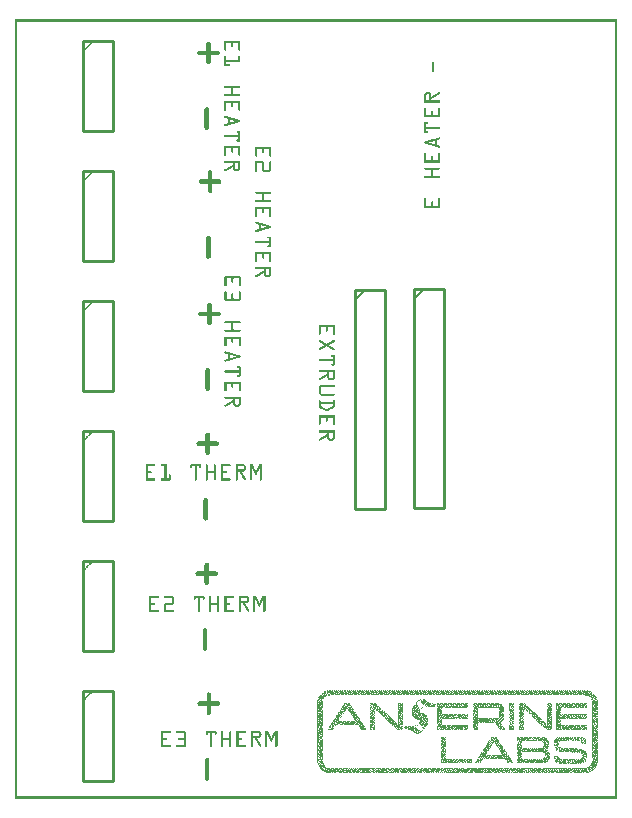
<source format=gto>
G04 MADE WITH FRITZING*
G04 WWW.FRITZING.ORG*
G04 DOUBLE SIDED*
G04 HOLES PLATED*
G04 CONTOUR ON CENTER OF CONTOUR VECTOR*
%FSLAX26Y26*%
%MOIN*%
%ADD10C,0.010000*%
%ADD11C,0.005000*%
%ADD12C,0.000100*%
%ADD13R,0.001000X0.001000*%
%G04SILK1*%
%FSLAX26Y26*%
%MOIN*%
D10*
X1132940Y1696286D02*
X1132940Y966360D01*
D02*
X1132940Y966360D02*
X1232940Y966360D01*
D02*
X1232940Y966360D02*
X1232940Y1696286D01*
D02*
X1232940Y1696286D02*
X1132940Y1696286D01*
D11*
D02*
X1132940Y1661286D02*
X1167940Y1696286D01*
D10*
D02*
X1328910Y1699019D02*
X1328910Y969100D01*
D02*
X1328910Y969100D02*
X1428910Y969100D01*
D02*
X1428910Y969100D02*
X1428910Y1699019D01*
D02*
X1428910Y1699019D02*
X1328910Y1699019D01*
D11*
D02*
X1328910Y1664019D02*
X1363910Y1699019D01*
D10*
D02*
X226552Y2092719D02*
X226552Y1792719D01*
D02*
X226552Y1792719D02*
X326552Y1792719D01*
D02*
X326552Y1792719D02*
X326552Y2092719D01*
D02*
X326552Y2092719D02*
X226552Y2092719D01*
D02*
X226552Y1659641D02*
X226552Y1359640D01*
D02*
X226552Y1359640D02*
X326552Y1359640D01*
D02*
X326552Y1359640D02*
X326552Y1659641D01*
D02*
X326552Y1659641D02*
X226552Y1659641D01*
D02*
X226552Y2525786D02*
X226552Y2225786D01*
D02*
X226552Y2225786D02*
X326552Y2225786D01*
D02*
X326552Y2225786D02*
X326552Y2525786D01*
D02*
X326552Y2525786D02*
X226552Y2525786D01*
D02*
X226552Y360430D02*
X226552Y60430D01*
D02*
X226552Y60430D02*
X326552Y60430D01*
D02*
X326552Y60430D02*
X326552Y360430D01*
D02*
X326552Y360430D02*
X226552Y360430D01*
D02*
X226552Y1226570D02*
X226552Y926570D01*
D02*
X226552Y926570D02*
X326552Y926570D01*
D02*
X326552Y926570D02*
X326552Y1226570D01*
D02*
X326552Y1226570D02*
X226552Y1226570D01*
D02*
X226552Y793500D02*
X226552Y493500D01*
D02*
X226552Y493500D02*
X326552Y493500D01*
D02*
X326552Y493500D02*
X326552Y793500D01*
D02*
X326552Y793500D02*
X226552Y793500D01*
D12*
G36*
X1027540Y329600D02*
X1027540Y328510D01*
X1028620Y328510D01*
X1028620Y329600D01*
X1027540Y329600D01*
G37*
D02*
G36*
X1182980Y317640D02*
X1182980Y316560D01*
X1185150Y316560D01*
X1185150Y317640D01*
X1182980Y317640D01*
G37*
D02*
G36*
X1186240Y317640D02*
X1186240Y316560D01*
X1189500Y316560D01*
X1189500Y317640D01*
X1186240Y317640D01*
G37*
D02*
G36*
X1190590Y317640D02*
X1190590Y316560D01*
X1193850Y316560D01*
X1193850Y317640D01*
X1190590Y317640D01*
G37*
D02*
G36*
X1194930Y317640D02*
X1194930Y316560D01*
X1198190Y316560D01*
X1198190Y317640D01*
X1194930Y317640D01*
G37*
D02*
G36*
X1199280Y317640D02*
X1199280Y316560D01*
X1201460Y316560D01*
X1201460Y315470D01*
X1202540Y315470D01*
X1202540Y317640D01*
X1199280Y317640D01*
G37*
D02*
G36*
X1276460Y317640D02*
X1276460Y316560D01*
X1275370Y316560D01*
X1275370Y315470D01*
X1276460Y315470D01*
X1276460Y316560D01*
X1278630Y316560D01*
X1278630Y317640D01*
X1276460Y317640D01*
G37*
D02*
G36*
X1279720Y317640D02*
X1279720Y316560D01*
X1282980Y316560D01*
X1282980Y317640D01*
X1279720Y317640D01*
G37*
D02*
G36*
X1284070Y317640D02*
X1284070Y316560D01*
X1287330Y316560D01*
X1287330Y317640D01*
X1284070Y317640D01*
G37*
D02*
G36*
X1288420Y317640D02*
X1288420Y316560D01*
X1290590Y316560D01*
X1290590Y315470D01*
X1292760Y315470D01*
X1292760Y316560D01*
X1291680Y316560D01*
X1291680Y317640D01*
X1288420Y317640D01*
G37*
D02*
G36*
X1184060Y316560D02*
X1184060Y315470D01*
X1187330Y315470D01*
X1187330Y316560D01*
X1184060Y316560D01*
G37*
D02*
G36*
X1184060Y316560D02*
X1184060Y315470D01*
X1187330Y315470D01*
X1187330Y316560D01*
X1184060Y316560D01*
G37*
D02*
G36*
X1188410Y316560D02*
X1188410Y315470D01*
X1191670Y315470D01*
X1191670Y316560D01*
X1188410Y316560D01*
G37*
D02*
G36*
X1188410Y316560D02*
X1188410Y315470D01*
X1191670Y315470D01*
X1191670Y316560D01*
X1188410Y316560D01*
G37*
D02*
G36*
X1192760Y316560D02*
X1192760Y315470D01*
X1196020Y315470D01*
X1196020Y316560D01*
X1192760Y316560D01*
G37*
D02*
G36*
X1192760Y316560D02*
X1192760Y315470D01*
X1196020Y315470D01*
X1196020Y316560D01*
X1192760Y316560D01*
G37*
D02*
G36*
X1197110Y316560D02*
X1197110Y315470D01*
X1200370Y315470D01*
X1200370Y316560D01*
X1197110Y316560D01*
G37*
D02*
G36*
X1197110Y316560D02*
X1197110Y315470D01*
X1200370Y315470D01*
X1200370Y316560D01*
X1197110Y316560D01*
G37*
D02*
G36*
X1277550Y316560D02*
X1277550Y315470D01*
X1280810Y315470D01*
X1280810Y316560D01*
X1277550Y316560D01*
G37*
D02*
G36*
X1277550Y316560D02*
X1277550Y315470D01*
X1280810Y315470D01*
X1280810Y316560D01*
X1277550Y316560D01*
G37*
D02*
G36*
X1281890Y316560D02*
X1281890Y315470D01*
X1285150Y315470D01*
X1285150Y316560D01*
X1281890Y316560D01*
G37*
D02*
G36*
X1281890Y316560D02*
X1281890Y315470D01*
X1285150Y315470D01*
X1285150Y316560D01*
X1281890Y316560D01*
G37*
D02*
G36*
X1286240Y316560D02*
X1286240Y315470D01*
X1289500Y315470D01*
X1289500Y316560D01*
X1286240Y316560D01*
G37*
D02*
G36*
X1286240Y316560D02*
X1286240Y315470D01*
X1289500Y315470D01*
X1289500Y316560D01*
X1286240Y316560D01*
G37*
D02*
G36*
X1182980Y315470D02*
X1182980Y314380D01*
X1189500Y314380D01*
X1189500Y315470D01*
X1182980Y315470D01*
G37*
D02*
G36*
X1182980Y315470D02*
X1182980Y314380D01*
X1189500Y314380D01*
X1189500Y315470D01*
X1182980Y315470D01*
G37*
D02*
G36*
X1190590Y315470D02*
X1190590Y314380D01*
X1193850Y314380D01*
X1193850Y315470D01*
X1190590Y315470D01*
G37*
D02*
G36*
X1190590Y315470D02*
X1190590Y314380D01*
X1193850Y314380D01*
X1193850Y315470D01*
X1190590Y315470D01*
G37*
D02*
G36*
X1194930Y315470D02*
X1194930Y314380D01*
X1198190Y314380D01*
X1198190Y315470D01*
X1194930Y315470D01*
G37*
D02*
G36*
X1194930Y315470D02*
X1194930Y314380D01*
X1198190Y314380D01*
X1198190Y315470D01*
X1194930Y315470D01*
G37*
D02*
G36*
X1199280Y315470D02*
X1199280Y314380D01*
X1204720Y314380D01*
X1204720Y315470D01*
X1199280Y315470D01*
G37*
D02*
G36*
X1199280Y315470D02*
X1199280Y314380D01*
X1204720Y314380D01*
X1204720Y315470D01*
X1199280Y315470D01*
G37*
D02*
G36*
X1275370Y315470D02*
X1275370Y314380D01*
X1278630Y314380D01*
X1278630Y315470D01*
X1275370Y315470D01*
G37*
D02*
G36*
X1275370Y315470D02*
X1275370Y314380D01*
X1278630Y314380D01*
X1278630Y315470D01*
X1275370Y315470D01*
G37*
D02*
G36*
X1279720Y315470D02*
X1279720Y314380D01*
X1282980Y314380D01*
X1282980Y315470D01*
X1279720Y315470D01*
G37*
D02*
G36*
X1279720Y315470D02*
X1279720Y314380D01*
X1282980Y314380D01*
X1282980Y315470D01*
X1279720Y315470D01*
G37*
D02*
G36*
X1284070Y315470D02*
X1284070Y314380D01*
X1287330Y314380D01*
X1287330Y315470D01*
X1284070Y315470D01*
G37*
D02*
G36*
X1284070Y315470D02*
X1284070Y314380D01*
X1287330Y314380D01*
X1287330Y315470D01*
X1284070Y315470D01*
G37*
D02*
G36*
X1288420Y315470D02*
X1288420Y314380D01*
X1292760Y314380D01*
X1292760Y315470D01*
X1288420Y315470D01*
G37*
D02*
G36*
X1288420Y315470D02*
X1288420Y314380D01*
X1292760Y314380D01*
X1292760Y315470D01*
X1288420Y315470D01*
G37*
D02*
G36*
X1182980Y314380D02*
X1182980Y313300D01*
X1184060Y313300D01*
X1184060Y314380D01*
X1182980Y314380D01*
G37*
D02*
G36*
X1185150Y314380D02*
X1185150Y313300D01*
X1186240Y313300D01*
X1186240Y314380D01*
X1185150Y314380D01*
G37*
D02*
G36*
X1187330Y314380D02*
X1187330Y313300D01*
X1191670Y313300D01*
X1191670Y314380D01*
X1187330Y314380D01*
G37*
D02*
G36*
X1187330Y314380D02*
X1187330Y313300D01*
X1191670Y313300D01*
X1191670Y314380D01*
X1187330Y314380D01*
G37*
D02*
G36*
X1192760Y314380D02*
X1192760Y313300D01*
X1200370Y313300D01*
X1200370Y314380D01*
X1192760Y314380D01*
G37*
D02*
G36*
X1192760Y314380D02*
X1192760Y313300D01*
X1200370Y313300D01*
X1200370Y314380D01*
X1192760Y314380D01*
G37*
D02*
G36*
X1192760Y314380D02*
X1192760Y313300D01*
X1200370Y313300D01*
X1200370Y314380D01*
X1192760Y314380D01*
G37*
D02*
G36*
X1201460Y314380D02*
X1201460Y313300D01*
X1203630Y313300D01*
X1203630Y314380D01*
X1201460Y314380D01*
G37*
D02*
G36*
X1204720Y314380D02*
X1204720Y313300D01*
X1205800Y313300D01*
X1205800Y314380D01*
X1204720Y314380D01*
G37*
D02*
G36*
X1276460Y314380D02*
X1276460Y313300D01*
X1280810Y313300D01*
X1280810Y314380D01*
X1276460Y314380D01*
G37*
D02*
G36*
X1276460Y314380D02*
X1276460Y313300D01*
X1280810Y313300D01*
X1280810Y314380D01*
X1276460Y314380D01*
G37*
D02*
G36*
X1281890Y314380D02*
X1281890Y313300D01*
X1289500Y313300D01*
X1289500Y314380D01*
X1281890Y314380D01*
G37*
D02*
G36*
X1281890Y314380D02*
X1281890Y313300D01*
X1289500Y313300D01*
X1289500Y314380D01*
X1281890Y314380D01*
G37*
D02*
G36*
X1281890Y314380D02*
X1281890Y313300D01*
X1289500Y313300D01*
X1289500Y314380D01*
X1281890Y314380D01*
G37*
D02*
G36*
X1290590Y314380D02*
X1290590Y313300D01*
X1291680Y313300D01*
X1291680Y314380D01*
X1290590Y314380D01*
G37*
D02*
G36*
X1182980Y313300D02*
X1182980Y312210D01*
X1187330Y312210D01*
X1187330Y313300D01*
X1182980Y313300D01*
G37*
D02*
G36*
X1182980Y313300D02*
X1182980Y312210D01*
X1187330Y312210D01*
X1187330Y313300D01*
X1182980Y313300D01*
G37*
D02*
G36*
X1188410Y313300D02*
X1188410Y312210D01*
X1189500Y312210D01*
X1189500Y313300D01*
X1188410Y313300D01*
G37*
D02*
G36*
X1190590Y313300D02*
X1190590Y312210D01*
X1194930Y312210D01*
X1194930Y313300D01*
X1190590Y313300D01*
G37*
D02*
G36*
X1190590Y313300D02*
X1190590Y312210D01*
X1194930Y312210D01*
X1194930Y313300D01*
X1190590Y313300D01*
G37*
D02*
G36*
X1196020Y313300D02*
X1196020Y312210D01*
X1197110Y312210D01*
X1197110Y313300D01*
X1196020Y313300D01*
G37*
D02*
G36*
X1198190Y313300D02*
X1198190Y312210D01*
X1206890Y312210D01*
X1206890Y313300D01*
X1198190Y313300D01*
G37*
D02*
G36*
X1198190Y313300D02*
X1198190Y312210D01*
X1206890Y312210D01*
X1206890Y313300D01*
X1198190Y313300D01*
G37*
D02*
G36*
X1198190Y313300D02*
X1198190Y312210D01*
X1206890Y312210D01*
X1206890Y313300D01*
X1198190Y313300D01*
G37*
D02*
G36*
X1275370Y313300D02*
X1275370Y312210D01*
X1277550Y312210D01*
X1277550Y313300D01*
X1275370Y313300D01*
G37*
D02*
G36*
X1278630Y313300D02*
X1278630Y312210D01*
X1284070Y312210D01*
X1284070Y313300D01*
X1278630Y313300D01*
G37*
D02*
G36*
X1278630Y313300D02*
X1278630Y312210D01*
X1284070Y312210D01*
X1284070Y313300D01*
X1278630Y313300D01*
G37*
D02*
G36*
X1285150Y313300D02*
X1285150Y312210D01*
X1286240Y312210D01*
X1286240Y313300D01*
X1285150Y313300D01*
G37*
D02*
G36*
X1287330Y313300D02*
X1287330Y312210D01*
X1292760Y312210D01*
X1292760Y313300D01*
X1287330Y313300D01*
G37*
D02*
G36*
X1287330Y313300D02*
X1287330Y312210D01*
X1292760Y312210D01*
X1292760Y313300D01*
X1287330Y313300D01*
G37*
D02*
G36*
X1182980Y312210D02*
X1182980Y311120D01*
X1184060Y311120D01*
X1184060Y312210D01*
X1182980Y312210D01*
G37*
D02*
G36*
X1185150Y312210D02*
X1185150Y311120D01*
X1192760Y311120D01*
X1192760Y312210D01*
X1185150Y312210D01*
G37*
D02*
G36*
X1185150Y312210D02*
X1185150Y311120D01*
X1192760Y311120D01*
X1192760Y312210D01*
X1185150Y312210D01*
G37*
D02*
G36*
X1185150Y312210D02*
X1185150Y311120D01*
X1192760Y311120D01*
X1192760Y312210D01*
X1185150Y312210D01*
G37*
D02*
G36*
X1193850Y312210D02*
X1193850Y311120D01*
X1198190Y311120D01*
X1198190Y312210D01*
X1193850Y312210D01*
G37*
D02*
G36*
X1193850Y312210D02*
X1193850Y311120D01*
X1198190Y311120D01*
X1198190Y312210D01*
X1193850Y312210D01*
G37*
D02*
G36*
X1199280Y312210D02*
X1199280Y311120D01*
X1200370Y311120D01*
X1200370Y312210D01*
X1199280Y312210D01*
G37*
D02*
G36*
X1201460Y312210D02*
X1201460Y311120D01*
X1202540Y311120D01*
X1202540Y312210D01*
X1201460Y312210D01*
G37*
D02*
G36*
X1203630Y312210D02*
X1203630Y311120D01*
X1204720Y311120D01*
X1204720Y312210D01*
X1203630Y312210D01*
G37*
D02*
G36*
X1205800Y312210D02*
X1205800Y311120D01*
X1206890Y311120D01*
X1206890Y310030D01*
X1207980Y310030D01*
X1207980Y312210D01*
X1205800Y312210D01*
G37*
D02*
G36*
X1275370Y312210D02*
X1275370Y311120D01*
X1278630Y311120D01*
X1278630Y312210D01*
X1275370Y312210D01*
G37*
D02*
G36*
X1279720Y312210D02*
X1279720Y311120D01*
X1280810Y311120D01*
X1280810Y312210D01*
X1279720Y312210D01*
G37*
D02*
G36*
X1281890Y312210D02*
X1281890Y311120D01*
X1287330Y311120D01*
X1287330Y312210D01*
X1281890Y312210D01*
G37*
D02*
G36*
X1281890Y312210D02*
X1281890Y311120D01*
X1287330Y311120D01*
X1287330Y312210D01*
X1281890Y312210D01*
G37*
D02*
G36*
X1288420Y312210D02*
X1288420Y311120D01*
X1289500Y311120D01*
X1289500Y312210D01*
X1288420Y312210D01*
G37*
D02*
G36*
X1290590Y312210D02*
X1290590Y311120D01*
X1292760Y311120D01*
X1292760Y312210D01*
X1290590Y312210D01*
G37*
D02*
G36*
X1182980Y311120D02*
X1182980Y310030D01*
X1185150Y310030D01*
X1185150Y311120D01*
X1182980Y311120D01*
G37*
D02*
G36*
X1186240Y311120D02*
X1186240Y310030D01*
X1187330Y310030D01*
X1187330Y311120D01*
X1186240Y311120D01*
G37*
D02*
G36*
X1188410Y311120D02*
X1188410Y310030D01*
X1190590Y310030D01*
X1190590Y311120D01*
X1188410Y311120D01*
G37*
D02*
G36*
X1191670Y311120D02*
X1191670Y310030D01*
X1194930Y310030D01*
X1194930Y311120D01*
X1191670Y311120D01*
G37*
D02*
G36*
X1191670Y311120D02*
X1191670Y310030D01*
X1194930Y310030D01*
X1194930Y311120D01*
X1191670Y311120D01*
G37*
D02*
G36*
X1196020Y311120D02*
X1196020Y310030D01*
X1205800Y310030D01*
X1205800Y311120D01*
X1196020Y311120D01*
G37*
D02*
G36*
X1196020Y311120D02*
X1196020Y310030D01*
X1205800Y310030D01*
X1205800Y311120D01*
X1196020Y311120D01*
G37*
D02*
G36*
X1196020Y311120D02*
X1196020Y310030D01*
X1205800Y310030D01*
X1205800Y311120D01*
X1196020Y311120D01*
G37*
D02*
G36*
X1196020Y311120D02*
X1196020Y310030D01*
X1205800Y310030D01*
X1205800Y311120D01*
X1196020Y311120D01*
G37*
D02*
G36*
X1209070Y311120D02*
X1209070Y310030D01*
X1210150Y310030D01*
X1210150Y311120D01*
X1209070Y311120D01*
G37*
D02*
G36*
X1276460Y311120D02*
X1276460Y310030D01*
X1282980Y310030D01*
X1282980Y311120D01*
X1276460Y311120D01*
G37*
D02*
G36*
X1276460Y311120D02*
X1276460Y310030D01*
X1282980Y310030D01*
X1282980Y311120D01*
X1276460Y311120D01*
G37*
D02*
G36*
X1276460Y311120D02*
X1276460Y310030D01*
X1282980Y310030D01*
X1282980Y311120D01*
X1276460Y311120D01*
G37*
D02*
G36*
X1284070Y311120D02*
X1284070Y310030D01*
X1285150Y310030D01*
X1285150Y311120D01*
X1284070Y311120D01*
G37*
D02*
G36*
X1286240Y311120D02*
X1286240Y310030D01*
X1291680Y310030D01*
X1291680Y311120D01*
X1286240Y311120D01*
G37*
D02*
G36*
X1286240Y311120D02*
X1286240Y310030D01*
X1291680Y310030D01*
X1291680Y311120D01*
X1286240Y311120D01*
G37*
D02*
G36*
X1286240Y311120D02*
X1286240Y310030D01*
X1291680Y310030D01*
X1291680Y311120D01*
X1286240Y311120D01*
G37*
D02*
G36*
X1184060Y310030D02*
X1184060Y308950D01*
X1189500Y308950D01*
X1189500Y310030D01*
X1184060Y310030D01*
G37*
D02*
G36*
X1184060Y310030D02*
X1184060Y308950D01*
X1189500Y308950D01*
X1189500Y310030D01*
X1184060Y310030D01*
G37*
D02*
G36*
X1184060Y310030D02*
X1184060Y308950D01*
X1189500Y308950D01*
X1189500Y310030D01*
X1184060Y310030D01*
G37*
D02*
G36*
X1190590Y310030D02*
X1190590Y308950D01*
X1192760Y308950D01*
X1192760Y310030D01*
X1190590Y310030D01*
G37*
D02*
G36*
X1193850Y310030D02*
X1193850Y308950D01*
X1197110Y308950D01*
X1197110Y310030D01*
X1193850Y310030D01*
G37*
D02*
G36*
X1193850Y310030D02*
X1193850Y308950D01*
X1197110Y308950D01*
X1197110Y310030D01*
X1193850Y310030D01*
G37*
D02*
G36*
X1198190Y310030D02*
X1198190Y308950D01*
X1200370Y308950D01*
X1200370Y310030D01*
X1198190Y310030D01*
G37*
D02*
G36*
X1201460Y310030D02*
X1201460Y308950D01*
X1202540Y308950D01*
X1202540Y310030D01*
X1201460Y310030D01*
G37*
D02*
G36*
X1203630Y310030D02*
X1203630Y308950D01*
X1211240Y308950D01*
X1211240Y310030D01*
X1203630Y310030D01*
G37*
D02*
G36*
X1203630Y310030D02*
X1203630Y308950D01*
X1211240Y308950D01*
X1211240Y310030D01*
X1203630Y310030D01*
G37*
D02*
G36*
X1203630Y310030D02*
X1203630Y308950D01*
X1211240Y308950D01*
X1211240Y310030D01*
X1203630Y310030D01*
G37*
D02*
G36*
X1275370Y310030D02*
X1275370Y308950D01*
X1277550Y308950D01*
X1277550Y310030D01*
X1275370Y310030D01*
G37*
D02*
G36*
X1278630Y310030D02*
X1278630Y308950D01*
X1280810Y308950D01*
X1280810Y310030D01*
X1278630Y310030D01*
G37*
D02*
G36*
X1281890Y310030D02*
X1281890Y308950D01*
X1287330Y308950D01*
X1287330Y310030D01*
X1281890Y310030D01*
G37*
D02*
G36*
X1281890Y310030D02*
X1281890Y308950D01*
X1287330Y308950D01*
X1287330Y310030D01*
X1281890Y310030D01*
G37*
D02*
G36*
X1281890Y310030D02*
X1281890Y308950D01*
X1287330Y308950D01*
X1287330Y310030D01*
X1281890Y310030D01*
G37*
D02*
G36*
X1288420Y310030D02*
X1288420Y308950D01*
X1290590Y308950D01*
X1290590Y307860D01*
X1291680Y307860D01*
X1291680Y308950D01*
X1292760Y308950D01*
X1292760Y310030D01*
X1288420Y310030D01*
G37*
D02*
G36*
X1182980Y308950D02*
X1182980Y306770D01*
X1184060Y306770D01*
X1184060Y307860D01*
X1186240Y307860D01*
X1186240Y308950D01*
X1182980Y308950D01*
G37*
D02*
G36*
X1187330Y308950D02*
X1187330Y307860D01*
X1194930Y307860D01*
X1194930Y308950D01*
X1187330Y308950D01*
G37*
D02*
G36*
X1187330Y308950D02*
X1187330Y307860D01*
X1194930Y307860D01*
X1194930Y308950D01*
X1187330Y308950D01*
G37*
D02*
G36*
X1187330Y308950D02*
X1187330Y307860D01*
X1194930Y307860D01*
X1194930Y308950D01*
X1187330Y308950D01*
G37*
D02*
G36*
X1196020Y308950D02*
X1196020Y307860D01*
X1199280Y307860D01*
X1199280Y308950D01*
X1196020Y308950D01*
G37*
D02*
G36*
X1196020Y308950D02*
X1196020Y307860D01*
X1199280Y307860D01*
X1199280Y308950D01*
X1196020Y308950D01*
G37*
D02*
G36*
X1200370Y308950D02*
X1200370Y307860D01*
X1204720Y307860D01*
X1204720Y308950D01*
X1200370Y308950D01*
G37*
D02*
G36*
X1200370Y308950D02*
X1200370Y307860D01*
X1204720Y307860D01*
X1204720Y308950D01*
X1200370Y308950D01*
G37*
D02*
G36*
X1205800Y308950D02*
X1205800Y307860D01*
X1207980Y307860D01*
X1207980Y308950D01*
X1205800Y308950D01*
G37*
D02*
G36*
X1209070Y308950D02*
X1209070Y307860D01*
X1210150Y307860D01*
X1210150Y308950D01*
X1209070Y308950D01*
G37*
D02*
G36*
X1211240Y308950D02*
X1211240Y307860D01*
X1212330Y307860D01*
X1212330Y308950D01*
X1211240Y308950D01*
G37*
D02*
G36*
X1275370Y308950D02*
X1275370Y307860D01*
X1278630Y307860D01*
X1278630Y308950D01*
X1275370Y308950D01*
G37*
D02*
G36*
X1279720Y308950D02*
X1279720Y307860D01*
X1282980Y307860D01*
X1282980Y308950D01*
X1279720Y308950D01*
G37*
D02*
G36*
X1279720Y308950D02*
X1279720Y307860D01*
X1282980Y307860D01*
X1282980Y308950D01*
X1279720Y308950D01*
G37*
D02*
G36*
X1284070Y308950D02*
X1284070Y307860D01*
X1285150Y307860D01*
X1285150Y308950D01*
X1284070Y308950D01*
G37*
D02*
G36*
X1286240Y308950D02*
X1286240Y307860D01*
X1289500Y307860D01*
X1289500Y308950D01*
X1286240Y308950D01*
G37*
D02*
G36*
X1286240Y308950D02*
X1286240Y307860D01*
X1289500Y307860D01*
X1289500Y308950D01*
X1286240Y308950D01*
G37*
D02*
G36*
X1185150Y307860D02*
X1185150Y306770D01*
X1188410Y306770D01*
X1188410Y307860D01*
X1185150Y307860D01*
G37*
D02*
G36*
X1185150Y307860D02*
X1185150Y306770D01*
X1188410Y306770D01*
X1188410Y307860D01*
X1185150Y307860D01*
G37*
D02*
G36*
X1189500Y307860D02*
X1189500Y306770D01*
X1190590Y306770D01*
X1190590Y307860D01*
X1189500Y307860D01*
G37*
D02*
G36*
X1191670Y307860D02*
X1191670Y306770D01*
X1192760Y306770D01*
X1192760Y307860D01*
X1191670Y307860D01*
G37*
D02*
G36*
X1193850Y307860D02*
X1193850Y306770D01*
X1197110Y306770D01*
X1197110Y307860D01*
X1193850Y307860D01*
G37*
D02*
G36*
X1193850Y307860D02*
X1193850Y306770D01*
X1197110Y306770D01*
X1197110Y307860D01*
X1193850Y307860D01*
G37*
D02*
G36*
X1198190Y307860D02*
X1198190Y306770D01*
X1202540Y306770D01*
X1202540Y307860D01*
X1198190Y307860D01*
G37*
D02*
G36*
X1198190Y307860D02*
X1198190Y306770D01*
X1202540Y306770D01*
X1202540Y307860D01*
X1198190Y307860D01*
G37*
D02*
G36*
X1203630Y307860D02*
X1203630Y306770D01*
X1206890Y306770D01*
X1206890Y307860D01*
X1203630Y307860D01*
G37*
D02*
G36*
X1203630Y307860D02*
X1203630Y306770D01*
X1206890Y306770D01*
X1206890Y307860D01*
X1203630Y307860D01*
G37*
D02*
G36*
X1207980Y307860D02*
X1207980Y306770D01*
X1212330Y306770D01*
X1212330Y307860D01*
X1207980Y307860D01*
G37*
D02*
G36*
X1207980Y307860D02*
X1207980Y306770D01*
X1212330Y306770D01*
X1212330Y307860D01*
X1207980Y307860D01*
G37*
D02*
G36*
X1276460Y307860D02*
X1276460Y306770D01*
X1280810Y306770D01*
X1280810Y307860D01*
X1276460Y307860D01*
G37*
D02*
G36*
X1276460Y307860D02*
X1276460Y306770D01*
X1280810Y306770D01*
X1280810Y307860D01*
X1276460Y307860D01*
G37*
D02*
G36*
X1281890Y307860D02*
X1281890Y306770D01*
X1287330Y306770D01*
X1287330Y307860D01*
X1281890Y307860D01*
G37*
D02*
G36*
X1281890Y307860D02*
X1281890Y306770D01*
X1287330Y306770D01*
X1287330Y307860D01*
X1281890Y307860D01*
G37*
D02*
G36*
X1281890Y307860D02*
X1281890Y306770D01*
X1287330Y306770D01*
X1287330Y307860D01*
X1281890Y307860D01*
G37*
D02*
G36*
X1288420Y307860D02*
X1288420Y306770D01*
X1292760Y306770D01*
X1292760Y307860D01*
X1288420Y307860D01*
G37*
D02*
G36*
X1288420Y307860D02*
X1288420Y306770D01*
X1292760Y306770D01*
X1292760Y307860D01*
X1288420Y307860D01*
G37*
D02*
G36*
X1182980Y306770D02*
X1182980Y305690D01*
X1186240Y305690D01*
X1186240Y306770D01*
X1182980Y306770D01*
G37*
D02*
G36*
X1182980Y306770D02*
X1182980Y305690D01*
X1186240Y305690D01*
X1186240Y306770D01*
X1182980Y306770D01*
G37*
D02*
G36*
X1187330Y306770D02*
X1187330Y305690D01*
X1199280Y305690D01*
X1199280Y306770D01*
X1187330Y306770D01*
G37*
D02*
G36*
X1187330Y306770D02*
X1187330Y305690D01*
X1199280Y305690D01*
X1199280Y306770D01*
X1187330Y306770D01*
G37*
D02*
G36*
X1187330Y306770D02*
X1187330Y305690D01*
X1199280Y305690D01*
X1199280Y306770D01*
X1187330Y306770D01*
G37*
D02*
G36*
X1187330Y306770D02*
X1187330Y305690D01*
X1199280Y305690D01*
X1199280Y306770D01*
X1187330Y306770D01*
G37*
D02*
G36*
X1187330Y306770D02*
X1187330Y305690D01*
X1199280Y305690D01*
X1199280Y306770D01*
X1187330Y306770D01*
G37*
D02*
G36*
X1200370Y306770D02*
X1200370Y305690D01*
X1204720Y305690D01*
X1204720Y306770D01*
X1200370Y306770D01*
G37*
D02*
G36*
X1200370Y306770D02*
X1200370Y305690D01*
X1204720Y305690D01*
X1204720Y306770D01*
X1200370Y306770D01*
G37*
D02*
G36*
X1205800Y306770D02*
X1205800Y305690D01*
X1210150Y305690D01*
X1210150Y306770D01*
X1205800Y306770D01*
G37*
D02*
G36*
X1205800Y306770D02*
X1205800Y305690D01*
X1210150Y305690D01*
X1210150Y306770D01*
X1205800Y306770D01*
G37*
D02*
G36*
X1211240Y306770D02*
X1211240Y305690D01*
X1214500Y305690D01*
X1214500Y304600D01*
X1215590Y304600D01*
X1215590Y305690D01*
X1214500Y305690D01*
X1214500Y306770D01*
X1211240Y306770D01*
G37*
D02*
G36*
X1275370Y306770D02*
X1275370Y305690D01*
X1277550Y305690D01*
X1277550Y306770D01*
X1275370Y306770D01*
G37*
D02*
G36*
X1278630Y306770D02*
X1278630Y305690D01*
X1282980Y305690D01*
X1282980Y306770D01*
X1278630Y306770D01*
G37*
D02*
G36*
X1278630Y306770D02*
X1278630Y305690D01*
X1282980Y305690D01*
X1282980Y306770D01*
X1278630Y306770D01*
G37*
D02*
G36*
X1284070Y306770D02*
X1284070Y305690D01*
X1289500Y305690D01*
X1289500Y306770D01*
X1284070Y306770D01*
G37*
D02*
G36*
X1284070Y306770D02*
X1284070Y305690D01*
X1289500Y305690D01*
X1289500Y306770D01*
X1284070Y306770D01*
G37*
D02*
G36*
X1290590Y306770D02*
X1290590Y305690D01*
X1292760Y305690D01*
X1292760Y306770D01*
X1290590Y306770D01*
G37*
D02*
G36*
X1184060Y305690D02*
X1184060Y304600D01*
X1188410Y304600D01*
X1188410Y305690D01*
X1184060Y305690D01*
G37*
D02*
G36*
X1184060Y305690D02*
X1184060Y304600D01*
X1188410Y304600D01*
X1188410Y305690D01*
X1184060Y305690D01*
G37*
D02*
G36*
X1189500Y305690D02*
X1189500Y304600D01*
X1191670Y304600D01*
X1191670Y305690D01*
X1189500Y305690D01*
G37*
D02*
G36*
X1192760Y305690D02*
X1192760Y304600D01*
X1193850Y304600D01*
X1193850Y305690D01*
X1192760Y305690D01*
G37*
D02*
G36*
X1194930Y305690D02*
X1194930Y304600D01*
X1196020Y304600D01*
X1196020Y305690D01*
X1194930Y305690D01*
G37*
D02*
G36*
X1197110Y305690D02*
X1197110Y304600D01*
X1201460Y304600D01*
X1201460Y305690D01*
X1197110Y305690D01*
G37*
D02*
G36*
X1197110Y305690D02*
X1197110Y304600D01*
X1201460Y304600D01*
X1201460Y305690D01*
X1197110Y305690D01*
G37*
D02*
G36*
X1202540Y305690D02*
X1202540Y304600D01*
X1206890Y304600D01*
X1206890Y305690D01*
X1202540Y305690D01*
G37*
D02*
G36*
X1202540Y305690D02*
X1202540Y304600D01*
X1206890Y304600D01*
X1206890Y305690D01*
X1202540Y305690D01*
G37*
D02*
G36*
X1207980Y305690D02*
X1207980Y304600D01*
X1213410Y304600D01*
X1213410Y305690D01*
X1207980Y305690D01*
G37*
D02*
G36*
X1207980Y305690D02*
X1207980Y304600D01*
X1213410Y304600D01*
X1213410Y305690D01*
X1207980Y305690D01*
G37*
D02*
G36*
X1275370Y305690D02*
X1275370Y304600D01*
X1278630Y304600D01*
X1278630Y305690D01*
X1275370Y305690D01*
G37*
D02*
G36*
X1279720Y305690D02*
X1279720Y304600D01*
X1280810Y304600D01*
X1280810Y305690D01*
X1279720Y305690D01*
G37*
D02*
G36*
X1281890Y305690D02*
X1281890Y304600D01*
X1285150Y304600D01*
X1285150Y305690D01*
X1281890Y305690D01*
G37*
D02*
G36*
X1281890Y305690D02*
X1281890Y304600D01*
X1285150Y304600D01*
X1285150Y305690D01*
X1281890Y305690D01*
G37*
D02*
G36*
X1286240Y305690D02*
X1286240Y304600D01*
X1287330Y304600D01*
X1287330Y305690D01*
X1286240Y305690D01*
G37*
D02*
G36*
X1288420Y305690D02*
X1288420Y304600D01*
X1291680Y304600D01*
X1291680Y305690D01*
X1288420Y305690D01*
G37*
D02*
G36*
X1288420Y305690D02*
X1288420Y304600D01*
X1291680Y304600D01*
X1291680Y305690D01*
X1288420Y305690D01*
G37*
D02*
G36*
X1182980Y304600D02*
X1182980Y303510D01*
X1185150Y303510D01*
X1185150Y304600D01*
X1182980Y304600D01*
G37*
D02*
G36*
X1186240Y304600D02*
X1186240Y303510D01*
X1190590Y303510D01*
X1190590Y304600D01*
X1186240Y304600D01*
G37*
D02*
G36*
X1186240Y304600D02*
X1186240Y303510D01*
X1190590Y303510D01*
X1190590Y304600D01*
X1186240Y304600D01*
G37*
D02*
G36*
X1191670Y304600D02*
X1191670Y303510D01*
X1198190Y303510D01*
X1198190Y304600D01*
X1191670Y304600D01*
G37*
D02*
G36*
X1191670Y304600D02*
X1191670Y303510D01*
X1198190Y303510D01*
X1198190Y304600D01*
X1191670Y304600D01*
G37*
D02*
G36*
X1191670Y304600D02*
X1191670Y303510D01*
X1198190Y303510D01*
X1198190Y304600D01*
X1191670Y304600D01*
G37*
D02*
G36*
X1199280Y304600D02*
X1199280Y303510D01*
X1202540Y303510D01*
X1202540Y304600D01*
X1199280Y304600D01*
G37*
D02*
G36*
X1203630Y304600D02*
X1203630Y303510D01*
X1204720Y303510D01*
X1204720Y304600D01*
X1203630Y304600D01*
G37*
D02*
G36*
X1205800Y304600D02*
X1205800Y303510D01*
X1209070Y303510D01*
X1209070Y304600D01*
X1205800Y304600D01*
G37*
D02*
G36*
X1205800Y304600D02*
X1205800Y303510D01*
X1209070Y303510D01*
X1209070Y304600D01*
X1205800Y304600D01*
G37*
D02*
G36*
X1210150Y304600D02*
X1210150Y303510D01*
X1211240Y303510D01*
X1211240Y304600D01*
X1210150Y304600D01*
G37*
D02*
G36*
X1212330Y304600D02*
X1212330Y303510D01*
X1216670Y303510D01*
X1216670Y304600D01*
X1212330Y304600D01*
G37*
D02*
G36*
X1212330Y304600D02*
X1212330Y303510D01*
X1216670Y303510D01*
X1216670Y304600D01*
X1212330Y304600D01*
G37*
D02*
G36*
X1276460Y304600D02*
X1276460Y303510D01*
X1282980Y303510D01*
X1282980Y304600D01*
X1276460Y304600D01*
G37*
D02*
G36*
X1276460Y304600D02*
X1276460Y303510D01*
X1282980Y303510D01*
X1282980Y304600D01*
X1276460Y304600D01*
G37*
D02*
G36*
X1276460Y304600D02*
X1276460Y303510D01*
X1282980Y303510D01*
X1282980Y304600D01*
X1276460Y304600D01*
G37*
D02*
G36*
X1284070Y304600D02*
X1284070Y303510D01*
X1289500Y303510D01*
X1289500Y304600D01*
X1284070Y304600D01*
G37*
D02*
G36*
X1284070Y304600D02*
X1284070Y303510D01*
X1289500Y303510D01*
X1289500Y304600D01*
X1284070Y304600D01*
G37*
D02*
G36*
X1284070Y304600D02*
X1284070Y303510D01*
X1289500Y303510D01*
X1289500Y304600D01*
X1284070Y304600D01*
G37*
D02*
G36*
X1290590Y304600D02*
X1290590Y303510D01*
X1292760Y303510D01*
X1292760Y304600D01*
X1290590Y304600D01*
G37*
D02*
G36*
X1182980Y303510D02*
X1182980Y302430D01*
X1186240Y302430D01*
X1186240Y303510D01*
X1182980Y303510D01*
G37*
D02*
G36*
X1187330Y303510D02*
X1187330Y302430D01*
X1188410Y302430D01*
X1188410Y303510D01*
X1187330Y303510D01*
G37*
D02*
G36*
X1189500Y303510D02*
X1189500Y302430D01*
X1193850Y302430D01*
X1193850Y303510D01*
X1189500Y303510D01*
G37*
D02*
G36*
X1189500Y303510D02*
X1189500Y302430D01*
X1193850Y302430D01*
X1193850Y303510D01*
X1189500Y303510D01*
G37*
D02*
G36*
X1194930Y303510D02*
X1194930Y302430D01*
X1196020Y302430D01*
X1196020Y303510D01*
X1194930Y303510D01*
G37*
D02*
G36*
X1197110Y303510D02*
X1197110Y302430D01*
X1200370Y302430D01*
X1200370Y303510D01*
X1197110Y303510D01*
G37*
D02*
G36*
X1197110Y303510D02*
X1197110Y302430D01*
X1200370Y302430D01*
X1200370Y303510D01*
X1197110Y303510D01*
G37*
D02*
G36*
X1201460Y303510D02*
X1201460Y302430D01*
X1206890Y302430D01*
X1206890Y303510D01*
X1201460Y303510D01*
G37*
D02*
G36*
X1201460Y303510D02*
X1201460Y302430D01*
X1206890Y302430D01*
X1206890Y303510D01*
X1201460Y303510D01*
G37*
D02*
G36*
X1201460Y303510D02*
X1201460Y302430D01*
X1206890Y302430D01*
X1206890Y303510D01*
X1201460Y303510D01*
G37*
D02*
G36*
X1207980Y303510D02*
X1207980Y302430D01*
X1213410Y302430D01*
X1213410Y303510D01*
X1207980Y303510D01*
G37*
D02*
G36*
X1207980Y303510D02*
X1207980Y302430D01*
X1213410Y302430D01*
X1213410Y303510D01*
X1207980Y303510D01*
G37*
D02*
G36*
X1207980Y303510D02*
X1207980Y302430D01*
X1213410Y302430D01*
X1213410Y303510D01*
X1207980Y303510D01*
G37*
D02*
G36*
X1214500Y303510D02*
X1214500Y302430D01*
X1215590Y302430D01*
X1215590Y303510D01*
X1214500Y303510D01*
G37*
D02*
G36*
X1216670Y303510D02*
X1216670Y302430D01*
X1217760Y302430D01*
X1217760Y303510D01*
X1216670Y303510D01*
G37*
D02*
G36*
X1275370Y303510D02*
X1275370Y302430D01*
X1277550Y302430D01*
X1277550Y303510D01*
X1275370Y303510D01*
G37*
D02*
G36*
X1278630Y303510D02*
X1278630Y302430D01*
X1280810Y302430D01*
X1280810Y303510D01*
X1278630Y303510D01*
G37*
D02*
G36*
X1281890Y303510D02*
X1281890Y302430D01*
X1285150Y302430D01*
X1285150Y303510D01*
X1281890Y303510D01*
G37*
D02*
G36*
X1281890Y303510D02*
X1281890Y302430D01*
X1285150Y302430D01*
X1285150Y303510D01*
X1281890Y303510D01*
G37*
D02*
G36*
X1286240Y303510D02*
X1286240Y302430D01*
X1292760Y302430D01*
X1292760Y303510D01*
X1286240Y303510D01*
G37*
D02*
G36*
X1286240Y303510D02*
X1286240Y302430D01*
X1292760Y302430D01*
X1292760Y303510D01*
X1286240Y303510D01*
G37*
D02*
G36*
X1184060Y302430D02*
X1184060Y301340D01*
X1191670Y301340D01*
X1191670Y302430D01*
X1184060Y302430D01*
G37*
D02*
G36*
X1184060Y302430D02*
X1184060Y301340D01*
X1191670Y301340D01*
X1191670Y302430D01*
X1184060Y302430D01*
G37*
D02*
G36*
X1184060Y302430D02*
X1184060Y301340D01*
X1191670Y301340D01*
X1191670Y302430D01*
X1184060Y302430D01*
G37*
D02*
G36*
X1192760Y302430D02*
X1192760Y301340D01*
X1198190Y301340D01*
X1198190Y302430D01*
X1192760Y302430D01*
G37*
D02*
G36*
X1192760Y302430D02*
X1192760Y301340D01*
X1198190Y301340D01*
X1198190Y302430D01*
X1192760Y302430D01*
G37*
D02*
G36*
X1192760Y302430D02*
X1192760Y301340D01*
X1198190Y301340D01*
X1198190Y302430D01*
X1192760Y302430D01*
G37*
D02*
G36*
X1199280Y302430D02*
X1199280Y301340D01*
X1202540Y301340D01*
X1202540Y302430D01*
X1199280Y302430D01*
G37*
D02*
G36*
X1199280Y302430D02*
X1199280Y301340D01*
X1202540Y301340D01*
X1202540Y302430D01*
X1199280Y302430D01*
G37*
D02*
G36*
X1203630Y302430D02*
X1203630Y301340D01*
X1209070Y301340D01*
X1209070Y302430D01*
X1203630Y302430D01*
G37*
D02*
G36*
X1203630Y302430D02*
X1203630Y301340D01*
X1209070Y301340D01*
X1209070Y302430D01*
X1203630Y302430D01*
G37*
D02*
G36*
X1210150Y302430D02*
X1210150Y301340D01*
X1218850Y301340D01*
X1218850Y302430D01*
X1210150Y302430D01*
G37*
D02*
G36*
X1210150Y302430D02*
X1210150Y301340D01*
X1218850Y301340D01*
X1218850Y302430D01*
X1210150Y302430D01*
G37*
D02*
G36*
X1210150Y302430D02*
X1210150Y301340D01*
X1218850Y301340D01*
X1218850Y302430D01*
X1210150Y302430D01*
G37*
D02*
G36*
X1275370Y302430D02*
X1275370Y301340D01*
X1278630Y301340D01*
X1278630Y302430D01*
X1275370Y302430D01*
G37*
D02*
G36*
X1279720Y302430D02*
X1279720Y301340D01*
X1287330Y301340D01*
X1287330Y302430D01*
X1279720Y302430D01*
G37*
D02*
G36*
X1279720Y302430D02*
X1279720Y301340D01*
X1287330Y301340D01*
X1287330Y302430D01*
X1279720Y302430D01*
G37*
D02*
G36*
X1279720Y302430D02*
X1279720Y301340D01*
X1287330Y301340D01*
X1287330Y302430D01*
X1279720Y302430D01*
G37*
D02*
G36*
X1288420Y302430D02*
X1288420Y301340D01*
X1289500Y301340D01*
X1289500Y302430D01*
X1288420Y302430D01*
G37*
D02*
G36*
X1290590Y302430D02*
X1290590Y301340D01*
X1291680Y301340D01*
X1291680Y302430D01*
X1290590Y302430D01*
G37*
D02*
G36*
X1182980Y301340D02*
X1182980Y300250D01*
X1185150Y300250D01*
X1185150Y301340D01*
X1182980Y301340D01*
G37*
D02*
G36*
X1186240Y301340D02*
X1186240Y300250D01*
X1187330Y300250D01*
X1187330Y301340D01*
X1186240Y301340D01*
G37*
D02*
G36*
X1188410Y301340D02*
X1188410Y300250D01*
X1189500Y300250D01*
X1189500Y301340D01*
X1188410Y301340D01*
G37*
D02*
G36*
X1190590Y301340D02*
X1190590Y300250D01*
X1193850Y300250D01*
X1193850Y301340D01*
X1190590Y301340D01*
G37*
D02*
G36*
X1190590Y301340D02*
X1190590Y300250D01*
X1193850Y300250D01*
X1193850Y301340D01*
X1190590Y301340D01*
G37*
D02*
G36*
X1194930Y301340D02*
X1194930Y300250D01*
X1200370Y300250D01*
X1200370Y301340D01*
X1194930Y301340D01*
G37*
D02*
G36*
X1194930Y301340D02*
X1194930Y300250D01*
X1200370Y300250D01*
X1200370Y301340D01*
X1194930Y301340D01*
G37*
D02*
G36*
X1201460Y301340D02*
X1201460Y300250D01*
X1204720Y300250D01*
X1204720Y301340D01*
X1201460Y301340D01*
G37*
D02*
G36*
X1201460Y301340D02*
X1201460Y300250D01*
X1204720Y300250D01*
X1204720Y301340D01*
X1201460Y301340D01*
G37*
D02*
G36*
X1205800Y301340D02*
X1205800Y300250D01*
X1206890Y300250D01*
X1206890Y301340D01*
X1205800Y301340D01*
G37*
D02*
G36*
X1207980Y301340D02*
X1207980Y300250D01*
X1211240Y300250D01*
X1211240Y301340D01*
X1207980Y301340D01*
G37*
D02*
G36*
X1207980Y301340D02*
X1207980Y300250D01*
X1211240Y300250D01*
X1211240Y301340D01*
X1207980Y301340D01*
G37*
D02*
G36*
X1212330Y301340D02*
X1212330Y300250D01*
X1213410Y300250D01*
X1213410Y301340D01*
X1212330Y301340D01*
G37*
D02*
G36*
X1214500Y301340D02*
X1214500Y300250D01*
X1216670Y300250D01*
X1216670Y301340D01*
X1214500Y301340D01*
G37*
D02*
G36*
X1217760Y301340D02*
X1217760Y300250D01*
X1218850Y300250D01*
X1218850Y301340D01*
X1217760Y301340D01*
G37*
D02*
G36*
X1276460Y301340D02*
X1276460Y300250D01*
X1280810Y300250D01*
X1280810Y301340D01*
X1276460Y301340D01*
G37*
D02*
G36*
X1276460Y301340D02*
X1276460Y300250D01*
X1280810Y300250D01*
X1280810Y301340D01*
X1276460Y301340D01*
G37*
D02*
G36*
X1281890Y301340D02*
X1281890Y300250D01*
X1282980Y300250D01*
X1282980Y301340D01*
X1281890Y301340D01*
G37*
D02*
G36*
X1284070Y301340D02*
X1284070Y300250D01*
X1285150Y300250D01*
X1285150Y301340D01*
X1284070Y301340D01*
G37*
D02*
G36*
X1286240Y301340D02*
X1286240Y300250D01*
X1292760Y300250D01*
X1292760Y301340D01*
X1286240Y301340D01*
G37*
D02*
G36*
X1286240Y301340D02*
X1286240Y300250D01*
X1292760Y300250D01*
X1292760Y301340D01*
X1286240Y301340D01*
G37*
D02*
G36*
X1286240Y301340D02*
X1286240Y300250D01*
X1292760Y300250D01*
X1292760Y301340D01*
X1286240Y301340D01*
G37*
D02*
G36*
X1182980Y300250D02*
X1182980Y299160D01*
X1191670Y299160D01*
X1191670Y300250D01*
X1182980Y300250D01*
G37*
D02*
G36*
X1182980Y300250D02*
X1182980Y299160D01*
X1191670Y299160D01*
X1191670Y300250D01*
X1182980Y300250D01*
G37*
D02*
G36*
X1182980Y300250D02*
X1182980Y299160D01*
X1191670Y299160D01*
X1191670Y300250D01*
X1182980Y300250D01*
G37*
D02*
G36*
X1182980Y300250D02*
X1182980Y299160D01*
X1191670Y299160D01*
X1191670Y300250D01*
X1182980Y300250D01*
G37*
D02*
G36*
X1192760Y300250D02*
X1192760Y299160D01*
X1196020Y299160D01*
X1196020Y300250D01*
X1192760Y300250D01*
G37*
D02*
G36*
X1192760Y300250D02*
X1192760Y299160D01*
X1196020Y299160D01*
X1196020Y300250D01*
X1192760Y300250D01*
G37*
D02*
G36*
X1197110Y300250D02*
X1197110Y299160D01*
X1198190Y299160D01*
X1198190Y300250D01*
X1197110Y300250D01*
G37*
D02*
G36*
X1199280Y300250D02*
X1199280Y299160D01*
X1202540Y299160D01*
X1202540Y300250D01*
X1199280Y300250D01*
G37*
D02*
G36*
X1199280Y300250D02*
X1199280Y299160D01*
X1202540Y299160D01*
X1202540Y300250D01*
X1199280Y300250D01*
G37*
D02*
G36*
X1203630Y300250D02*
X1203630Y299160D01*
X1209070Y299160D01*
X1209070Y300250D01*
X1203630Y300250D01*
G37*
D02*
G36*
X1203630Y300250D02*
X1203630Y299160D01*
X1209070Y299160D01*
X1209070Y300250D01*
X1203630Y300250D01*
G37*
D02*
G36*
X1203630Y300250D02*
X1203630Y299160D01*
X1209070Y299160D01*
X1209070Y300250D01*
X1203630Y300250D01*
G37*
D02*
G36*
X1210150Y300250D02*
X1210150Y299160D01*
X1215590Y299160D01*
X1215590Y300250D01*
X1210150Y300250D01*
G37*
D02*
G36*
X1210150Y300250D02*
X1210150Y299160D01*
X1215590Y299160D01*
X1215590Y300250D01*
X1210150Y300250D01*
G37*
D02*
G36*
X1210150Y300250D02*
X1210150Y299160D01*
X1215590Y299160D01*
X1215590Y300250D01*
X1210150Y300250D01*
G37*
D02*
G36*
X1216670Y300250D02*
X1216670Y299160D01*
X1219930Y299160D01*
X1219930Y298080D01*
X1222110Y298080D01*
X1222110Y296990D01*
X1223200Y296990D01*
X1223200Y298080D01*
X1222110Y298080D01*
X1222110Y299160D01*
X1221020Y299160D01*
X1221020Y300250D01*
X1216670Y300250D01*
G37*
D02*
G36*
X1275370Y300250D02*
X1275370Y299160D01*
X1277550Y299160D01*
X1277550Y300250D01*
X1275370Y300250D01*
G37*
D02*
G36*
X1278630Y300250D02*
X1278630Y299160D01*
X1287330Y299160D01*
X1287330Y300250D01*
X1278630Y300250D01*
G37*
D02*
G36*
X1278630Y300250D02*
X1278630Y299160D01*
X1287330Y299160D01*
X1287330Y300250D01*
X1278630Y300250D01*
G37*
D02*
G36*
X1278630Y300250D02*
X1278630Y299160D01*
X1287330Y299160D01*
X1287330Y300250D01*
X1278630Y300250D01*
G37*
D02*
G36*
X1278630Y300250D02*
X1278630Y299160D01*
X1287330Y299160D01*
X1287330Y300250D01*
X1278630Y300250D01*
G37*
D02*
G36*
X1288420Y300250D02*
X1288420Y299160D01*
X1289500Y299160D01*
X1289500Y300250D01*
X1288420Y300250D01*
G37*
D02*
G36*
X1290590Y300250D02*
X1290590Y299160D01*
X1292760Y299160D01*
X1292760Y300250D01*
X1290590Y300250D01*
G37*
D02*
G36*
X1184060Y299160D02*
X1184060Y298080D01*
X1185150Y298080D01*
X1185150Y299160D01*
X1184060Y299160D01*
G37*
D02*
G36*
X1186240Y299160D02*
X1186240Y298080D01*
X1188410Y298080D01*
X1188410Y299160D01*
X1186240Y299160D01*
G37*
D02*
G36*
X1189500Y299160D02*
X1189500Y298080D01*
X1193850Y298080D01*
X1193850Y299160D01*
X1189500Y299160D01*
G37*
D02*
G36*
X1189500Y299160D02*
X1189500Y298080D01*
X1193850Y298080D01*
X1193850Y299160D01*
X1189500Y299160D01*
G37*
D02*
G36*
X1194930Y299160D02*
X1194930Y298080D01*
X1199280Y298080D01*
X1199280Y299160D01*
X1194930Y299160D01*
G37*
D02*
G36*
X1194930Y299160D02*
X1194930Y298080D01*
X1199280Y298080D01*
X1199280Y299160D01*
X1194930Y299160D01*
G37*
D02*
G36*
X1200370Y299160D02*
X1200370Y298080D01*
X1204720Y298080D01*
X1204720Y299160D01*
X1200370Y299160D01*
G37*
D02*
G36*
X1200370Y299160D02*
X1200370Y298080D01*
X1204720Y298080D01*
X1204720Y299160D01*
X1200370Y299160D01*
G37*
D02*
G36*
X1205800Y299160D02*
X1205800Y298080D01*
X1211240Y298080D01*
X1211240Y299160D01*
X1205800Y299160D01*
G37*
D02*
G36*
X1205800Y299160D02*
X1205800Y298080D01*
X1211240Y298080D01*
X1211240Y299160D01*
X1205800Y299160D01*
G37*
D02*
G36*
X1212330Y299160D02*
X1212330Y298080D01*
X1213410Y298080D01*
X1213410Y299160D01*
X1212330Y299160D01*
G37*
D02*
G36*
X1214500Y299160D02*
X1214500Y298080D01*
X1218850Y298080D01*
X1218850Y299160D01*
X1214500Y299160D01*
G37*
D02*
G36*
X1214500Y299160D02*
X1214500Y298080D01*
X1218850Y298080D01*
X1218850Y299160D01*
X1214500Y299160D01*
G37*
D02*
G36*
X1275370Y299160D02*
X1275370Y296990D01*
X1276460Y296990D01*
X1276460Y298080D01*
X1278630Y298080D01*
X1278630Y299160D01*
X1275370Y299160D01*
G37*
D02*
G36*
X1279720Y299160D02*
X1279720Y298080D01*
X1280810Y298080D01*
X1280810Y299160D01*
X1279720Y299160D01*
G37*
D02*
G36*
X1281890Y299160D02*
X1281890Y298080D01*
X1284070Y298080D01*
X1284070Y299160D01*
X1281890Y299160D01*
G37*
D02*
G36*
X1285150Y299160D02*
X1285150Y298080D01*
X1291680Y298080D01*
X1291680Y299160D01*
X1285150Y299160D01*
G37*
D02*
G36*
X1285150Y299160D02*
X1285150Y298080D01*
X1291680Y298080D01*
X1291680Y299160D01*
X1285150Y299160D01*
G37*
D02*
G36*
X1285150Y299160D02*
X1285150Y298080D01*
X1291680Y298080D01*
X1291680Y299160D01*
X1285150Y299160D01*
G37*
D02*
G36*
X1182980Y298080D02*
X1182980Y296990D01*
X1187330Y296990D01*
X1187330Y298080D01*
X1182980Y298080D01*
G37*
D02*
G36*
X1182980Y298080D02*
X1182980Y296990D01*
X1187330Y296990D01*
X1187330Y298080D01*
X1182980Y298080D01*
G37*
D02*
G36*
X1188410Y298080D02*
X1188410Y296990D01*
X1190590Y296990D01*
X1190590Y298080D01*
X1188410Y298080D01*
G37*
D02*
G36*
X1191670Y298080D02*
X1191670Y296990D01*
X1196020Y296990D01*
X1196020Y298080D01*
X1191670Y298080D01*
G37*
D02*
G36*
X1191670Y298080D02*
X1191670Y296990D01*
X1196020Y296990D01*
X1196020Y298080D01*
X1191670Y298080D01*
G37*
D02*
G36*
X1197110Y298080D02*
X1197110Y296990D01*
X1199280Y296990D01*
X1199280Y298080D01*
X1197110Y298080D01*
G37*
D02*
G36*
X1202540Y298080D02*
X1202540Y296990D01*
X1206890Y296990D01*
X1206890Y298080D01*
X1202540Y298080D01*
G37*
D02*
G36*
X1202540Y298080D02*
X1202540Y296990D01*
X1206890Y296990D01*
X1206890Y298080D01*
X1202540Y298080D01*
G37*
D02*
G36*
X1207980Y298080D02*
X1207980Y296990D01*
X1209070Y296990D01*
X1209070Y298080D01*
X1207980Y298080D01*
G37*
D02*
G36*
X1210150Y298080D02*
X1210150Y296990D01*
X1215590Y296990D01*
X1215590Y298080D01*
X1210150Y298080D01*
G37*
D02*
G36*
X1210150Y298080D02*
X1210150Y296990D01*
X1215590Y296990D01*
X1215590Y298080D01*
X1210150Y298080D01*
G37*
D02*
G36*
X1210150Y298080D02*
X1210150Y296990D01*
X1215590Y296990D01*
X1215590Y298080D01*
X1210150Y298080D01*
G37*
D02*
G36*
X1216670Y298080D02*
X1216670Y296990D01*
X1221020Y296990D01*
X1221020Y298080D01*
X1216670Y298080D01*
G37*
D02*
G36*
X1216670Y298080D02*
X1216670Y296990D01*
X1221020Y296990D01*
X1221020Y298080D01*
X1216670Y298080D01*
G37*
D02*
G36*
X1277550Y298080D02*
X1277550Y296990D01*
X1282980Y296990D01*
X1282980Y298080D01*
X1277550Y298080D01*
G37*
D02*
G36*
X1277550Y298080D02*
X1277550Y296990D01*
X1282980Y296990D01*
X1282980Y298080D01*
X1277550Y298080D01*
G37*
D02*
G36*
X1277550Y298080D02*
X1277550Y296990D01*
X1282980Y296990D01*
X1282980Y298080D01*
X1277550Y298080D01*
G37*
D02*
G36*
X1284070Y298080D02*
X1284070Y296990D01*
X1286240Y296990D01*
X1286240Y298080D01*
X1284070Y298080D01*
G37*
D02*
G36*
X1287330Y298080D02*
X1287330Y296990D01*
X1288420Y296990D01*
X1288420Y298080D01*
X1287330Y298080D01*
G37*
D02*
G36*
X1289500Y298080D02*
X1289500Y296990D01*
X1291680Y296990D01*
X1291680Y295900D01*
X1292760Y295900D01*
X1292760Y298080D01*
X1289500Y298080D01*
G37*
D02*
G36*
X1182980Y296990D02*
X1182980Y295900D01*
X1184060Y295900D01*
X1184060Y296990D01*
X1182980Y296990D01*
G37*
D02*
G36*
X1185150Y296990D02*
X1185150Y295900D01*
X1192760Y295900D01*
X1192760Y296990D01*
X1185150Y296990D01*
G37*
D02*
G36*
X1185150Y296990D02*
X1185150Y295900D01*
X1192760Y295900D01*
X1192760Y296990D01*
X1185150Y296990D01*
G37*
D02*
G36*
X1185150Y296990D02*
X1185150Y295900D01*
X1192760Y295900D01*
X1192760Y296990D01*
X1185150Y296990D01*
G37*
D02*
G36*
X1193850Y296990D02*
X1193850Y295900D01*
X1198190Y295900D01*
X1198190Y296990D01*
X1193850Y296990D01*
G37*
D02*
G36*
X1193850Y296990D02*
X1193850Y295900D01*
X1198190Y295900D01*
X1198190Y296990D01*
X1193850Y296990D01*
G37*
D02*
G36*
X1202540Y296990D02*
X1202540Y295900D01*
X1203630Y295900D01*
X1203630Y296990D01*
X1202540Y296990D01*
G37*
D02*
G36*
X1204720Y296990D02*
X1204720Y295900D01*
X1211240Y295900D01*
X1211240Y296990D01*
X1204720Y296990D01*
G37*
D02*
G36*
X1204720Y296990D02*
X1204720Y295900D01*
X1211240Y295900D01*
X1211240Y296990D01*
X1204720Y296990D01*
G37*
D02*
G36*
X1204720Y296990D02*
X1204720Y295900D01*
X1211240Y295900D01*
X1211240Y296990D01*
X1204720Y296990D01*
G37*
D02*
G36*
X1212330Y296990D02*
X1212330Y295900D01*
X1217760Y295900D01*
X1217760Y296990D01*
X1212330Y296990D01*
G37*
D02*
G36*
X1212330Y296990D02*
X1212330Y295900D01*
X1217760Y295900D01*
X1217760Y296990D01*
X1212330Y296990D01*
G37*
D02*
G36*
X1218850Y296990D02*
X1218850Y295900D01*
X1223200Y295900D01*
X1223200Y296990D01*
X1218850Y296990D01*
G37*
D02*
G36*
X1218850Y296990D02*
X1218850Y295900D01*
X1223200Y295900D01*
X1223200Y296990D01*
X1218850Y296990D01*
G37*
D02*
G36*
X1275370Y296990D02*
X1275370Y295900D01*
X1278630Y295900D01*
X1278630Y296990D01*
X1275370Y296990D01*
G37*
D02*
G36*
X1275370Y296990D02*
X1275370Y295900D01*
X1278630Y295900D01*
X1278630Y296990D01*
X1275370Y296990D01*
G37*
D02*
G36*
X1279720Y296990D02*
X1279720Y295900D01*
X1281890Y295900D01*
X1281890Y296990D01*
X1279720Y296990D01*
G37*
D02*
G36*
X1282980Y296990D02*
X1282980Y295900D01*
X1290590Y295900D01*
X1290590Y296990D01*
X1282980Y296990D01*
G37*
D02*
G36*
X1282980Y296990D02*
X1282980Y295900D01*
X1290590Y295900D01*
X1290590Y296990D01*
X1282980Y296990D01*
G37*
D02*
G36*
X1282980Y296990D02*
X1282980Y295900D01*
X1290590Y295900D01*
X1290590Y296990D01*
X1282980Y296990D01*
G37*
D02*
G36*
X1182980Y295900D02*
X1182980Y294820D01*
X1186240Y294820D01*
X1186240Y295900D01*
X1182980Y295900D01*
G37*
D02*
G36*
X1182980Y295900D02*
X1182980Y294820D01*
X1186240Y294820D01*
X1186240Y295900D01*
X1182980Y295900D01*
G37*
D02*
G36*
X1187330Y295900D02*
X1187330Y294820D01*
X1188410Y294820D01*
X1188410Y295900D01*
X1187330Y295900D01*
G37*
D02*
G36*
X1189500Y295900D02*
X1189500Y294820D01*
X1190590Y294820D01*
X1190590Y295900D01*
X1189500Y295900D01*
G37*
D02*
G36*
X1191670Y295900D02*
X1191670Y294820D01*
X1194930Y294820D01*
X1194930Y295900D01*
X1191670Y295900D01*
G37*
D02*
G36*
X1191670Y295900D02*
X1191670Y294820D01*
X1194930Y294820D01*
X1194930Y295900D01*
X1191670Y295900D01*
G37*
D02*
G36*
X1196020Y295900D02*
X1196020Y294820D01*
X1198190Y294820D01*
X1198190Y293730D01*
X1199280Y293730D01*
X1199280Y295900D01*
X1196020Y295900D01*
G37*
D02*
G36*
X1203630Y295900D02*
X1203630Y294820D01*
X1205800Y294820D01*
X1205800Y295900D01*
X1203630Y295900D01*
G37*
D02*
G36*
X1206890Y295900D02*
X1206890Y294820D01*
X1207980Y294820D01*
X1207980Y295900D01*
X1206890Y295900D01*
G37*
D02*
G36*
X1209070Y295900D02*
X1209070Y294820D01*
X1213410Y294820D01*
X1213410Y295900D01*
X1209070Y295900D01*
G37*
D02*
G36*
X1209070Y295900D02*
X1209070Y294820D01*
X1213410Y294820D01*
X1213410Y295900D01*
X1209070Y295900D01*
G37*
D02*
G36*
X1214500Y295900D02*
X1214500Y294820D01*
X1215590Y294820D01*
X1215590Y295900D01*
X1214500Y295900D01*
G37*
D02*
G36*
X1216670Y295900D02*
X1216670Y294820D01*
X1219930Y294820D01*
X1219930Y295900D01*
X1216670Y295900D01*
G37*
D02*
G36*
X1216670Y295900D02*
X1216670Y294820D01*
X1219930Y294820D01*
X1219930Y295900D01*
X1216670Y295900D01*
G37*
D02*
G36*
X1221020Y295900D02*
X1221020Y294820D01*
X1224280Y294820D01*
X1224280Y293730D01*
X1226460Y293730D01*
X1226460Y292640D01*
X1228630Y292640D01*
X1228630Y291550D01*
X1229720Y291550D01*
X1229720Y292640D01*
X1228630Y292640D01*
X1228630Y293730D01*
X1227540Y293730D01*
X1227540Y294820D01*
X1225370Y294820D01*
X1225370Y295900D01*
X1221020Y295900D01*
G37*
D02*
G36*
X1276460Y295900D02*
X1276460Y294820D01*
X1280810Y294820D01*
X1280810Y295900D01*
X1276460Y295900D01*
G37*
D02*
G36*
X1276460Y295900D02*
X1276460Y294820D01*
X1280810Y294820D01*
X1280810Y295900D01*
X1276460Y295900D01*
G37*
D02*
G36*
X1281890Y295900D02*
X1281890Y294820D01*
X1285150Y294820D01*
X1285150Y295900D01*
X1281890Y295900D01*
G37*
D02*
G36*
X1286240Y295900D02*
X1286240Y294820D01*
X1287330Y294820D01*
X1287330Y295900D01*
X1286240Y295900D01*
G37*
D02*
G36*
X1288420Y295900D02*
X1288420Y294820D01*
X1292760Y294820D01*
X1292760Y295900D01*
X1288420Y295900D01*
G37*
D02*
G36*
X1288420Y295900D02*
X1288420Y294820D01*
X1292760Y294820D01*
X1292760Y295900D01*
X1288420Y295900D01*
G37*
D02*
G36*
X1182980Y294820D02*
X1182980Y293730D01*
X1184060Y293730D01*
X1184060Y294820D01*
X1182980Y294820D01*
G37*
D02*
G36*
X1185150Y294820D02*
X1185150Y293730D01*
X1192760Y293730D01*
X1192760Y294820D01*
X1185150Y294820D01*
G37*
D02*
G36*
X1185150Y294820D02*
X1185150Y293730D01*
X1192760Y293730D01*
X1192760Y294820D01*
X1185150Y294820D01*
G37*
D02*
G36*
X1185150Y294820D02*
X1185150Y293730D01*
X1192760Y293730D01*
X1192760Y294820D01*
X1185150Y294820D01*
G37*
D02*
G36*
X1185150Y294820D02*
X1185150Y293730D01*
X1192760Y293730D01*
X1192760Y294820D01*
X1185150Y294820D01*
G37*
D02*
G36*
X1193850Y294820D02*
X1193850Y293730D01*
X1197110Y293730D01*
X1197110Y294820D01*
X1193850Y294820D01*
G37*
D02*
G36*
X1193850Y294820D02*
X1193850Y293730D01*
X1197110Y293730D01*
X1197110Y294820D01*
X1193850Y294820D01*
G37*
D02*
G36*
X1204720Y294820D02*
X1204720Y293730D01*
X1209070Y293730D01*
X1209070Y294820D01*
X1204720Y294820D01*
G37*
D02*
G36*
X1204720Y294820D02*
X1204720Y293730D01*
X1209070Y293730D01*
X1209070Y294820D01*
X1204720Y294820D01*
G37*
D02*
G36*
X1210150Y294820D02*
X1210150Y293730D01*
X1211240Y293730D01*
X1211240Y294820D01*
X1210150Y294820D01*
G37*
D02*
G36*
X1212330Y294820D02*
X1212330Y293730D01*
X1217760Y293730D01*
X1217760Y294820D01*
X1212330Y294820D01*
G37*
D02*
G36*
X1212330Y294820D02*
X1212330Y293730D01*
X1217760Y293730D01*
X1217760Y294820D01*
X1212330Y294820D01*
G37*
D02*
G36*
X1212330Y294820D02*
X1212330Y293730D01*
X1217760Y293730D01*
X1217760Y294820D01*
X1212330Y294820D01*
G37*
D02*
G36*
X1218850Y294820D02*
X1218850Y293730D01*
X1221020Y293730D01*
X1221020Y294820D01*
X1218850Y294820D01*
G37*
D02*
G36*
X1222110Y294820D02*
X1222110Y293730D01*
X1223200Y293730D01*
X1223200Y294820D01*
X1222110Y294820D01*
G37*
D02*
G36*
X1275370Y294820D02*
X1275370Y293730D01*
X1277550Y293730D01*
X1277550Y294820D01*
X1275370Y294820D01*
G37*
D02*
G36*
X1278630Y294820D02*
X1278630Y293730D01*
X1289500Y293730D01*
X1289500Y294820D01*
X1278630Y294820D01*
G37*
D02*
G36*
X1278630Y294820D02*
X1278630Y293730D01*
X1289500Y293730D01*
X1289500Y294820D01*
X1278630Y294820D01*
G37*
D02*
G36*
X1278630Y294820D02*
X1278630Y293730D01*
X1289500Y293730D01*
X1289500Y294820D01*
X1278630Y294820D01*
G37*
D02*
G36*
X1278630Y294820D02*
X1278630Y293730D01*
X1289500Y293730D01*
X1289500Y294820D01*
X1278630Y294820D01*
G37*
D02*
G36*
X1290590Y294820D02*
X1290590Y293730D01*
X1291680Y293730D01*
X1291680Y294820D01*
X1290590Y294820D01*
G37*
D02*
G36*
X1182980Y293730D02*
X1182980Y292640D01*
X1186240Y292640D01*
X1186240Y293730D01*
X1182980Y293730D01*
G37*
D02*
G36*
X1182980Y293730D02*
X1182980Y292640D01*
X1186240Y292640D01*
X1186240Y293730D01*
X1182980Y293730D01*
G37*
D02*
G36*
X1187330Y293730D02*
X1187330Y292640D01*
X1189500Y292640D01*
X1189500Y293730D01*
X1187330Y293730D01*
G37*
D02*
G36*
X1190590Y293730D02*
X1190590Y292640D01*
X1194930Y292640D01*
X1194930Y293730D01*
X1190590Y293730D01*
G37*
D02*
G36*
X1190590Y293730D02*
X1190590Y292640D01*
X1194930Y292640D01*
X1194930Y293730D01*
X1190590Y293730D01*
G37*
D02*
G36*
X1196020Y293730D02*
X1196020Y292640D01*
X1199280Y292640D01*
X1199280Y293730D01*
X1196020Y293730D01*
G37*
D02*
G36*
X1196020Y293730D02*
X1196020Y292640D01*
X1199280Y292640D01*
X1199280Y293730D01*
X1196020Y293730D01*
G37*
D02*
G36*
X1206890Y293730D02*
X1206890Y292640D01*
X1213410Y292640D01*
X1213410Y293730D01*
X1206890Y293730D01*
G37*
D02*
G36*
X1206890Y293730D02*
X1206890Y292640D01*
X1213410Y292640D01*
X1213410Y293730D01*
X1206890Y293730D01*
G37*
D02*
G36*
X1206890Y293730D02*
X1206890Y292640D01*
X1213410Y292640D01*
X1213410Y293730D01*
X1206890Y293730D01*
G37*
D02*
G36*
X1214500Y293730D02*
X1214500Y292640D01*
X1215590Y292640D01*
X1215590Y293730D01*
X1214500Y293730D01*
G37*
D02*
G36*
X1216670Y293730D02*
X1216670Y292640D01*
X1225370Y292640D01*
X1225370Y293730D01*
X1216670Y293730D01*
G37*
D02*
G36*
X1216670Y293730D02*
X1216670Y292640D01*
X1225370Y292640D01*
X1225370Y293730D01*
X1216670Y293730D01*
G37*
D02*
G36*
X1216670Y293730D02*
X1216670Y292640D01*
X1225370Y292640D01*
X1225370Y293730D01*
X1216670Y293730D01*
G37*
D02*
G36*
X1216670Y293730D02*
X1216670Y292640D01*
X1225370Y292640D01*
X1225370Y293730D01*
X1216670Y293730D01*
G37*
D02*
G36*
X1275370Y293730D02*
X1275370Y292640D01*
X1278630Y292640D01*
X1278630Y293730D01*
X1275370Y293730D01*
G37*
D02*
G36*
X1279720Y293730D02*
X1279720Y292640D01*
X1281890Y292640D01*
X1281890Y293730D01*
X1279720Y293730D01*
G37*
D02*
G36*
X1282980Y293730D02*
X1282980Y292640D01*
X1284070Y292640D01*
X1284070Y293730D01*
X1282980Y293730D01*
G37*
D02*
G36*
X1285150Y293730D02*
X1285150Y292640D01*
X1286240Y292640D01*
X1286240Y293730D01*
X1285150Y293730D01*
G37*
D02*
G36*
X1287330Y293730D02*
X1287330Y292640D01*
X1292760Y292640D01*
X1292760Y293730D01*
X1287330Y293730D01*
G37*
D02*
G36*
X1287330Y293730D02*
X1287330Y292640D01*
X1292760Y292640D01*
X1292760Y293730D01*
X1287330Y293730D01*
G37*
D02*
G36*
X1184060Y292640D02*
X1184060Y291550D01*
X1182980Y291550D01*
X1182980Y290470D01*
X1185150Y290470D01*
X1185150Y291550D01*
X1187330Y291550D01*
X1187330Y292640D01*
X1184060Y292640D01*
G37*
D02*
G36*
X1188410Y292640D02*
X1188410Y291550D01*
X1191670Y291550D01*
X1191670Y292640D01*
X1188410Y292640D01*
G37*
D02*
G36*
X1188410Y292640D02*
X1188410Y291550D01*
X1191670Y291550D01*
X1191670Y292640D01*
X1188410Y292640D01*
G37*
D02*
G36*
X1192760Y292640D02*
X1192760Y291550D01*
X1197110Y291550D01*
X1197110Y292640D01*
X1192760Y292640D01*
G37*
D02*
G36*
X1192760Y292640D02*
X1192760Y291550D01*
X1197110Y291550D01*
X1197110Y292640D01*
X1192760Y292640D01*
G37*
D02*
G36*
X1198190Y292640D02*
X1198190Y291550D01*
X1199280Y291550D01*
X1199280Y292640D01*
X1198190Y292640D01*
G37*
D02*
G36*
X1206890Y292640D02*
X1206890Y291550D01*
X1207980Y291550D01*
X1207980Y292640D01*
X1206890Y292640D01*
G37*
D02*
G36*
X1209070Y292640D02*
X1209070Y291550D01*
X1211240Y291550D01*
X1211240Y292640D01*
X1209070Y292640D01*
G37*
D02*
G36*
X1212330Y292640D02*
X1212330Y291550D01*
X1217760Y291550D01*
X1217760Y292640D01*
X1212330Y292640D01*
G37*
D02*
G36*
X1212330Y292640D02*
X1212330Y291550D01*
X1217760Y291550D01*
X1217760Y292640D01*
X1212330Y292640D01*
G37*
D02*
G36*
X1212330Y292640D02*
X1212330Y291550D01*
X1217760Y291550D01*
X1217760Y292640D01*
X1212330Y292640D01*
G37*
D02*
G36*
X1218850Y292640D02*
X1218850Y291550D01*
X1219930Y291550D01*
X1219930Y292640D01*
X1218850Y292640D01*
G37*
D02*
G36*
X1221020Y292640D02*
X1221020Y291550D01*
X1223200Y291550D01*
X1223200Y292640D01*
X1221020Y292640D01*
G37*
D02*
G36*
X1224280Y292640D02*
X1224280Y291550D01*
X1227540Y291550D01*
X1227540Y292640D01*
X1224280Y292640D01*
G37*
D02*
G36*
X1224280Y292640D02*
X1224280Y291550D01*
X1227540Y291550D01*
X1227540Y292640D01*
X1224280Y292640D01*
G37*
D02*
G36*
X1276460Y292640D02*
X1276460Y291550D01*
X1275370Y291550D01*
X1275370Y290470D01*
X1277550Y290470D01*
X1277550Y291550D01*
X1279720Y291550D01*
X1279720Y292640D01*
X1276460Y292640D01*
G37*
D02*
G36*
X1280810Y292640D02*
X1280810Y291550D01*
X1288420Y291550D01*
X1288420Y292640D01*
X1280810Y292640D01*
G37*
D02*
G36*
X1280810Y292640D02*
X1280810Y291550D01*
X1288420Y291550D01*
X1288420Y292640D01*
X1280810Y292640D01*
G37*
D02*
G36*
X1280810Y292640D02*
X1280810Y291550D01*
X1288420Y291550D01*
X1288420Y292640D01*
X1280810Y292640D01*
G37*
D02*
G36*
X1280810Y292640D02*
X1280810Y291550D01*
X1288420Y291550D01*
X1288420Y292640D01*
X1280810Y292640D01*
G37*
D02*
G36*
X1289500Y292640D02*
X1289500Y291550D01*
X1290590Y291550D01*
X1290590Y292640D01*
X1289500Y292640D01*
G37*
D02*
G36*
X1291680Y292640D02*
X1291680Y291550D01*
X1292760Y291550D01*
X1292760Y292640D01*
X1291680Y292640D01*
G37*
D02*
G36*
X1186240Y291550D02*
X1186240Y290470D01*
X1189500Y290470D01*
X1189500Y291550D01*
X1186240Y291550D01*
G37*
D02*
G36*
X1186240Y291550D02*
X1186240Y290470D01*
X1189500Y290470D01*
X1189500Y291550D01*
X1186240Y291550D01*
G37*
D02*
G36*
X1190590Y291550D02*
X1190590Y290470D01*
X1193850Y290470D01*
X1193850Y291550D01*
X1190590Y291550D01*
G37*
D02*
G36*
X1190590Y291550D02*
X1190590Y290470D01*
X1193850Y290470D01*
X1193850Y291550D01*
X1190590Y291550D01*
G37*
D02*
G36*
X1194930Y291550D02*
X1194930Y290470D01*
X1199280Y290470D01*
X1199280Y291550D01*
X1194930Y291550D01*
G37*
D02*
G36*
X1194930Y291550D02*
X1194930Y290470D01*
X1199280Y290470D01*
X1199280Y291550D01*
X1194930Y291550D01*
G37*
D02*
G36*
X1207980Y291550D02*
X1207980Y290470D01*
X1210150Y290470D01*
X1210150Y291550D01*
X1207980Y291550D01*
G37*
D02*
G36*
X1211240Y291550D02*
X1211240Y290470D01*
X1214500Y290470D01*
X1214500Y291550D01*
X1211240Y291550D01*
G37*
D02*
G36*
X1215590Y291550D02*
X1215590Y290470D01*
X1222110Y290470D01*
X1222110Y291550D01*
X1215590Y291550D01*
G37*
D02*
G36*
X1215590Y291550D02*
X1215590Y290470D01*
X1222110Y290470D01*
X1222110Y291550D01*
X1215590Y291550D01*
G37*
D02*
G36*
X1215590Y291550D02*
X1215590Y290470D01*
X1222110Y290470D01*
X1222110Y291550D01*
X1215590Y291550D01*
G37*
D02*
G36*
X1223200Y291550D02*
X1223200Y290470D01*
X1225370Y290470D01*
X1225370Y291550D01*
X1223200Y291550D01*
G37*
D02*
G36*
X1226460Y291550D02*
X1226460Y290470D01*
X1229720Y290470D01*
X1229720Y291550D01*
X1226460Y291550D01*
G37*
D02*
G36*
X1226460Y291550D02*
X1226460Y290470D01*
X1229720Y290470D01*
X1229720Y291550D01*
X1226460Y291550D01*
G37*
D02*
G36*
X1278630Y291550D02*
X1278630Y290470D01*
X1281890Y290470D01*
X1281890Y291550D01*
X1278630Y291550D01*
G37*
D02*
G36*
X1278630Y291550D02*
X1278630Y290470D01*
X1281890Y290470D01*
X1281890Y291550D01*
X1278630Y291550D01*
G37*
D02*
G36*
X1282980Y291550D02*
X1282980Y290470D01*
X1284070Y290470D01*
X1284070Y291550D01*
X1282980Y291550D01*
G37*
D02*
G36*
X1285150Y291550D02*
X1285150Y290470D01*
X1286240Y290470D01*
X1286240Y291550D01*
X1285150Y291550D01*
G37*
D02*
G36*
X1287330Y291550D02*
X1287330Y290470D01*
X1292760Y290470D01*
X1292760Y291550D01*
X1287330Y291550D01*
G37*
D02*
G36*
X1287330Y291550D02*
X1287330Y290470D01*
X1292760Y290470D01*
X1292760Y291550D01*
X1287330Y291550D01*
G37*
D02*
G36*
X1287330Y291550D02*
X1287330Y290470D01*
X1292760Y290470D01*
X1292760Y291550D01*
X1287330Y291550D01*
G37*
D02*
G36*
X1182980Y290470D02*
X1182980Y289380D01*
X1187330Y289380D01*
X1187330Y290470D01*
X1182980Y290470D01*
G37*
D02*
G36*
X1182980Y290470D02*
X1182980Y289380D01*
X1187330Y289380D01*
X1187330Y290470D01*
X1182980Y290470D01*
G37*
D02*
G36*
X1188410Y290470D02*
X1188410Y289380D01*
X1191670Y289380D01*
X1191670Y290470D01*
X1188410Y290470D01*
G37*
D02*
G36*
X1188410Y290470D02*
X1188410Y289380D01*
X1191670Y289380D01*
X1191670Y290470D01*
X1188410Y290470D01*
G37*
D02*
G36*
X1192760Y290470D02*
X1192760Y289380D01*
X1196020Y289380D01*
X1196020Y290470D01*
X1192760Y290470D01*
G37*
D02*
G36*
X1192760Y290470D02*
X1192760Y289380D01*
X1196020Y289380D01*
X1196020Y290470D01*
X1192760Y290470D01*
G37*
D02*
G36*
X1197110Y290470D02*
X1197110Y289380D01*
X1198190Y289380D01*
X1198190Y290470D01*
X1197110Y290470D01*
G37*
D02*
G36*
X1209070Y290470D02*
X1209070Y289380D01*
X1212330Y289380D01*
X1212330Y290470D01*
X1209070Y290470D01*
G37*
D02*
G36*
X1209070Y290470D02*
X1209070Y289380D01*
X1212330Y289380D01*
X1212330Y290470D01*
X1209070Y290470D01*
G37*
D02*
G36*
X1213410Y290470D02*
X1213410Y289380D01*
X1216670Y289380D01*
X1216670Y290470D01*
X1213410Y290470D01*
G37*
D02*
G36*
X1213410Y290470D02*
X1213410Y289380D01*
X1216670Y289380D01*
X1216670Y290470D01*
X1213410Y290470D01*
G37*
D02*
G36*
X1217760Y290470D02*
X1217760Y289380D01*
X1219930Y289380D01*
X1219930Y290470D01*
X1217760Y290470D01*
G37*
D02*
G36*
X1221020Y290470D02*
X1221020Y289380D01*
X1227540Y289380D01*
X1227540Y290470D01*
X1221020Y290470D01*
G37*
D02*
G36*
X1221020Y290470D02*
X1221020Y289380D01*
X1227540Y289380D01*
X1227540Y290470D01*
X1221020Y290470D01*
G37*
D02*
G36*
X1221020Y290470D02*
X1221020Y289380D01*
X1227540Y289380D01*
X1227540Y290470D01*
X1221020Y290470D01*
G37*
D02*
G36*
X1228630Y290470D02*
X1228630Y289380D01*
X1231890Y289380D01*
X1231890Y288290D01*
X1232980Y288290D01*
X1232980Y289380D01*
X1231890Y289380D01*
X1231890Y290470D01*
X1228630Y290470D01*
G37*
D02*
G36*
X1275370Y290470D02*
X1275370Y289380D01*
X1279720Y289380D01*
X1279720Y290470D01*
X1275370Y290470D01*
G37*
D02*
G36*
X1275370Y290470D02*
X1275370Y289380D01*
X1279720Y289380D01*
X1279720Y290470D01*
X1275370Y290470D01*
G37*
D02*
G36*
X1280810Y290470D02*
X1280810Y289380D01*
X1288420Y289380D01*
X1288420Y290470D01*
X1280810Y290470D01*
G37*
D02*
G36*
X1280810Y290470D02*
X1280810Y289380D01*
X1288420Y289380D01*
X1288420Y290470D01*
X1280810Y290470D01*
G37*
D02*
G36*
X1280810Y290470D02*
X1280810Y289380D01*
X1288420Y289380D01*
X1288420Y290470D01*
X1280810Y290470D01*
G37*
D02*
G36*
X1280810Y290470D02*
X1280810Y289380D01*
X1288420Y289380D01*
X1288420Y290470D01*
X1280810Y290470D01*
G37*
D02*
G36*
X1289500Y290470D02*
X1289500Y289380D01*
X1291680Y289380D01*
X1291680Y288290D01*
X1292760Y288290D01*
X1292760Y289380D01*
X1291680Y289380D01*
X1291680Y290470D01*
X1289500Y290470D01*
G37*
D02*
G36*
X1184060Y289380D02*
X1184060Y288290D01*
X1185150Y288290D01*
X1185150Y289380D01*
X1184060Y289380D01*
G37*
D02*
G36*
X1186240Y289380D02*
X1186240Y288290D01*
X1193850Y288290D01*
X1193850Y289380D01*
X1186240Y289380D01*
G37*
D02*
G36*
X1186240Y289380D02*
X1186240Y288290D01*
X1193850Y288290D01*
X1193850Y289380D01*
X1186240Y289380D01*
G37*
D02*
G36*
X1186240Y289380D02*
X1186240Y288290D01*
X1193850Y288290D01*
X1193850Y289380D01*
X1186240Y289380D01*
G37*
D02*
G36*
X1194930Y289380D02*
X1194930Y288290D01*
X1199280Y288290D01*
X1199280Y289380D01*
X1194930Y289380D01*
G37*
D02*
G36*
X1194930Y289380D02*
X1194930Y288290D01*
X1199280Y288290D01*
X1199280Y289380D01*
X1194930Y289380D01*
G37*
D02*
G36*
X1211240Y289380D02*
X1211240Y288290D01*
X1214500Y288290D01*
X1214500Y289380D01*
X1211240Y289380D01*
G37*
D02*
G36*
X1211240Y289380D02*
X1211240Y288290D01*
X1214500Y288290D01*
X1214500Y289380D01*
X1211240Y289380D01*
G37*
D02*
G36*
X1215590Y289380D02*
X1215590Y288290D01*
X1218850Y288290D01*
X1218850Y289380D01*
X1215590Y289380D01*
G37*
D02*
G36*
X1215590Y289380D02*
X1215590Y288290D01*
X1218850Y288290D01*
X1218850Y289380D01*
X1215590Y289380D01*
G37*
D02*
G36*
X1219930Y289380D02*
X1219930Y288290D01*
X1223200Y288290D01*
X1223200Y289380D01*
X1219930Y289380D01*
G37*
D02*
G36*
X1224280Y289380D02*
X1224280Y288290D01*
X1225370Y288290D01*
X1225370Y289380D01*
X1224280Y289380D01*
G37*
D02*
G36*
X1226460Y289380D02*
X1226460Y288290D01*
X1230810Y288290D01*
X1230810Y289380D01*
X1226460Y289380D01*
G37*
D02*
G36*
X1226460Y289380D02*
X1226460Y288290D01*
X1230810Y288290D01*
X1230810Y289380D01*
X1226460Y289380D01*
G37*
D02*
G36*
X1276460Y289380D02*
X1276460Y288290D01*
X1277550Y288290D01*
X1277550Y289380D01*
X1276460Y289380D01*
G37*
D02*
G36*
X1278630Y289380D02*
X1278630Y288290D01*
X1282980Y288290D01*
X1282980Y289380D01*
X1278630Y289380D01*
G37*
D02*
G36*
X1278630Y289380D02*
X1278630Y288290D01*
X1282980Y288290D01*
X1282980Y289380D01*
X1278630Y289380D01*
G37*
D02*
G36*
X1284070Y289380D02*
X1284070Y288290D01*
X1286240Y288290D01*
X1286240Y289380D01*
X1284070Y289380D01*
G37*
D02*
G36*
X1287330Y289380D02*
X1287330Y288290D01*
X1290590Y288290D01*
X1290590Y289380D01*
X1287330Y289380D01*
G37*
D02*
G36*
X1287330Y289380D02*
X1287330Y288290D01*
X1290590Y288290D01*
X1290590Y289380D01*
X1287330Y289380D01*
G37*
D02*
G36*
X1182980Y288290D02*
X1182980Y287210D01*
X1187330Y287210D01*
X1187330Y288290D01*
X1182980Y288290D01*
G37*
D02*
G36*
X1182980Y288290D02*
X1182980Y287210D01*
X1187330Y287210D01*
X1187330Y288290D01*
X1182980Y288290D01*
G37*
D02*
G36*
X1188410Y288290D02*
X1188410Y287210D01*
X1189500Y287210D01*
X1189500Y288290D01*
X1188410Y288290D01*
G37*
D02*
G36*
X1190590Y288290D02*
X1190590Y287210D01*
X1191670Y287210D01*
X1191670Y288290D01*
X1190590Y288290D01*
G37*
D02*
G36*
X1192760Y288290D02*
X1192760Y287210D01*
X1196020Y287210D01*
X1196020Y288290D01*
X1192760Y288290D01*
G37*
D02*
G36*
X1192760Y288290D02*
X1192760Y287210D01*
X1196020Y287210D01*
X1196020Y288290D01*
X1192760Y288290D01*
G37*
D02*
G36*
X1197110Y288290D02*
X1197110Y287210D01*
X1199280Y287210D01*
X1199280Y288290D01*
X1197110Y288290D01*
G37*
D02*
G36*
X1211240Y288290D02*
X1211240Y287210D01*
X1216670Y287210D01*
X1216670Y288290D01*
X1211240Y288290D01*
G37*
D02*
G36*
X1211240Y288290D02*
X1211240Y287210D01*
X1216670Y287210D01*
X1216670Y288290D01*
X1211240Y288290D01*
G37*
D02*
G36*
X1217760Y288290D02*
X1217760Y287210D01*
X1221020Y287210D01*
X1221020Y288290D01*
X1217760Y288290D01*
G37*
D02*
G36*
X1217760Y288290D02*
X1217760Y287210D01*
X1221020Y287210D01*
X1221020Y288290D01*
X1217760Y288290D01*
G37*
D02*
G36*
X1222110Y288290D02*
X1222110Y287210D01*
X1227540Y287210D01*
X1227540Y288290D01*
X1222110Y288290D01*
G37*
D02*
G36*
X1222110Y288290D02*
X1222110Y287210D01*
X1227540Y287210D01*
X1227540Y288290D01*
X1222110Y288290D01*
G37*
D02*
G36*
X1222110Y288290D02*
X1222110Y287210D01*
X1227540Y287210D01*
X1227540Y288290D01*
X1222110Y288290D01*
G37*
D02*
G36*
X1228630Y288290D02*
X1228630Y287210D01*
X1234070Y287210D01*
X1234070Y288290D01*
X1228630Y288290D01*
G37*
D02*
G36*
X1228630Y288290D02*
X1228630Y287210D01*
X1234070Y287210D01*
X1234070Y288290D01*
X1228630Y288290D01*
G37*
D02*
G36*
X1275370Y288290D02*
X1275370Y287210D01*
X1279720Y287210D01*
X1279720Y288290D01*
X1275370Y288290D01*
G37*
D02*
G36*
X1275370Y288290D02*
X1275370Y287210D01*
X1279720Y287210D01*
X1279720Y288290D01*
X1275370Y288290D01*
G37*
D02*
G36*
X1280810Y288290D02*
X1280810Y287210D01*
X1285150Y287210D01*
X1285150Y288290D01*
X1280810Y288290D01*
G37*
D02*
G36*
X1280810Y288290D02*
X1280810Y287210D01*
X1285150Y287210D01*
X1285150Y288290D01*
X1280810Y288290D01*
G37*
D02*
G36*
X1286240Y288290D02*
X1286240Y287210D01*
X1292760Y287210D01*
X1292760Y288290D01*
X1286240Y288290D01*
G37*
D02*
G36*
X1286240Y288290D02*
X1286240Y287210D01*
X1292760Y287210D01*
X1292760Y288290D01*
X1286240Y288290D01*
G37*
D02*
G36*
X1182980Y287210D02*
X1182980Y286120D01*
X1184060Y286120D01*
X1184060Y287210D01*
X1182980Y287210D01*
G37*
D02*
G36*
X1185150Y287210D02*
X1185150Y286120D01*
X1193850Y286120D01*
X1193850Y287210D01*
X1185150Y287210D01*
G37*
D02*
G36*
X1185150Y287210D02*
X1185150Y286120D01*
X1193850Y286120D01*
X1193850Y287210D01*
X1185150Y287210D01*
G37*
D02*
G36*
X1185150Y287210D02*
X1185150Y286120D01*
X1193850Y286120D01*
X1193850Y287210D01*
X1185150Y287210D01*
G37*
D02*
G36*
X1185150Y287210D02*
X1185150Y286120D01*
X1193850Y286120D01*
X1193850Y287210D01*
X1185150Y287210D01*
G37*
D02*
G36*
X1194930Y287210D02*
X1194930Y286120D01*
X1198190Y286120D01*
X1198190Y287210D01*
X1194930Y287210D01*
G37*
D02*
G36*
X1194930Y287210D02*
X1194930Y286120D01*
X1198190Y286120D01*
X1198190Y287210D01*
X1194930Y287210D01*
G37*
D02*
G36*
X1212330Y287210D02*
X1212330Y286120D01*
X1213410Y286120D01*
X1213410Y287210D01*
X1212330Y287210D01*
G37*
D02*
G36*
X1214500Y287210D02*
X1214500Y286120D01*
X1218850Y286120D01*
X1218850Y287210D01*
X1214500Y287210D01*
G37*
D02*
G36*
X1214500Y287210D02*
X1214500Y286120D01*
X1218850Y286120D01*
X1218850Y287210D01*
X1214500Y287210D01*
G37*
D02*
G36*
X1219930Y287210D02*
X1219930Y286120D01*
X1223200Y286120D01*
X1223200Y287210D01*
X1219930Y287210D01*
G37*
D02*
G36*
X1219930Y287210D02*
X1219930Y286120D01*
X1223200Y286120D01*
X1223200Y287210D01*
X1219930Y287210D01*
G37*
D02*
G36*
X1224280Y287210D02*
X1224280Y286120D01*
X1229720Y286120D01*
X1229720Y287210D01*
X1224280Y287210D01*
G37*
D02*
G36*
X1224280Y287210D02*
X1224280Y286120D01*
X1229720Y286120D01*
X1229720Y287210D01*
X1224280Y287210D01*
G37*
D02*
G36*
X1230810Y287210D02*
X1230810Y286120D01*
X1231890Y286120D01*
X1231890Y287210D01*
X1230810Y287210D01*
G37*
D02*
G36*
X1232980Y287210D02*
X1232980Y286120D01*
X1234070Y286120D01*
X1234070Y287210D01*
X1232980Y287210D01*
G37*
D02*
G36*
X1275370Y287210D02*
X1275370Y286120D01*
X1276460Y286120D01*
X1276460Y287210D01*
X1275370Y287210D01*
G37*
D02*
G36*
X1277550Y287210D02*
X1277550Y286120D01*
X1281890Y286120D01*
X1281890Y287210D01*
X1277550Y287210D01*
G37*
D02*
G36*
X1277550Y287210D02*
X1277550Y286120D01*
X1281890Y286120D01*
X1281890Y287210D01*
X1277550Y287210D01*
G37*
D02*
G36*
X1282980Y287210D02*
X1282980Y286120D01*
X1287330Y286120D01*
X1287330Y287210D01*
X1282980Y287210D01*
G37*
D02*
G36*
X1282980Y287210D02*
X1282980Y286120D01*
X1287330Y286120D01*
X1287330Y287210D01*
X1282980Y287210D01*
G37*
D02*
G36*
X1288420Y287210D02*
X1288420Y286120D01*
X1289500Y286120D01*
X1289500Y287210D01*
X1288420Y287210D01*
G37*
D02*
G36*
X1290590Y287210D02*
X1290590Y286120D01*
X1292760Y286120D01*
X1292760Y287210D01*
X1290590Y287210D01*
G37*
D02*
G36*
X1182980Y286120D02*
X1182980Y285030D01*
X1186240Y285030D01*
X1186240Y286120D01*
X1182980Y286120D01*
G37*
D02*
G36*
X1182980Y286120D02*
X1182980Y285030D01*
X1186240Y285030D01*
X1186240Y286120D01*
X1182980Y286120D01*
G37*
D02*
G36*
X1187330Y286120D02*
X1187330Y285030D01*
X1188410Y285030D01*
X1188410Y286120D01*
X1187330Y286120D01*
G37*
D02*
G36*
X1189500Y286120D02*
X1189500Y285030D01*
X1191670Y285030D01*
X1191670Y286120D01*
X1189500Y286120D01*
G37*
D02*
G36*
X1192760Y286120D02*
X1192760Y285030D01*
X1196020Y285030D01*
X1196020Y286120D01*
X1192760Y286120D01*
G37*
D02*
G36*
X1192760Y286120D02*
X1192760Y285030D01*
X1196020Y285030D01*
X1196020Y286120D01*
X1192760Y286120D01*
G37*
D02*
G36*
X1197110Y286120D02*
X1197110Y285030D01*
X1199280Y285030D01*
X1199280Y286120D01*
X1197110Y286120D01*
G37*
D02*
G36*
X1214500Y286120D02*
X1214500Y285030D01*
X1215590Y285030D01*
X1215590Y286120D01*
X1214500Y286120D01*
G37*
D02*
G36*
X1216670Y286120D02*
X1216670Y285030D01*
X1225370Y285030D01*
X1225370Y286120D01*
X1216670Y286120D01*
G37*
D02*
G36*
X1216670Y286120D02*
X1216670Y285030D01*
X1225370Y285030D01*
X1225370Y286120D01*
X1216670Y286120D01*
G37*
D02*
G36*
X1216670Y286120D02*
X1216670Y285030D01*
X1225370Y285030D01*
X1225370Y286120D01*
X1216670Y286120D01*
G37*
D02*
G36*
X1226460Y286120D02*
X1226460Y285030D01*
X1227540Y285030D01*
X1227540Y286120D01*
X1226460Y286120D01*
G37*
D02*
G36*
X1228630Y286120D02*
X1228630Y285030D01*
X1236240Y285030D01*
X1236240Y286120D01*
X1228630Y286120D01*
G37*
D02*
G36*
X1228630Y286120D02*
X1228630Y285030D01*
X1236240Y285030D01*
X1236240Y286120D01*
X1228630Y286120D01*
G37*
D02*
G36*
X1228630Y286120D02*
X1228630Y285030D01*
X1236240Y285030D01*
X1236240Y286120D01*
X1228630Y286120D01*
G37*
D02*
G36*
X1275370Y286120D02*
X1275370Y285030D01*
X1278630Y285030D01*
X1278630Y286120D01*
X1275370Y286120D01*
G37*
D02*
G36*
X1275370Y286120D02*
X1275370Y285030D01*
X1278630Y285030D01*
X1278630Y286120D01*
X1275370Y286120D01*
G37*
D02*
G36*
X1279720Y286120D02*
X1279720Y285030D01*
X1282980Y285030D01*
X1282980Y286120D01*
X1279720Y286120D01*
G37*
D02*
G36*
X1284070Y286120D02*
X1284070Y285030D01*
X1285150Y285030D01*
X1285150Y286120D01*
X1284070Y286120D01*
G37*
D02*
G36*
X1286240Y286120D02*
X1286240Y285030D01*
X1291680Y285030D01*
X1291680Y286120D01*
X1286240Y286120D01*
G37*
D02*
G36*
X1286240Y286120D02*
X1286240Y285030D01*
X1291680Y285030D01*
X1291680Y286120D01*
X1286240Y286120D01*
G37*
D02*
G36*
X1286240Y286120D02*
X1286240Y285030D01*
X1291680Y285030D01*
X1291680Y286120D01*
X1286240Y286120D01*
G37*
D02*
G36*
X1182980Y285030D02*
X1182980Y283950D01*
X1184060Y283950D01*
X1184060Y285030D01*
X1182980Y285030D01*
G37*
D02*
G36*
X1185150Y285030D02*
X1185150Y283950D01*
X1190590Y283950D01*
X1190590Y285030D01*
X1185150Y285030D01*
G37*
D02*
G36*
X1185150Y285030D02*
X1185150Y283950D01*
X1190590Y283950D01*
X1190590Y285030D01*
X1185150Y285030D01*
G37*
D02*
G36*
X1185150Y285030D02*
X1185150Y283950D01*
X1190590Y283950D01*
X1190590Y285030D01*
X1185150Y285030D01*
G37*
D02*
G36*
X1191670Y285030D02*
X1191670Y283950D01*
X1199280Y283950D01*
X1199280Y285030D01*
X1191670Y285030D01*
G37*
D02*
G36*
X1191670Y285030D02*
X1191670Y283950D01*
X1199280Y283950D01*
X1199280Y285030D01*
X1191670Y285030D01*
G37*
D02*
G36*
X1215590Y285030D02*
X1215590Y283950D01*
X1217760Y283950D01*
X1217760Y285030D01*
X1215590Y285030D01*
G37*
D02*
G36*
X1218850Y285030D02*
X1218850Y283950D01*
X1219930Y283950D01*
X1219930Y285030D01*
X1218850Y285030D01*
G37*
D02*
G36*
X1221020Y285030D02*
X1221020Y283950D01*
X1222110Y283950D01*
X1222110Y285030D01*
X1221020Y285030D01*
G37*
D02*
G36*
X1223200Y285030D02*
X1223200Y283950D01*
X1229720Y283950D01*
X1229720Y285030D01*
X1223200Y285030D01*
G37*
D02*
G36*
X1223200Y285030D02*
X1223200Y283950D01*
X1229720Y283950D01*
X1229720Y285030D01*
X1223200Y285030D01*
G37*
D02*
G36*
X1223200Y285030D02*
X1223200Y283950D01*
X1229720Y283950D01*
X1229720Y285030D01*
X1223200Y285030D01*
G37*
D02*
G36*
X1230810Y285030D02*
X1230810Y283950D01*
X1231890Y283950D01*
X1231890Y285030D01*
X1230810Y285030D01*
G37*
D02*
G36*
X1232980Y285030D02*
X1232980Y283950D01*
X1235150Y283950D01*
X1235150Y285030D01*
X1232980Y285030D01*
G37*
D02*
G36*
X1236240Y285030D02*
X1236240Y283950D01*
X1237330Y283950D01*
X1237330Y285030D01*
X1236240Y285030D01*
G37*
D02*
G36*
X1275370Y285030D02*
X1275370Y283950D01*
X1276460Y283950D01*
X1276460Y285030D01*
X1275370Y285030D01*
G37*
D02*
G36*
X1277550Y285030D02*
X1277550Y283950D01*
X1280810Y283950D01*
X1280810Y285030D01*
X1277550Y285030D01*
G37*
D02*
G36*
X1277550Y285030D02*
X1277550Y283950D01*
X1280810Y283950D01*
X1280810Y285030D01*
X1277550Y285030D01*
G37*
D02*
G36*
X1281890Y285030D02*
X1281890Y283950D01*
X1288420Y283950D01*
X1288420Y285030D01*
X1281890Y285030D01*
G37*
D02*
G36*
X1281890Y285030D02*
X1281890Y283950D01*
X1288420Y283950D01*
X1288420Y285030D01*
X1281890Y285030D01*
G37*
D02*
G36*
X1281890Y285030D02*
X1281890Y283950D01*
X1288420Y283950D01*
X1288420Y285030D01*
X1281890Y285030D01*
G37*
D02*
G36*
X1289500Y285030D02*
X1289500Y283950D01*
X1291680Y283950D01*
X1291680Y282860D01*
X1292760Y282860D01*
X1292760Y285030D01*
X1289500Y285030D01*
G37*
D02*
G36*
X1182980Y283950D02*
X1182980Y282860D01*
X1186240Y282860D01*
X1186240Y283950D01*
X1182980Y283950D01*
G37*
D02*
G36*
X1182980Y283950D02*
X1182980Y282860D01*
X1186240Y282860D01*
X1186240Y283950D01*
X1182980Y283950D01*
G37*
D02*
G36*
X1187330Y283950D02*
X1187330Y282860D01*
X1189500Y282860D01*
X1189500Y283950D01*
X1187330Y283950D01*
G37*
D02*
G36*
X1190590Y283950D02*
X1190590Y282860D01*
X1193850Y282860D01*
X1193850Y283950D01*
X1190590Y283950D01*
G37*
D02*
G36*
X1194930Y283950D02*
X1194930Y282860D01*
X1196020Y282860D01*
X1196020Y283950D01*
X1194930Y283950D01*
G37*
D02*
G36*
X1197110Y283950D02*
X1197110Y282860D01*
X1198190Y282860D01*
X1198190Y283950D01*
X1197110Y283950D01*
G37*
D02*
G36*
X1216670Y283950D02*
X1216670Y282860D01*
X1223200Y282860D01*
X1223200Y283950D01*
X1216670Y283950D01*
G37*
D02*
G36*
X1216670Y283950D02*
X1216670Y282860D01*
X1223200Y282860D01*
X1223200Y283950D01*
X1216670Y283950D01*
G37*
D02*
G36*
X1216670Y283950D02*
X1216670Y282860D01*
X1223200Y282860D01*
X1223200Y283950D01*
X1216670Y283950D01*
G37*
D02*
G36*
X1224280Y283950D02*
X1224280Y282860D01*
X1225370Y282860D01*
X1225370Y283950D01*
X1224280Y283950D01*
G37*
D02*
G36*
X1226460Y283950D02*
X1226460Y282860D01*
X1227540Y282860D01*
X1227540Y283950D01*
X1226460Y283950D01*
G37*
D02*
G36*
X1228630Y283950D02*
X1228630Y282860D01*
X1238410Y282860D01*
X1238410Y283950D01*
X1228630Y283950D01*
G37*
D02*
G36*
X1228630Y283950D02*
X1228630Y282860D01*
X1238410Y282860D01*
X1238410Y283950D01*
X1228630Y283950D01*
G37*
D02*
G36*
X1228630Y283950D02*
X1228630Y282860D01*
X1238410Y282860D01*
X1238410Y283950D01*
X1228630Y283950D01*
G37*
D02*
G36*
X1228630Y283950D02*
X1228630Y282860D01*
X1238410Y282860D01*
X1238410Y283950D01*
X1228630Y283950D01*
G37*
D02*
G36*
X1275370Y283950D02*
X1275370Y282860D01*
X1278630Y282860D01*
X1278630Y283950D01*
X1275370Y283950D01*
G37*
D02*
G36*
X1275370Y283950D02*
X1275370Y282860D01*
X1278630Y282860D01*
X1278630Y283950D01*
X1275370Y283950D01*
G37*
D02*
G36*
X1279720Y283950D02*
X1279720Y282860D01*
X1282980Y282860D01*
X1282980Y283950D01*
X1279720Y283950D01*
G37*
D02*
G36*
X1279720Y283950D02*
X1279720Y282860D01*
X1282980Y282860D01*
X1282980Y283950D01*
X1279720Y283950D01*
G37*
D02*
G36*
X1284070Y283950D02*
X1284070Y282860D01*
X1286240Y282860D01*
X1286240Y283950D01*
X1284070Y283950D01*
G37*
D02*
G36*
X1287330Y283950D02*
X1287330Y282860D01*
X1290590Y282860D01*
X1290590Y283950D01*
X1287330Y283950D01*
G37*
D02*
G36*
X1287330Y283950D02*
X1287330Y282860D01*
X1290590Y282860D01*
X1290590Y283950D01*
X1287330Y283950D01*
G37*
D02*
G36*
X1184060Y282860D02*
X1184060Y281770D01*
X1182980Y281770D01*
X1182980Y280690D01*
X1185150Y280690D01*
X1185150Y281770D01*
X1187330Y281770D01*
X1187330Y282860D01*
X1184060Y282860D01*
G37*
D02*
G36*
X1188410Y282860D02*
X1188410Y281770D01*
X1192760Y281770D01*
X1192760Y282860D01*
X1188410Y282860D01*
G37*
D02*
G36*
X1188410Y282860D02*
X1188410Y281770D01*
X1192760Y281770D01*
X1192760Y282860D01*
X1188410Y282860D01*
G37*
D02*
G36*
X1193850Y282860D02*
X1193850Y281770D01*
X1199280Y281770D01*
X1199280Y282860D01*
X1193850Y282860D01*
G37*
D02*
G36*
X1193850Y282860D02*
X1193850Y281770D01*
X1199280Y281770D01*
X1199280Y282860D01*
X1193850Y282860D01*
G37*
D02*
G36*
X1218850Y282860D02*
X1218850Y281770D01*
X1219930Y281770D01*
X1219930Y282860D01*
X1218850Y282860D01*
G37*
D02*
G36*
X1221020Y282860D02*
X1221020Y281770D01*
X1229720Y281770D01*
X1229720Y282860D01*
X1221020Y282860D01*
G37*
D02*
G36*
X1221020Y282860D02*
X1221020Y281770D01*
X1229720Y281770D01*
X1229720Y282860D01*
X1221020Y282860D01*
G37*
D02*
G36*
X1221020Y282860D02*
X1221020Y281770D01*
X1229720Y281770D01*
X1229720Y282860D01*
X1221020Y282860D01*
G37*
D02*
G36*
X1221020Y282860D02*
X1221020Y281770D01*
X1229720Y281770D01*
X1229720Y282860D01*
X1221020Y282860D01*
G37*
D02*
G36*
X1230810Y282860D02*
X1230810Y281770D01*
X1232980Y281770D01*
X1232980Y282860D01*
X1230810Y282860D01*
G37*
D02*
G36*
X1234070Y282860D02*
X1234070Y281770D01*
X1235150Y281770D01*
X1235150Y282860D01*
X1234070Y282860D01*
G37*
D02*
G36*
X1236240Y282860D02*
X1236240Y281770D01*
X1237330Y281770D01*
X1237330Y282860D01*
X1236240Y282860D01*
G37*
D02*
G36*
X1238410Y282860D02*
X1238410Y281770D01*
X1239500Y281770D01*
X1239500Y282860D01*
X1238410Y282860D01*
G37*
D02*
G36*
X1276460Y282860D02*
X1276460Y281770D01*
X1280810Y281770D01*
X1280810Y282860D01*
X1276460Y282860D01*
G37*
D02*
G36*
X1276460Y282860D02*
X1276460Y281770D01*
X1280810Y281770D01*
X1280810Y282860D01*
X1276460Y282860D01*
G37*
D02*
G36*
X1281890Y282860D02*
X1281890Y281770D01*
X1288420Y281770D01*
X1288420Y282860D01*
X1281890Y282860D01*
G37*
D02*
G36*
X1281890Y282860D02*
X1281890Y281770D01*
X1288420Y281770D01*
X1288420Y282860D01*
X1281890Y282860D01*
G37*
D02*
G36*
X1281890Y282860D02*
X1281890Y281770D01*
X1288420Y281770D01*
X1288420Y282860D01*
X1281890Y282860D01*
G37*
D02*
G36*
X1289500Y282860D02*
X1289500Y281770D01*
X1292760Y281770D01*
X1292760Y282860D01*
X1289500Y282860D01*
G37*
D02*
G36*
X1289500Y282860D02*
X1289500Y281770D01*
X1292760Y281770D01*
X1292760Y282860D01*
X1289500Y282860D01*
G37*
D02*
G36*
X1186240Y281770D02*
X1186240Y280690D01*
X1190590Y280690D01*
X1190590Y281770D01*
X1186240Y281770D01*
G37*
D02*
G36*
X1186240Y281770D02*
X1186240Y280690D01*
X1190590Y280690D01*
X1190590Y281770D01*
X1186240Y281770D01*
G37*
D02*
G36*
X1191670Y281770D02*
X1191670Y280690D01*
X1196020Y280690D01*
X1196020Y281770D01*
X1191670Y281770D01*
G37*
D02*
G36*
X1191670Y281770D02*
X1191670Y280690D01*
X1196020Y280690D01*
X1196020Y281770D01*
X1191670Y281770D01*
G37*
D02*
G36*
X1197110Y281770D02*
X1197110Y280690D01*
X1198190Y280690D01*
X1198190Y279600D01*
X1199280Y279600D01*
X1199280Y281770D01*
X1197110Y281770D01*
G37*
D02*
G36*
X1218850Y281770D02*
X1218850Y280690D01*
X1222110Y280690D01*
X1222110Y281770D01*
X1218850Y281770D01*
G37*
D02*
G36*
X1218850Y281770D02*
X1218850Y280690D01*
X1222110Y280690D01*
X1222110Y281770D01*
X1218850Y281770D01*
G37*
D02*
G36*
X1223200Y281770D02*
X1223200Y280690D01*
X1225370Y280690D01*
X1225370Y281770D01*
X1223200Y281770D01*
G37*
D02*
G36*
X1226460Y281770D02*
X1226460Y280690D01*
X1231890Y280690D01*
X1231890Y281770D01*
X1226460Y281770D01*
G37*
D02*
G36*
X1226460Y281770D02*
X1226460Y280690D01*
X1231890Y280690D01*
X1231890Y281770D01*
X1226460Y281770D01*
G37*
D02*
G36*
X1232980Y281770D02*
X1232980Y280690D01*
X1239500Y280690D01*
X1239500Y281770D01*
X1232980Y281770D01*
G37*
D02*
G36*
X1232980Y281770D02*
X1232980Y280690D01*
X1239500Y280690D01*
X1239500Y281770D01*
X1232980Y281770D01*
G37*
D02*
G36*
X1232980Y281770D02*
X1232980Y280690D01*
X1239500Y280690D01*
X1239500Y281770D01*
X1232980Y281770D01*
G37*
D02*
G36*
X1275370Y281770D02*
X1275370Y280690D01*
X1277550Y280690D01*
X1277550Y281770D01*
X1275370Y281770D01*
G37*
D02*
G36*
X1278630Y281770D02*
X1278630Y280690D01*
X1282980Y280690D01*
X1282980Y281770D01*
X1278630Y281770D01*
G37*
D02*
G36*
X1278630Y281770D02*
X1278630Y280690D01*
X1282980Y280690D01*
X1282980Y281770D01*
X1278630Y281770D01*
G37*
D02*
G36*
X1284070Y281770D02*
X1284070Y280690D01*
X1285150Y280690D01*
X1285150Y281770D01*
X1284070Y281770D01*
G37*
D02*
G36*
X1286240Y281770D02*
X1286240Y280690D01*
X1290590Y280690D01*
X1290590Y281770D01*
X1286240Y281770D01*
G37*
D02*
G36*
X1286240Y281770D02*
X1286240Y280690D01*
X1290590Y280690D01*
X1290590Y281770D01*
X1286240Y281770D01*
G37*
D02*
G36*
X1291680Y281770D02*
X1291680Y280690D01*
X1292760Y280690D01*
X1292760Y281770D01*
X1291680Y281770D01*
G37*
D02*
G36*
X1182980Y280690D02*
X1182980Y279600D01*
X1187330Y279600D01*
X1187330Y280690D01*
X1182980Y280690D01*
G37*
D02*
G36*
X1182980Y280690D02*
X1182980Y279600D01*
X1187330Y279600D01*
X1187330Y280690D01*
X1182980Y280690D01*
G37*
D02*
G36*
X1188410Y280690D02*
X1188410Y279600D01*
X1192760Y279600D01*
X1192760Y280690D01*
X1188410Y280690D01*
G37*
D02*
G36*
X1188410Y280690D02*
X1188410Y279600D01*
X1192760Y279600D01*
X1192760Y280690D01*
X1188410Y280690D01*
G37*
D02*
G36*
X1193850Y280690D02*
X1193850Y279600D01*
X1197110Y279600D01*
X1197110Y280690D01*
X1193850Y280690D01*
G37*
D02*
G36*
X1219930Y280690D02*
X1219930Y279600D01*
X1223200Y279600D01*
X1223200Y280690D01*
X1219930Y280690D01*
G37*
D02*
G36*
X1224280Y280690D02*
X1224280Y279600D01*
X1227540Y279600D01*
X1227540Y280690D01*
X1224280Y280690D01*
G37*
D02*
G36*
X1224280Y280690D02*
X1224280Y279600D01*
X1227540Y279600D01*
X1227540Y280690D01*
X1224280Y280690D01*
G37*
D02*
G36*
X1228630Y280690D02*
X1228630Y279600D01*
X1229720Y279600D01*
X1229720Y280690D01*
X1228630Y280690D01*
G37*
D02*
G36*
X1230810Y280690D02*
X1230810Y279600D01*
X1235150Y279600D01*
X1235150Y280690D01*
X1230810Y280690D01*
G37*
D02*
G36*
X1230810Y280690D02*
X1230810Y279600D01*
X1235150Y279600D01*
X1235150Y280690D01*
X1230810Y280690D01*
G37*
D02*
G36*
X1236240Y280690D02*
X1236240Y279600D01*
X1237330Y279600D01*
X1237330Y280690D01*
X1236240Y280690D01*
G37*
D02*
G36*
X1238410Y280690D02*
X1238410Y279600D01*
X1241670Y279600D01*
X1241670Y278510D01*
X1242760Y278510D01*
X1242760Y279600D01*
X1241670Y279600D01*
X1241670Y280690D01*
X1238410Y280690D01*
G37*
D02*
G36*
X1275370Y280690D02*
X1275370Y279600D01*
X1278630Y279600D01*
X1278630Y280690D01*
X1275370Y280690D01*
G37*
D02*
G36*
X1279720Y280690D02*
X1279720Y279600D01*
X1280810Y279600D01*
X1280810Y280690D01*
X1279720Y280690D01*
G37*
D02*
G36*
X1281890Y280690D02*
X1281890Y279600D01*
X1287330Y279600D01*
X1287330Y280690D01*
X1281890Y280690D01*
G37*
D02*
G36*
X1281890Y280690D02*
X1281890Y279600D01*
X1287330Y279600D01*
X1287330Y280690D01*
X1281890Y280690D01*
G37*
D02*
G36*
X1281890Y280690D02*
X1281890Y279600D01*
X1287330Y279600D01*
X1287330Y280690D01*
X1281890Y280690D01*
G37*
D02*
G36*
X1288420Y280690D02*
X1288420Y279600D01*
X1292760Y279600D01*
X1292760Y280690D01*
X1288420Y280690D01*
G37*
D02*
G36*
X1288420Y280690D02*
X1288420Y279600D01*
X1292760Y279600D01*
X1292760Y280690D01*
X1288420Y280690D01*
G37*
D02*
G36*
X1184060Y279600D02*
X1184060Y278510D01*
X1185150Y278510D01*
X1185150Y279600D01*
X1184060Y279600D01*
G37*
D02*
G36*
X1186240Y279600D02*
X1186240Y278510D01*
X1189500Y278510D01*
X1189500Y279600D01*
X1186240Y279600D01*
G37*
D02*
G36*
X1186240Y279600D02*
X1186240Y278510D01*
X1189500Y278510D01*
X1189500Y279600D01*
X1186240Y279600D01*
G37*
D02*
G36*
X1190590Y279600D02*
X1190590Y278510D01*
X1194930Y278510D01*
X1194930Y279600D01*
X1190590Y279600D01*
G37*
D02*
G36*
X1190590Y279600D02*
X1190590Y278510D01*
X1194930Y278510D01*
X1194930Y279600D01*
X1190590Y279600D01*
G37*
D02*
G36*
X1196020Y279600D02*
X1196020Y278510D01*
X1199280Y278510D01*
X1199280Y279600D01*
X1196020Y279600D01*
G37*
D02*
G36*
X1196020Y279600D02*
X1196020Y278510D01*
X1199280Y278510D01*
X1199280Y279600D01*
X1196020Y279600D01*
G37*
D02*
G36*
X1222110Y279600D02*
X1222110Y278510D01*
X1225370Y278510D01*
X1225370Y279600D01*
X1222110Y279600D01*
G37*
D02*
G36*
X1222110Y279600D02*
X1222110Y278510D01*
X1225370Y278510D01*
X1225370Y279600D01*
X1222110Y279600D01*
G37*
D02*
G36*
X1226460Y279600D02*
X1226460Y278510D01*
X1231890Y278510D01*
X1231890Y279600D01*
X1226460Y279600D01*
G37*
D02*
G36*
X1226460Y279600D02*
X1226460Y278510D01*
X1231890Y278510D01*
X1231890Y279600D01*
X1226460Y279600D01*
G37*
D02*
G36*
X1226460Y279600D02*
X1226460Y278510D01*
X1231890Y278510D01*
X1231890Y279600D01*
X1226460Y279600D01*
G37*
D02*
G36*
X1232980Y279600D02*
X1232980Y278510D01*
X1240590Y278510D01*
X1240590Y279600D01*
X1232980Y279600D01*
G37*
D02*
G36*
X1232980Y279600D02*
X1232980Y278510D01*
X1240590Y278510D01*
X1240590Y279600D01*
X1232980Y279600D01*
G37*
D02*
G36*
X1232980Y279600D02*
X1232980Y278510D01*
X1240590Y278510D01*
X1240590Y279600D01*
X1232980Y279600D01*
G37*
D02*
G36*
X1276460Y279600D02*
X1276460Y278510D01*
X1282980Y278510D01*
X1282980Y279600D01*
X1276460Y279600D01*
G37*
D02*
G36*
X1276460Y279600D02*
X1276460Y278510D01*
X1282980Y278510D01*
X1282980Y279600D01*
X1276460Y279600D01*
G37*
D02*
G36*
X1276460Y279600D02*
X1276460Y278510D01*
X1282980Y278510D01*
X1282980Y279600D01*
X1276460Y279600D01*
G37*
D02*
G36*
X1284070Y279600D02*
X1284070Y278510D01*
X1286240Y278510D01*
X1286240Y279600D01*
X1284070Y279600D01*
G37*
D02*
G36*
X1287330Y279600D02*
X1287330Y278510D01*
X1289500Y278510D01*
X1289500Y279600D01*
X1287330Y279600D01*
G37*
D02*
G36*
X1290590Y279600D02*
X1290590Y278510D01*
X1291680Y278510D01*
X1291680Y279600D01*
X1290590Y279600D01*
G37*
D02*
G36*
X1182980Y278510D02*
X1182980Y277420D01*
X1187330Y277420D01*
X1187330Y278510D01*
X1182980Y278510D01*
G37*
D02*
G36*
X1182980Y278510D02*
X1182980Y277420D01*
X1187330Y277420D01*
X1187330Y278510D01*
X1182980Y278510D01*
G37*
D02*
G36*
X1188410Y278510D02*
X1188410Y277420D01*
X1191670Y277420D01*
X1191670Y278510D01*
X1188410Y278510D01*
G37*
D02*
G36*
X1188410Y278510D02*
X1188410Y277420D01*
X1191670Y277420D01*
X1191670Y278510D01*
X1188410Y278510D01*
G37*
D02*
G36*
X1192760Y278510D02*
X1192760Y277420D01*
X1197110Y277420D01*
X1197110Y278510D01*
X1192760Y278510D01*
G37*
D02*
G36*
X1192760Y278510D02*
X1192760Y277420D01*
X1197110Y277420D01*
X1197110Y278510D01*
X1192760Y278510D01*
G37*
D02*
G36*
X1198190Y278510D02*
X1198190Y277420D01*
X1199280Y277420D01*
X1199280Y278510D01*
X1198190Y278510D01*
G37*
D02*
G36*
X1222110Y278510D02*
X1222110Y277420D01*
X1227540Y277420D01*
X1227540Y278510D01*
X1222110Y278510D01*
G37*
D02*
G36*
X1222110Y278510D02*
X1222110Y277420D01*
X1227540Y277420D01*
X1227540Y278510D01*
X1222110Y278510D01*
G37*
D02*
G36*
X1228630Y278510D02*
X1228630Y277420D01*
X1229720Y277420D01*
X1229720Y278510D01*
X1228630Y278510D01*
G37*
D02*
G36*
X1230810Y278510D02*
X1230810Y277420D01*
X1234070Y277420D01*
X1234070Y278510D01*
X1230810Y278510D01*
G37*
D02*
G36*
X1230810Y278510D02*
X1230810Y277420D01*
X1234070Y277420D01*
X1234070Y278510D01*
X1230810Y278510D01*
G37*
D02*
G36*
X1235150Y278510D02*
X1235150Y277420D01*
X1236240Y277420D01*
X1236240Y278510D01*
X1235150Y278510D01*
G37*
D02*
G36*
X1237330Y278510D02*
X1237330Y277420D01*
X1238410Y277420D01*
X1238410Y278510D01*
X1237330Y278510D01*
G37*
D02*
G36*
X1239500Y278510D02*
X1239500Y277420D01*
X1244940Y277420D01*
X1244940Y278510D01*
X1239500Y278510D01*
G37*
D02*
G36*
X1239500Y278510D02*
X1239500Y277420D01*
X1244940Y277420D01*
X1244940Y278510D01*
X1239500Y278510D01*
G37*
D02*
G36*
X1275370Y278510D02*
X1275370Y277420D01*
X1277550Y277420D01*
X1277550Y278510D01*
X1275370Y278510D01*
G37*
D02*
G36*
X1278630Y278510D02*
X1278630Y277420D01*
X1279720Y277420D01*
X1279720Y278510D01*
X1278630Y278510D01*
G37*
D02*
G36*
X1280810Y278510D02*
X1280810Y277420D01*
X1285150Y277420D01*
X1285150Y278510D01*
X1280810Y278510D01*
G37*
D02*
G36*
X1280810Y278510D02*
X1280810Y277420D01*
X1285150Y277420D01*
X1285150Y278510D01*
X1280810Y278510D01*
G37*
D02*
G36*
X1286240Y278510D02*
X1286240Y277420D01*
X1292760Y277420D01*
X1292760Y278510D01*
X1286240Y278510D01*
G37*
D02*
G36*
X1286240Y278510D02*
X1286240Y277420D01*
X1292760Y277420D01*
X1292760Y278510D01*
X1286240Y278510D01*
G37*
D02*
G36*
X1182980Y277420D02*
X1182980Y276340D01*
X1184060Y276340D01*
X1184060Y277420D01*
X1182980Y277420D01*
G37*
D02*
G36*
X1185150Y277420D02*
X1185150Y276340D01*
X1189500Y276340D01*
X1189500Y277420D01*
X1185150Y277420D01*
G37*
D02*
G36*
X1185150Y277420D02*
X1185150Y276340D01*
X1189500Y276340D01*
X1189500Y277420D01*
X1185150Y277420D01*
G37*
D02*
G36*
X1190590Y277420D02*
X1190590Y276340D01*
X1193850Y276340D01*
X1193850Y277420D01*
X1190590Y277420D01*
G37*
D02*
G36*
X1190590Y277420D02*
X1190590Y276340D01*
X1193850Y276340D01*
X1193850Y277420D01*
X1190590Y277420D01*
G37*
D02*
G36*
X1194930Y277420D02*
X1194930Y276340D01*
X1199280Y276340D01*
X1199280Y277420D01*
X1194930Y277420D01*
G37*
D02*
G36*
X1194930Y277420D02*
X1194930Y276340D01*
X1199280Y276340D01*
X1199280Y277420D01*
X1194930Y277420D01*
G37*
D02*
G36*
X1224280Y277420D02*
X1224280Y276340D01*
X1225370Y276340D01*
X1225370Y277420D01*
X1224280Y277420D01*
G37*
D02*
G36*
X1226460Y277420D02*
X1226460Y276340D01*
X1231890Y276340D01*
X1231890Y277420D01*
X1226460Y277420D01*
G37*
D02*
G36*
X1226460Y277420D02*
X1226460Y276340D01*
X1231890Y276340D01*
X1231890Y277420D01*
X1226460Y277420D01*
G37*
D02*
G36*
X1226460Y277420D02*
X1226460Y276340D01*
X1231890Y276340D01*
X1231890Y277420D01*
X1226460Y277420D01*
G37*
D02*
G36*
X1232980Y277420D02*
X1232980Y276340D01*
X1240590Y276340D01*
X1240590Y277420D01*
X1232980Y277420D01*
G37*
D02*
G36*
X1232980Y277420D02*
X1232980Y276340D01*
X1240590Y276340D01*
X1240590Y277420D01*
X1232980Y277420D01*
G37*
D02*
G36*
X1232980Y277420D02*
X1232980Y276340D01*
X1240590Y276340D01*
X1240590Y277420D01*
X1232980Y277420D01*
G37*
D02*
G36*
X1232980Y277420D02*
X1232980Y276340D01*
X1240590Y276340D01*
X1240590Y277420D01*
X1232980Y277420D01*
G37*
D02*
G36*
X1241670Y277420D02*
X1241670Y276340D01*
X1242760Y276340D01*
X1242760Y277420D01*
X1241670Y277420D01*
G37*
D02*
G36*
X1243850Y277420D02*
X1243850Y276340D01*
X1244940Y276340D01*
X1244940Y277420D01*
X1243850Y277420D01*
G37*
D02*
G36*
X1275370Y277420D02*
X1275370Y276340D01*
X1281890Y276340D01*
X1281890Y277420D01*
X1275370Y277420D01*
G37*
D02*
G36*
X1275370Y277420D02*
X1275370Y276340D01*
X1281890Y276340D01*
X1281890Y277420D01*
X1275370Y277420D01*
G37*
D02*
G36*
X1275370Y277420D02*
X1275370Y276340D01*
X1281890Y276340D01*
X1281890Y277420D01*
X1275370Y277420D01*
G37*
D02*
G36*
X1282980Y277420D02*
X1282980Y276340D01*
X1287330Y276340D01*
X1287330Y277420D01*
X1282980Y277420D01*
G37*
D02*
G36*
X1282980Y277420D02*
X1282980Y276340D01*
X1287330Y276340D01*
X1287330Y277420D01*
X1282980Y277420D01*
G37*
D02*
G36*
X1288420Y277420D02*
X1288420Y276340D01*
X1289500Y276340D01*
X1289500Y277420D01*
X1288420Y277420D01*
G37*
D02*
G36*
X1290590Y277420D02*
X1290590Y276340D01*
X1292760Y276340D01*
X1292760Y277420D01*
X1290590Y277420D01*
G37*
D02*
G36*
X1182980Y276340D02*
X1182980Y275250D01*
X1186240Y275250D01*
X1186240Y276340D01*
X1182980Y276340D01*
G37*
D02*
G36*
X1182980Y276340D02*
X1182980Y275250D01*
X1186240Y275250D01*
X1186240Y276340D01*
X1182980Y276340D01*
G37*
D02*
G36*
X1187330Y276340D02*
X1187330Y275250D01*
X1191670Y275250D01*
X1191670Y276340D01*
X1187330Y276340D01*
G37*
D02*
G36*
X1187330Y276340D02*
X1187330Y275250D01*
X1191670Y275250D01*
X1191670Y276340D01*
X1187330Y276340D01*
G37*
D02*
G36*
X1192760Y276340D02*
X1192760Y275250D01*
X1194930Y275250D01*
X1194930Y276340D01*
X1192760Y276340D01*
G37*
D02*
G36*
X1196020Y276340D02*
X1196020Y275250D01*
X1197110Y275250D01*
X1197110Y276340D01*
X1196020Y276340D01*
G37*
D02*
G36*
X1198190Y276340D02*
X1198190Y275250D01*
X1199280Y275250D01*
X1199280Y276340D01*
X1198190Y276340D01*
G37*
D02*
G36*
X1224280Y276340D02*
X1224280Y275250D01*
X1227540Y275250D01*
X1227540Y276340D01*
X1224280Y276340D01*
G37*
D02*
G36*
X1224280Y276340D02*
X1224280Y275250D01*
X1227540Y275250D01*
X1227540Y276340D01*
X1224280Y276340D01*
G37*
D02*
G36*
X1228630Y276340D02*
X1228630Y275250D01*
X1234070Y275250D01*
X1234070Y276340D01*
X1228630Y276340D01*
G37*
D02*
G36*
X1228630Y276340D02*
X1228630Y275250D01*
X1234070Y275250D01*
X1234070Y276340D01*
X1228630Y276340D01*
G37*
D02*
G36*
X1235150Y276340D02*
X1235150Y275250D01*
X1237330Y275250D01*
X1237330Y276340D01*
X1235150Y276340D01*
G37*
D02*
G36*
X1238410Y276340D02*
X1238410Y275250D01*
X1247110Y275250D01*
X1247110Y276340D01*
X1238410Y276340D01*
G37*
D02*
G36*
X1238410Y276340D02*
X1238410Y275250D01*
X1247110Y275250D01*
X1247110Y276340D01*
X1238410Y276340D01*
G37*
D02*
G36*
X1238410Y276340D02*
X1238410Y275250D01*
X1247110Y275250D01*
X1247110Y276340D01*
X1238410Y276340D01*
G37*
D02*
G36*
X1276460Y276340D02*
X1276460Y275250D01*
X1277550Y275250D01*
X1277550Y276340D01*
X1276460Y276340D01*
G37*
D02*
G36*
X1278630Y276340D02*
X1278630Y275250D01*
X1279720Y275250D01*
X1279720Y276340D01*
X1278630Y276340D01*
G37*
D02*
G36*
X1280810Y276340D02*
X1280810Y275250D01*
X1284070Y275250D01*
X1284070Y276340D01*
X1280810Y276340D01*
G37*
D02*
G36*
X1280810Y276340D02*
X1280810Y275250D01*
X1284070Y275250D01*
X1284070Y276340D01*
X1280810Y276340D01*
G37*
D02*
G36*
X1285150Y276340D02*
X1285150Y275250D01*
X1291680Y275250D01*
X1291680Y276340D01*
X1285150Y276340D01*
G37*
D02*
G36*
X1285150Y276340D02*
X1285150Y275250D01*
X1291680Y275250D01*
X1291680Y276340D01*
X1285150Y276340D01*
G37*
D02*
G36*
X1285150Y276340D02*
X1285150Y275250D01*
X1291680Y275250D01*
X1291680Y276340D01*
X1285150Y276340D01*
G37*
D02*
G36*
X1182980Y275250D02*
X1182980Y274160D01*
X1184060Y274160D01*
X1184060Y275250D01*
X1182980Y275250D01*
G37*
D02*
G36*
X1185150Y275250D02*
X1185150Y274160D01*
X1188410Y274160D01*
X1188410Y275250D01*
X1185150Y275250D01*
G37*
D02*
G36*
X1185150Y275250D02*
X1185150Y274160D01*
X1188410Y274160D01*
X1188410Y275250D01*
X1185150Y275250D01*
G37*
D02*
G36*
X1189500Y275250D02*
X1189500Y274160D01*
X1199280Y274160D01*
X1199280Y275250D01*
X1189500Y275250D01*
G37*
D02*
G36*
X1189500Y275250D02*
X1189500Y274160D01*
X1199280Y274160D01*
X1199280Y275250D01*
X1189500Y275250D01*
G37*
D02*
G36*
X1189500Y275250D02*
X1189500Y274160D01*
X1199280Y274160D01*
X1199280Y275250D01*
X1189500Y275250D01*
G37*
D02*
G36*
X1189500Y275250D02*
X1189500Y274160D01*
X1199280Y274160D01*
X1199280Y275250D01*
X1189500Y275250D01*
G37*
D02*
G36*
X1225370Y275250D02*
X1225370Y274160D01*
X1229720Y274160D01*
X1229720Y275250D01*
X1225370Y275250D01*
G37*
D02*
G36*
X1225370Y275250D02*
X1225370Y274160D01*
X1229720Y274160D01*
X1229720Y275250D01*
X1225370Y275250D01*
G37*
D02*
G36*
X1230810Y275250D02*
X1230810Y274160D01*
X1231890Y274160D01*
X1231890Y275250D01*
X1230810Y275250D01*
G37*
D02*
G36*
X1232980Y275250D02*
X1232980Y274160D01*
X1239500Y274160D01*
X1239500Y275250D01*
X1232980Y275250D01*
G37*
D02*
G36*
X1232980Y275250D02*
X1232980Y274160D01*
X1239500Y274160D01*
X1239500Y275250D01*
X1232980Y275250D01*
G37*
D02*
G36*
X1232980Y275250D02*
X1232980Y274160D01*
X1239500Y274160D01*
X1239500Y275250D01*
X1232980Y275250D01*
G37*
D02*
G36*
X1240590Y275250D02*
X1240590Y274160D01*
X1242760Y274160D01*
X1242760Y275250D01*
X1240590Y275250D01*
G37*
D02*
G36*
X1243850Y275250D02*
X1243850Y274160D01*
X1246020Y274160D01*
X1246020Y275250D01*
X1243850Y275250D01*
G37*
D02*
G36*
X1247110Y275250D02*
X1247110Y274160D01*
X1248200Y274160D01*
X1248200Y275250D01*
X1247110Y275250D01*
G37*
D02*
G36*
X1275370Y275250D02*
X1275370Y274160D01*
X1281890Y274160D01*
X1281890Y275250D01*
X1275370Y275250D01*
G37*
D02*
G36*
X1275370Y275250D02*
X1275370Y274160D01*
X1281890Y274160D01*
X1281890Y275250D01*
X1275370Y275250D01*
G37*
D02*
G36*
X1275370Y275250D02*
X1275370Y274160D01*
X1281890Y274160D01*
X1281890Y275250D01*
X1275370Y275250D01*
G37*
D02*
G36*
X1282980Y275250D02*
X1282980Y274160D01*
X1286240Y274160D01*
X1286240Y275250D01*
X1282980Y275250D01*
G37*
D02*
G36*
X1282980Y275250D02*
X1282980Y274160D01*
X1286240Y274160D01*
X1286240Y275250D01*
X1282980Y275250D01*
G37*
D02*
G36*
X1287330Y275250D02*
X1287330Y274160D01*
X1289500Y274160D01*
X1289500Y275250D01*
X1287330Y275250D01*
G37*
D02*
G36*
X1290590Y275250D02*
X1290590Y274160D01*
X1292760Y274160D01*
X1292760Y275250D01*
X1290590Y275250D01*
G37*
D02*
G36*
X1182980Y274160D02*
X1182980Y273080D01*
X1186240Y273080D01*
X1186240Y274160D01*
X1182980Y274160D01*
G37*
D02*
G36*
X1182980Y274160D02*
X1182980Y273080D01*
X1186240Y273080D01*
X1186240Y274160D01*
X1182980Y274160D01*
G37*
D02*
G36*
X1187330Y274160D02*
X1187330Y273080D01*
X1190590Y273080D01*
X1190590Y274160D01*
X1187330Y274160D01*
G37*
D02*
G36*
X1187330Y274160D02*
X1187330Y273080D01*
X1190590Y273080D01*
X1190590Y274160D01*
X1187330Y274160D01*
G37*
D02*
G36*
X1191670Y274160D02*
X1191670Y273080D01*
X1192760Y273080D01*
X1192760Y274160D01*
X1191670Y274160D01*
G37*
D02*
G36*
X1193850Y274160D02*
X1193850Y273080D01*
X1194930Y273080D01*
X1194930Y274160D01*
X1193850Y274160D01*
G37*
D02*
G36*
X1196020Y274160D02*
X1196020Y273080D01*
X1197110Y273080D01*
X1197110Y274160D01*
X1196020Y274160D01*
G37*
D02*
G36*
X1198190Y274160D02*
X1198190Y273080D01*
X1199280Y273080D01*
X1199280Y274160D01*
X1198190Y274160D01*
G37*
D02*
G36*
X1227540Y274160D02*
X1227540Y273080D01*
X1234070Y273080D01*
X1234070Y274160D01*
X1227540Y274160D01*
G37*
D02*
G36*
X1227540Y274160D02*
X1227540Y273080D01*
X1234070Y273080D01*
X1234070Y274160D01*
X1227540Y274160D01*
G37*
D02*
G36*
X1227540Y274160D02*
X1227540Y273080D01*
X1234070Y273080D01*
X1234070Y274160D01*
X1227540Y274160D01*
G37*
D02*
G36*
X1235150Y274160D02*
X1235150Y273080D01*
X1236240Y273080D01*
X1236240Y274160D01*
X1235150Y274160D01*
G37*
D02*
G36*
X1237330Y274160D02*
X1237330Y273080D01*
X1240590Y273080D01*
X1240590Y274160D01*
X1237330Y274160D01*
G37*
D02*
G36*
X1241670Y274160D02*
X1241670Y273080D01*
X1249280Y273080D01*
X1249280Y274160D01*
X1241670Y274160D01*
G37*
D02*
G36*
X1241670Y274160D02*
X1241670Y273080D01*
X1249280Y273080D01*
X1249280Y274160D01*
X1241670Y274160D01*
G37*
D02*
G36*
X1241670Y274160D02*
X1241670Y273080D01*
X1249280Y273080D01*
X1249280Y274160D01*
X1241670Y274160D01*
G37*
D02*
G36*
X1275370Y274160D02*
X1275370Y273080D01*
X1276460Y273080D01*
X1276460Y274160D01*
X1275370Y274160D01*
G37*
D02*
G36*
X1277550Y274160D02*
X1277550Y273080D01*
X1279720Y273080D01*
X1279720Y274160D01*
X1277550Y274160D01*
G37*
D02*
G36*
X1280810Y274160D02*
X1280810Y273080D01*
X1284070Y273080D01*
X1284070Y274160D01*
X1280810Y274160D01*
G37*
D02*
G36*
X1280810Y274160D02*
X1280810Y273080D01*
X1284070Y273080D01*
X1284070Y274160D01*
X1280810Y274160D01*
G37*
D02*
G36*
X1285150Y274160D02*
X1285150Y273080D01*
X1288420Y273080D01*
X1288420Y274160D01*
X1285150Y274160D01*
G37*
D02*
G36*
X1285150Y274160D02*
X1285150Y273080D01*
X1288420Y273080D01*
X1288420Y274160D01*
X1285150Y274160D01*
G37*
D02*
G36*
X1289500Y274160D02*
X1289500Y273080D01*
X1291680Y273080D01*
X1291680Y271990D01*
X1292760Y271990D01*
X1292760Y274160D01*
X1289500Y274160D01*
G37*
D02*
G36*
X1184060Y273080D02*
X1184060Y271990D01*
X1188410Y271990D01*
X1188410Y273080D01*
X1184060Y273080D01*
G37*
D02*
G36*
X1184060Y273080D02*
X1184060Y271990D01*
X1188410Y271990D01*
X1188410Y273080D01*
X1184060Y273080D01*
G37*
D02*
G36*
X1189500Y273080D02*
X1189500Y271990D01*
X1199280Y271990D01*
X1199280Y273080D01*
X1189500Y273080D01*
G37*
D02*
G36*
X1189500Y273080D02*
X1189500Y271990D01*
X1199280Y271990D01*
X1199280Y273080D01*
X1189500Y273080D01*
G37*
D02*
G36*
X1189500Y273080D02*
X1189500Y271990D01*
X1199280Y271990D01*
X1199280Y273080D01*
X1189500Y273080D01*
G37*
D02*
G36*
X1189500Y273080D02*
X1189500Y271990D01*
X1199280Y271990D01*
X1199280Y273080D01*
X1189500Y273080D01*
G37*
D02*
G36*
X1189500Y273080D02*
X1189500Y271990D01*
X1199280Y271990D01*
X1199280Y273080D01*
X1189500Y273080D01*
G37*
D02*
G36*
X1227540Y273080D02*
X1227540Y271990D01*
X1228630Y271990D01*
X1228630Y273080D01*
X1227540Y273080D01*
G37*
D02*
G36*
X1229720Y273080D02*
X1229720Y271990D01*
X1230810Y271990D01*
X1230810Y273080D01*
X1229720Y273080D01*
G37*
D02*
G36*
X1231890Y273080D02*
X1231890Y271990D01*
X1237330Y271990D01*
X1237330Y273080D01*
X1231890Y273080D01*
G37*
D02*
G36*
X1231890Y273080D02*
X1231890Y271990D01*
X1237330Y271990D01*
X1237330Y273080D01*
X1231890Y273080D01*
G37*
D02*
G36*
X1238410Y273080D02*
X1238410Y271990D01*
X1242760Y271990D01*
X1242760Y273080D01*
X1238410Y273080D01*
G37*
D02*
G36*
X1238410Y273080D02*
X1238410Y271990D01*
X1242760Y271990D01*
X1242760Y273080D01*
X1238410Y273080D01*
G37*
D02*
G36*
X1243850Y273080D02*
X1243850Y271990D01*
X1244940Y271990D01*
X1244940Y273080D01*
X1243850Y273080D01*
G37*
D02*
G36*
X1246020Y273080D02*
X1246020Y271990D01*
X1247110Y271990D01*
X1247110Y273080D01*
X1246020Y273080D01*
G37*
D02*
G36*
X1248200Y273080D02*
X1248200Y271990D01*
X1249280Y271990D01*
X1249280Y270900D01*
X1250370Y270900D01*
X1250370Y273080D01*
X1248200Y273080D01*
G37*
D02*
G36*
X1275370Y273080D02*
X1275370Y271990D01*
X1281890Y271990D01*
X1281890Y273080D01*
X1275370Y273080D01*
G37*
D02*
G36*
X1275370Y273080D02*
X1275370Y271990D01*
X1281890Y271990D01*
X1281890Y273080D01*
X1275370Y273080D01*
G37*
D02*
G36*
X1275370Y273080D02*
X1275370Y271990D01*
X1281890Y271990D01*
X1281890Y273080D01*
X1275370Y273080D01*
G37*
D02*
G36*
X1282980Y273080D02*
X1282980Y271990D01*
X1286240Y271990D01*
X1286240Y273080D01*
X1282980Y273080D01*
G37*
D02*
G36*
X1282980Y273080D02*
X1282980Y271990D01*
X1286240Y271990D01*
X1286240Y273080D01*
X1282980Y273080D01*
G37*
D02*
G36*
X1287330Y273080D02*
X1287330Y271990D01*
X1290590Y271990D01*
X1290590Y273080D01*
X1287330Y273080D01*
G37*
D02*
G36*
X1287330Y273080D02*
X1287330Y271990D01*
X1290590Y271990D01*
X1290590Y273080D01*
X1287330Y273080D01*
G37*
D02*
G36*
X1182980Y271990D02*
X1182980Y270900D01*
X1185150Y270900D01*
X1185150Y271990D01*
X1182980Y271990D01*
G37*
D02*
G36*
X1186240Y271990D02*
X1186240Y270900D01*
X1190590Y270900D01*
X1190590Y271990D01*
X1186240Y271990D01*
G37*
D02*
G36*
X1186240Y271990D02*
X1186240Y270900D01*
X1190590Y270900D01*
X1190590Y271990D01*
X1186240Y271990D01*
G37*
D02*
G36*
X1191670Y271990D02*
X1191670Y270900D01*
X1192760Y270900D01*
X1192760Y271990D01*
X1191670Y271990D01*
G37*
D02*
G36*
X1193850Y271990D02*
X1193850Y270900D01*
X1196020Y270900D01*
X1196020Y271990D01*
X1193850Y271990D01*
G37*
D02*
G36*
X1197110Y271990D02*
X1197110Y270900D01*
X1198190Y270900D01*
X1198190Y271990D01*
X1197110Y271990D01*
G37*
D02*
G36*
X1228630Y271990D02*
X1228630Y270900D01*
X1232980Y270900D01*
X1232980Y271990D01*
X1228630Y271990D01*
G37*
D02*
G36*
X1228630Y271990D02*
X1228630Y270900D01*
X1232980Y270900D01*
X1232980Y271990D01*
X1228630Y271990D01*
G37*
D02*
G36*
X1234070Y271990D02*
X1234070Y270900D01*
X1235150Y270900D01*
X1235150Y271990D01*
X1234070Y271990D01*
G37*
D02*
G36*
X1236240Y271990D02*
X1236240Y270900D01*
X1239500Y270900D01*
X1239500Y271990D01*
X1236240Y271990D01*
G37*
D02*
G36*
X1236240Y271990D02*
X1236240Y270900D01*
X1239500Y270900D01*
X1239500Y271990D01*
X1236240Y271990D01*
G37*
D02*
G36*
X1240590Y271990D02*
X1240590Y270900D01*
X1248200Y270900D01*
X1248200Y271990D01*
X1240590Y271990D01*
G37*
D02*
G36*
X1240590Y271990D02*
X1240590Y270900D01*
X1248200Y270900D01*
X1248200Y271990D01*
X1240590Y271990D01*
G37*
D02*
G36*
X1240590Y271990D02*
X1240590Y270900D01*
X1248200Y270900D01*
X1248200Y271990D01*
X1240590Y271990D01*
G37*
D02*
G36*
X1275370Y271990D02*
X1275370Y270900D01*
X1276460Y270900D01*
X1276460Y271990D01*
X1275370Y271990D01*
G37*
D02*
G36*
X1277550Y271990D02*
X1277550Y270900D01*
X1278630Y270900D01*
X1278630Y271990D01*
X1277550Y271990D01*
G37*
D02*
G36*
X1279720Y271990D02*
X1279720Y270900D01*
X1284070Y270900D01*
X1284070Y271990D01*
X1279720Y271990D01*
G37*
D02*
G36*
X1279720Y271990D02*
X1279720Y270900D01*
X1284070Y270900D01*
X1284070Y271990D01*
X1279720Y271990D01*
G37*
D02*
G36*
X1285150Y271990D02*
X1285150Y270900D01*
X1292760Y270900D01*
X1292760Y271990D01*
X1285150Y271990D01*
G37*
D02*
G36*
X1285150Y271990D02*
X1285150Y270900D01*
X1292760Y270900D01*
X1292760Y271990D01*
X1285150Y271990D01*
G37*
D02*
G36*
X1285150Y271990D02*
X1285150Y270900D01*
X1292760Y270900D01*
X1292760Y271990D01*
X1285150Y271990D01*
G37*
D02*
G36*
X1182980Y270900D02*
X1182980Y269820D01*
X1186240Y269820D01*
X1186240Y270900D01*
X1182980Y270900D01*
G37*
D02*
G36*
X1187330Y270900D02*
X1187330Y269820D01*
X1188410Y269820D01*
X1188410Y270900D01*
X1187330Y270900D01*
G37*
D02*
G36*
X1189500Y270900D02*
X1189500Y269820D01*
X1194930Y269820D01*
X1194930Y270900D01*
X1189500Y270900D01*
G37*
D02*
G36*
X1189500Y270900D02*
X1189500Y269820D01*
X1194930Y269820D01*
X1194930Y270900D01*
X1189500Y270900D01*
G37*
D02*
G36*
X1189500Y270900D02*
X1189500Y269820D01*
X1194930Y269820D01*
X1194930Y270900D01*
X1189500Y270900D01*
G37*
D02*
G36*
X1196020Y270900D02*
X1196020Y269820D01*
X1199280Y269820D01*
X1199280Y270900D01*
X1196020Y270900D01*
G37*
D02*
G36*
X1229720Y270900D02*
X1229720Y269820D01*
X1230810Y269820D01*
X1230810Y270900D01*
X1229720Y270900D01*
G37*
D02*
G36*
X1231890Y270900D02*
X1231890Y269820D01*
X1237330Y269820D01*
X1237330Y270900D01*
X1231890Y270900D01*
G37*
D02*
G36*
X1231890Y270900D02*
X1231890Y269820D01*
X1237330Y269820D01*
X1237330Y270900D01*
X1231890Y270900D01*
G37*
D02*
G36*
X1231890Y270900D02*
X1231890Y269820D01*
X1237330Y269820D01*
X1237330Y270900D01*
X1231890Y270900D01*
G37*
D02*
G36*
X1238410Y270900D02*
X1238410Y269820D01*
X1241670Y269820D01*
X1241670Y270900D01*
X1238410Y270900D01*
G37*
D02*
G36*
X1238410Y270900D02*
X1238410Y269820D01*
X1241670Y269820D01*
X1241670Y270900D01*
X1238410Y270900D01*
G37*
D02*
G36*
X1242760Y270900D02*
X1242760Y269820D01*
X1243850Y269820D01*
X1243850Y270900D01*
X1242760Y270900D01*
G37*
D02*
G36*
X1244940Y270900D02*
X1244940Y269820D01*
X1246020Y269820D01*
X1246020Y270900D01*
X1244940Y270900D01*
G37*
D02*
G36*
X1247110Y270900D02*
X1247110Y269820D01*
X1252550Y269820D01*
X1252550Y270900D01*
X1247110Y270900D01*
G37*
D02*
G36*
X1247110Y270900D02*
X1247110Y269820D01*
X1252550Y269820D01*
X1252550Y270900D01*
X1247110Y270900D01*
G37*
D02*
G36*
X1275370Y270900D02*
X1275370Y269820D01*
X1279720Y269820D01*
X1279720Y270900D01*
X1275370Y270900D01*
G37*
D02*
G36*
X1275370Y270900D02*
X1275370Y269820D01*
X1279720Y269820D01*
X1279720Y270900D01*
X1275370Y270900D01*
G37*
D02*
G36*
X1280810Y270900D02*
X1280810Y269820D01*
X1281890Y269820D01*
X1281890Y270900D01*
X1280810Y270900D01*
G37*
D02*
G36*
X1282980Y270900D02*
X1282980Y269820D01*
X1287330Y269820D01*
X1287330Y270900D01*
X1282980Y270900D01*
G37*
D02*
G36*
X1282980Y270900D02*
X1282980Y269820D01*
X1287330Y269820D01*
X1287330Y270900D01*
X1282980Y270900D01*
G37*
D02*
G36*
X1288420Y270900D02*
X1288420Y269820D01*
X1289500Y269820D01*
X1289500Y270900D01*
X1288420Y270900D01*
G37*
D02*
G36*
X1290590Y270900D02*
X1290590Y269820D01*
X1291680Y269820D01*
X1291680Y270900D01*
X1290590Y270900D01*
G37*
D02*
G36*
X1184060Y269820D02*
X1184060Y268730D01*
X1190590Y268730D01*
X1190590Y269820D01*
X1184060Y269820D01*
G37*
D02*
G36*
X1184060Y269820D02*
X1184060Y268730D01*
X1190590Y268730D01*
X1190590Y269820D01*
X1184060Y269820D01*
G37*
D02*
G36*
X1184060Y269820D02*
X1184060Y268730D01*
X1190590Y268730D01*
X1190590Y269820D01*
X1184060Y269820D01*
G37*
D02*
G36*
X1191670Y269820D02*
X1191670Y268730D01*
X1193850Y268730D01*
X1193850Y269820D01*
X1191670Y269820D01*
G37*
D02*
G36*
X1194930Y269820D02*
X1194930Y268730D01*
X1198190Y268730D01*
X1198190Y267640D01*
X1199280Y267640D01*
X1199280Y269820D01*
X1194930Y269820D01*
G37*
D02*
G36*
X1231890Y269820D02*
X1231890Y268730D01*
X1232980Y268730D01*
X1232980Y269820D01*
X1231890Y269820D01*
G37*
D02*
G36*
X1234070Y269820D02*
X1234070Y268730D01*
X1239500Y268730D01*
X1239500Y269820D01*
X1234070Y269820D01*
G37*
D02*
G36*
X1234070Y269820D02*
X1234070Y268730D01*
X1239500Y268730D01*
X1239500Y269820D01*
X1234070Y269820D01*
G37*
D02*
G36*
X1240590Y269820D02*
X1240590Y268730D01*
X1249280Y268730D01*
X1249280Y269820D01*
X1240590Y269820D01*
G37*
D02*
G36*
X1240590Y269820D02*
X1240590Y268730D01*
X1249280Y268730D01*
X1249280Y269820D01*
X1240590Y269820D01*
G37*
D02*
G36*
X1240590Y269820D02*
X1240590Y268730D01*
X1249280Y268730D01*
X1249280Y269820D01*
X1240590Y269820D01*
G37*
D02*
G36*
X1240590Y269820D02*
X1240590Y268730D01*
X1249280Y268730D01*
X1249280Y269820D01*
X1240590Y269820D01*
G37*
D02*
G36*
X1250370Y269820D02*
X1250370Y268730D01*
X1252550Y268730D01*
X1252550Y267640D01*
X1253630Y267640D01*
X1253630Y269820D01*
X1250370Y269820D01*
G37*
D02*
G36*
X1276460Y269820D02*
X1276460Y268730D01*
X1277550Y268730D01*
X1277550Y269820D01*
X1276460Y269820D01*
G37*
D02*
G36*
X1278630Y269820D02*
X1278630Y268730D01*
X1285150Y268730D01*
X1285150Y269820D01*
X1278630Y269820D01*
G37*
D02*
G36*
X1278630Y269820D02*
X1278630Y268730D01*
X1285150Y268730D01*
X1285150Y269820D01*
X1278630Y269820D01*
G37*
D02*
G36*
X1278630Y269820D02*
X1278630Y268730D01*
X1285150Y268730D01*
X1285150Y269820D01*
X1278630Y269820D01*
G37*
D02*
G36*
X1286240Y269820D02*
X1286240Y268730D01*
X1292760Y268730D01*
X1292760Y269820D01*
X1286240Y269820D01*
G37*
D02*
G36*
X1286240Y269820D02*
X1286240Y268730D01*
X1292760Y268730D01*
X1292760Y269820D01*
X1286240Y269820D01*
G37*
D02*
G36*
X1286240Y269820D02*
X1286240Y268730D01*
X1292760Y268730D01*
X1292760Y269820D01*
X1286240Y269820D01*
G37*
D02*
G36*
X1182980Y268730D02*
X1182980Y267640D01*
X1185150Y267640D01*
X1185150Y268730D01*
X1182980Y268730D01*
G37*
D02*
G36*
X1186240Y268730D02*
X1186240Y267640D01*
X1187330Y267640D01*
X1187330Y268730D01*
X1186240Y268730D01*
G37*
D02*
G36*
X1188410Y268730D02*
X1188410Y267640D01*
X1192760Y267640D01*
X1192760Y268730D01*
X1188410Y268730D01*
G37*
D02*
G36*
X1188410Y268730D02*
X1188410Y267640D01*
X1192760Y267640D01*
X1192760Y268730D01*
X1188410Y268730D01*
G37*
D02*
G36*
X1193850Y268730D02*
X1193850Y267640D01*
X1197110Y267640D01*
X1197110Y268730D01*
X1193850Y268730D01*
G37*
D02*
G36*
X1232980Y268730D02*
X1232980Y267640D01*
X1235150Y267640D01*
X1235150Y268730D01*
X1232980Y268730D01*
G37*
D02*
G36*
X1236240Y268730D02*
X1236240Y267640D01*
X1237330Y267640D01*
X1237330Y268730D01*
X1236240Y268730D01*
G37*
D02*
G36*
X1238410Y268730D02*
X1238410Y267640D01*
X1241670Y267640D01*
X1241670Y268730D01*
X1238410Y268730D01*
G37*
D02*
G36*
X1238410Y268730D02*
X1238410Y267640D01*
X1241670Y267640D01*
X1241670Y268730D01*
X1238410Y268730D01*
G37*
D02*
G36*
X1242760Y268730D02*
X1242760Y267640D01*
X1244940Y267640D01*
X1244940Y268730D01*
X1242760Y268730D01*
G37*
D02*
G36*
X1246020Y268730D02*
X1246020Y267640D01*
X1247110Y267640D01*
X1247110Y268730D01*
X1246020Y268730D01*
G37*
D02*
G36*
X1248200Y268730D02*
X1248200Y267640D01*
X1251460Y267640D01*
X1251460Y268730D01*
X1248200Y268730D01*
G37*
D02*
G36*
X1248200Y268730D02*
X1248200Y267640D01*
X1251460Y267640D01*
X1251460Y268730D01*
X1248200Y268730D01*
G37*
D02*
G36*
X1275370Y268730D02*
X1275370Y267640D01*
X1280810Y267640D01*
X1280810Y268730D01*
X1275370Y268730D01*
G37*
D02*
G36*
X1275370Y268730D02*
X1275370Y267640D01*
X1280810Y267640D01*
X1280810Y268730D01*
X1275370Y268730D01*
G37*
D02*
G36*
X1281890Y268730D02*
X1281890Y267640D01*
X1282980Y267640D01*
X1282980Y268730D01*
X1281890Y268730D01*
G37*
D02*
G36*
X1284070Y268730D02*
X1284070Y267640D01*
X1287330Y267640D01*
X1287330Y268730D01*
X1284070Y268730D01*
G37*
D02*
G36*
X1284070Y268730D02*
X1284070Y267640D01*
X1287330Y267640D01*
X1287330Y268730D01*
X1284070Y268730D01*
G37*
D02*
G36*
X1288420Y268730D02*
X1288420Y267640D01*
X1289500Y267640D01*
X1289500Y268730D01*
X1288420Y268730D01*
G37*
D02*
G36*
X1290590Y268730D02*
X1290590Y267640D01*
X1292760Y267640D01*
X1292760Y268730D01*
X1290590Y268730D01*
G37*
D02*
G36*
X1182980Y267640D02*
X1182980Y266550D01*
X1189500Y266550D01*
X1189500Y267640D01*
X1182980Y267640D01*
G37*
D02*
G36*
X1182980Y267640D02*
X1182980Y266550D01*
X1189500Y266550D01*
X1189500Y267640D01*
X1182980Y267640D01*
G37*
D02*
G36*
X1182980Y267640D02*
X1182980Y266550D01*
X1189500Y266550D01*
X1189500Y267640D01*
X1182980Y267640D01*
G37*
D02*
G36*
X1190590Y267640D02*
X1190590Y266550D01*
X1196020Y266550D01*
X1196020Y267640D01*
X1190590Y267640D01*
G37*
D02*
G36*
X1190590Y267640D02*
X1190590Y266550D01*
X1196020Y266550D01*
X1196020Y267640D01*
X1190590Y267640D01*
G37*
D02*
G36*
X1197110Y267640D02*
X1197110Y266550D01*
X1199280Y266550D01*
X1199280Y267640D01*
X1197110Y267640D01*
G37*
D02*
G36*
X1234070Y267640D02*
X1234070Y266550D01*
X1239500Y266550D01*
X1239500Y267640D01*
X1234070Y267640D01*
G37*
D02*
G36*
X1234070Y267640D02*
X1234070Y266550D01*
X1239500Y266550D01*
X1239500Y267640D01*
X1234070Y267640D01*
G37*
D02*
G36*
X1234070Y267640D02*
X1234070Y266550D01*
X1239500Y266550D01*
X1239500Y267640D01*
X1234070Y267640D01*
G37*
D02*
G36*
X1240590Y267640D02*
X1240590Y266550D01*
X1249280Y266550D01*
X1249280Y267640D01*
X1240590Y267640D01*
G37*
D02*
G36*
X1240590Y267640D02*
X1240590Y266550D01*
X1249280Y266550D01*
X1249280Y267640D01*
X1240590Y267640D01*
G37*
D02*
G36*
X1240590Y267640D02*
X1240590Y266550D01*
X1249280Y266550D01*
X1249280Y267640D01*
X1240590Y267640D01*
G37*
D02*
G36*
X1240590Y267640D02*
X1240590Y266550D01*
X1249280Y266550D01*
X1249280Y267640D01*
X1240590Y267640D01*
G37*
D02*
G36*
X1250370Y267640D02*
X1250370Y266550D01*
X1255810Y266550D01*
X1255810Y267640D01*
X1250370Y267640D01*
G37*
D02*
G36*
X1250370Y267640D02*
X1250370Y266550D01*
X1255810Y266550D01*
X1255810Y267640D01*
X1250370Y267640D01*
G37*
D02*
G36*
X1275370Y267640D02*
X1275370Y266550D01*
X1276460Y266550D01*
X1276460Y267640D01*
X1275370Y267640D01*
G37*
D02*
G36*
X1277550Y267640D02*
X1277550Y266550D01*
X1278630Y266550D01*
X1278630Y267640D01*
X1277550Y267640D01*
G37*
D02*
G36*
X1279720Y267640D02*
X1279720Y266550D01*
X1285150Y266550D01*
X1285150Y267640D01*
X1279720Y267640D01*
G37*
D02*
G36*
X1279720Y267640D02*
X1279720Y266550D01*
X1285150Y266550D01*
X1285150Y267640D01*
X1279720Y267640D01*
G37*
D02*
G36*
X1279720Y267640D02*
X1279720Y266550D01*
X1285150Y266550D01*
X1285150Y267640D01*
X1279720Y267640D01*
G37*
D02*
G36*
X1286240Y267640D02*
X1286240Y266550D01*
X1291680Y266550D01*
X1291680Y267640D01*
X1286240Y267640D01*
G37*
D02*
G36*
X1286240Y267640D02*
X1286240Y266550D01*
X1291680Y266550D01*
X1291680Y267640D01*
X1286240Y267640D01*
G37*
D02*
G36*
X1286240Y267640D02*
X1286240Y266550D01*
X1291680Y266550D01*
X1291680Y267640D01*
X1286240Y267640D01*
G37*
D02*
G36*
X1184060Y266550D02*
X1184060Y265470D01*
X1185150Y265470D01*
X1185150Y266550D01*
X1184060Y266550D01*
G37*
D02*
G36*
X1186240Y266550D02*
X1186240Y265470D01*
X1187330Y265470D01*
X1187330Y266550D01*
X1186240Y266550D01*
G37*
D02*
G36*
X1188410Y266550D02*
X1188410Y265470D01*
X1191670Y265470D01*
X1191670Y266550D01*
X1188410Y266550D01*
G37*
D02*
G36*
X1188410Y266550D02*
X1188410Y265470D01*
X1191670Y265470D01*
X1191670Y266550D01*
X1188410Y266550D01*
G37*
D02*
G36*
X1192760Y266550D02*
X1192760Y265470D01*
X1193850Y265470D01*
X1193850Y266550D01*
X1192760Y266550D01*
G37*
D02*
G36*
X1194930Y266550D02*
X1194930Y265470D01*
X1198190Y265470D01*
X1198190Y266550D01*
X1194930Y266550D01*
G37*
D02*
G36*
X1194930Y266550D02*
X1194930Y265470D01*
X1198190Y265470D01*
X1198190Y266550D01*
X1194930Y266550D01*
G37*
D02*
G36*
X1236240Y266550D02*
X1236240Y265470D01*
X1237330Y265470D01*
X1237330Y266550D01*
X1236240Y266550D01*
G37*
D02*
G36*
X1238410Y266550D02*
X1238410Y265470D01*
X1241670Y265470D01*
X1241670Y266550D01*
X1238410Y266550D01*
G37*
D02*
G36*
X1238410Y266550D02*
X1238410Y265470D01*
X1241670Y265470D01*
X1241670Y266550D01*
X1238410Y266550D01*
G37*
D02*
G36*
X1242760Y266550D02*
X1242760Y265470D01*
X1243850Y265470D01*
X1243850Y266550D01*
X1242760Y266550D01*
G37*
D02*
G36*
X1244940Y266550D02*
X1244940Y265470D01*
X1246020Y265470D01*
X1246020Y266550D01*
X1244940Y266550D01*
G37*
D02*
G36*
X1247110Y266550D02*
X1247110Y265470D01*
X1251460Y265470D01*
X1251460Y266550D01*
X1247110Y266550D01*
G37*
D02*
G36*
X1247110Y266550D02*
X1247110Y265470D01*
X1251460Y265470D01*
X1251460Y266550D01*
X1247110Y266550D01*
G37*
D02*
G36*
X1252550Y266550D02*
X1252550Y265470D01*
X1254720Y265470D01*
X1254720Y266550D01*
X1252550Y266550D01*
G37*
D02*
G36*
X1255810Y266550D02*
X1255810Y265470D01*
X1256890Y265470D01*
X1256890Y266550D01*
X1255810Y266550D01*
G37*
D02*
G36*
X1275370Y266550D02*
X1275370Y265470D01*
X1280810Y265470D01*
X1280810Y266550D01*
X1275370Y266550D01*
G37*
D02*
G36*
X1275370Y266550D02*
X1275370Y265470D01*
X1280810Y265470D01*
X1280810Y266550D01*
X1275370Y266550D01*
G37*
D02*
G36*
X1275370Y266550D02*
X1275370Y265470D01*
X1280810Y265470D01*
X1280810Y266550D01*
X1275370Y266550D01*
G37*
D02*
G36*
X1281890Y266550D02*
X1281890Y265470D01*
X1287330Y265470D01*
X1287330Y266550D01*
X1281890Y266550D01*
G37*
D02*
G36*
X1281890Y266550D02*
X1281890Y265470D01*
X1287330Y265470D01*
X1287330Y266550D01*
X1281890Y266550D01*
G37*
D02*
G36*
X1288420Y266550D02*
X1288420Y265470D01*
X1290590Y265470D01*
X1290590Y266550D01*
X1288420Y266550D01*
G37*
D02*
G36*
X1291680Y266550D02*
X1291680Y265470D01*
X1292760Y265470D01*
X1292760Y266550D01*
X1291680Y266550D01*
G37*
D02*
G36*
X1182980Y265470D02*
X1182980Y264380D01*
X1189500Y264380D01*
X1189500Y265470D01*
X1182980Y265470D01*
G37*
D02*
G36*
X1182980Y265470D02*
X1182980Y264380D01*
X1189500Y264380D01*
X1189500Y265470D01*
X1182980Y265470D01*
G37*
D02*
G36*
X1182980Y265470D02*
X1182980Y264380D01*
X1189500Y264380D01*
X1189500Y265470D01*
X1182980Y265470D01*
G37*
D02*
G36*
X1190590Y265470D02*
X1190590Y264380D01*
X1199280Y264380D01*
X1199280Y265470D01*
X1190590Y265470D01*
G37*
D02*
G36*
X1190590Y265470D02*
X1190590Y264380D01*
X1199280Y264380D01*
X1199280Y265470D01*
X1190590Y265470D01*
G37*
D02*
G36*
X1190590Y265470D02*
X1190590Y264380D01*
X1199280Y264380D01*
X1199280Y265470D01*
X1190590Y265470D01*
G37*
D02*
G36*
X1236240Y265470D02*
X1236240Y264380D01*
X1248200Y264380D01*
X1248200Y265470D01*
X1236240Y265470D01*
G37*
D02*
G36*
X1236240Y265470D02*
X1236240Y264380D01*
X1248200Y264380D01*
X1248200Y265470D01*
X1236240Y265470D01*
G37*
D02*
G36*
X1236240Y265470D02*
X1236240Y264380D01*
X1248200Y264380D01*
X1248200Y265470D01*
X1236240Y265470D01*
G37*
D02*
G36*
X1236240Y265470D02*
X1236240Y264380D01*
X1248200Y264380D01*
X1248200Y265470D01*
X1236240Y265470D01*
G37*
D02*
G36*
X1236240Y265470D02*
X1236240Y264380D01*
X1248200Y264380D01*
X1248200Y265470D01*
X1236240Y265470D01*
G37*
D02*
G36*
X1249280Y265470D02*
X1249280Y264380D01*
X1253630Y264380D01*
X1253630Y265470D01*
X1249280Y265470D01*
G37*
D02*
G36*
X1249280Y265470D02*
X1249280Y264380D01*
X1253630Y264380D01*
X1253630Y265470D01*
X1249280Y265470D01*
G37*
D02*
G36*
X1254720Y265470D02*
X1254720Y264380D01*
X1256890Y264380D01*
X1256890Y263290D01*
X1259070Y263290D01*
X1259070Y262210D01*
X1260150Y262210D01*
X1260150Y263290D01*
X1259070Y263290D01*
X1259070Y264380D01*
X1257980Y264380D01*
X1257980Y265470D01*
X1254720Y265470D01*
G37*
D02*
G36*
X1275370Y265470D02*
X1275370Y264380D01*
X1276460Y264380D01*
X1276460Y265470D01*
X1275370Y265470D01*
G37*
D02*
G36*
X1277550Y265470D02*
X1277550Y264380D01*
X1282980Y264380D01*
X1282980Y265470D01*
X1277550Y265470D01*
G37*
D02*
G36*
X1277550Y265470D02*
X1277550Y264380D01*
X1282980Y264380D01*
X1282980Y265470D01*
X1277550Y265470D01*
G37*
D02*
G36*
X1284070Y265470D02*
X1284070Y264380D01*
X1285150Y264380D01*
X1285150Y265470D01*
X1284070Y265470D01*
G37*
D02*
G36*
X1286240Y265470D02*
X1286240Y264380D01*
X1292760Y264380D01*
X1292760Y265470D01*
X1286240Y265470D01*
G37*
D02*
G36*
X1286240Y265470D02*
X1286240Y264380D01*
X1292760Y264380D01*
X1292760Y265470D01*
X1286240Y265470D01*
G37*
D02*
G36*
X1286240Y265470D02*
X1286240Y264380D01*
X1292760Y264380D01*
X1292760Y265470D01*
X1286240Y265470D01*
G37*
D02*
G36*
X1182980Y264380D02*
X1182980Y263290D01*
X1184060Y263290D01*
X1184060Y264380D01*
X1182980Y264380D01*
G37*
D02*
G36*
X1185150Y264380D02*
X1185150Y263290D01*
X1187330Y263290D01*
X1187330Y264380D01*
X1185150Y264380D01*
G37*
D02*
G36*
X1188410Y264380D02*
X1188410Y263290D01*
X1191670Y263290D01*
X1191670Y264380D01*
X1188410Y264380D01*
G37*
D02*
G36*
X1188410Y264380D02*
X1188410Y263290D01*
X1191670Y263290D01*
X1191670Y264380D01*
X1188410Y264380D01*
G37*
D02*
G36*
X1192760Y264380D02*
X1192760Y263290D01*
X1194930Y263290D01*
X1194930Y264380D01*
X1192760Y264380D01*
G37*
D02*
G36*
X1196020Y264380D02*
X1196020Y263290D01*
X1197110Y263290D01*
X1197110Y264380D01*
X1196020Y264380D01*
G37*
D02*
G36*
X1198190Y264380D02*
X1198190Y263290D01*
X1199280Y263290D01*
X1199280Y264380D01*
X1198190Y264380D01*
G37*
D02*
G36*
X1237330Y264380D02*
X1237330Y263290D01*
X1238410Y263290D01*
X1238410Y264380D01*
X1237330Y264380D01*
G37*
D02*
G36*
X1239500Y264380D02*
X1239500Y263290D01*
X1240590Y263290D01*
X1240590Y264380D01*
X1239500Y264380D01*
G37*
D02*
G36*
X1241670Y264380D02*
X1241670Y263290D01*
X1242760Y263290D01*
X1242760Y264380D01*
X1241670Y264380D01*
G37*
D02*
G36*
X1243850Y264380D02*
X1243850Y263290D01*
X1246020Y263290D01*
X1246020Y264380D01*
X1243850Y264380D01*
G37*
D02*
G36*
X1247110Y264380D02*
X1247110Y263290D01*
X1250370Y263290D01*
X1250370Y264380D01*
X1247110Y264380D01*
G37*
D02*
G36*
X1247110Y264380D02*
X1247110Y263290D01*
X1250370Y263290D01*
X1250370Y264380D01*
X1247110Y264380D01*
G37*
D02*
G36*
X1251460Y264380D02*
X1251460Y263290D01*
X1255810Y263290D01*
X1255810Y264380D01*
X1251460Y264380D01*
G37*
D02*
G36*
X1251460Y264380D02*
X1251460Y263290D01*
X1255810Y263290D01*
X1255810Y264380D01*
X1251460Y264380D01*
G37*
D02*
G36*
X1275370Y264380D02*
X1275370Y263290D01*
X1278630Y263290D01*
X1278630Y264380D01*
X1275370Y264380D01*
G37*
D02*
G36*
X1275370Y264380D02*
X1275370Y263290D01*
X1278630Y263290D01*
X1278630Y264380D01*
X1275370Y264380D01*
G37*
D02*
G36*
X1279720Y264380D02*
X1279720Y263290D01*
X1280810Y263290D01*
X1280810Y264380D01*
X1279720Y264380D01*
G37*
D02*
G36*
X1281890Y264380D02*
X1281890Y263290D01*
X1287330Y263290D01*
X1287330Y264380D01*
X1281890Y264380D01*
G37*
D02*
G36*
X1281890Y264380D02*
X1281890Y263290D01*
X1287330Y263290D01*
X1287330Y264380D01*
X1281890Y264380D01*
G37*
D02*
G36*
X1281890Y264380D02*
X1281890Y263290D01*
X1287330Y263290D01*
X1287330Y264380D01*
X1281890Y264380D01*
G37*
D02*
G36*
X1288420Y264380D02*
X1288420Y263290D01*
X1289500Y263290D01*
X1289500Y264380D01*
X1288420Y264380D01*
G37*
D02*
G36*
X1290590Y264380D02*
X1290590Y263290D01*
X1292760Y263290D01*
X1292760Y264380D01*
X1290590Y264380D01*
G37*
D02*
G36*
X1182980Y263290D02*
X1182980Y262210D01*
X1186240Y262210D01*
X1186240Y263290D01*
X1182980Y263290D01*
G37*
D02*
G36*
X1182980Y263290D02*
X1182980Y262210D01*
X1186240Y262210D01*
X1186240Y263290D01*
X1182980Y263290D01*
G37*
D02*
G36*
X1187330Y263290D02*
X1187330Y262210D01*
X1193850Y262210D01*
X1193850Y263290D01*
X1187330Y263290D01*
G37*
D02*
G36*
X1187330Y263290D02*
X1187330Y262210D01*
X1193850Y262210D01*
X1193850Y263290D01*
X1187330Y263290D01*
G37*
D02*
G36*
X1194930Y263290D02*
X1194930Y262210D01*
X1199280Y262210D01*
X1199280Y263290D01*
X1194930Y263290D01*
G37*
D02*
G36*
X1194930Y263290D02*
X1194930Y262210D01*
X1199280Y262210D01*
X1199280Y263290D01*
X1194930Y263290D01*
G37*
D02*
G36*
X1238410Y263290D02*
X1238410Y262210D01*
X1244940Y262210D01*
X1244940Y263290D01*
X1238410Y263290D01*
G37*
D02*
G36*
X1238410Y263290D02*
X1238410Y262210D01*
X1244940Y262210D01*
X1244940Y263290D01*
X1238410Y263290D01*
G37*
D02*
G36*
X1238410Y263290D02*
X1238410Y262210D01*
X1244940Y262210D01*
X1244940Y263290D01*
X1238410Y263290D01*
G37*
D02*
G36*
X1246020Y263290D02*
X1246020Y262210D01*
X1248200Y262210D01*
X1248200Y263290D01*
X1246020Y263290D01*
G37*
D02*
G36*
X1249280Y263290D02*
X1249280Y262210D01*
X1252550Y262210D01*
X1252550Y263290D01*
X1249280Y263290D01*
G37*
D02*
G36*
X1249280Y263290D02*
X1249280Y262210D01*
X1252550Y262210D01*
X1252550Y263290D01*
X1249280Y263290D01*
G37*
D02*
G36*
X1253630Y263290D02*
X1253630Y262210D01*
X1257980Y262210D01*
X1257980Y263290D01*
X1253630Y263290D01*
G37*
D02*
G36*
X1253630Y263290D02*
X1253630Y262210D01*
X1257980Y262210D01*
X1257980Y263290D01*
X1253630Y263290D01*
G37*
D02*
G36*
X1276460Y263290D02*
X1276460Y262210D01*
X1282980Y262210D01*
X1282980Y263290D01*
X1276460Y263290D01*
G37*
D02*
G36*
X1276460Y263290D02*
X1276460Y262210D01*
X1282980Y262210D01*
X1282980Y263290D01*
X1276460Y263290D01*
G37*
D02*
G36*
X1276460Y263290D02*
X1276460Y262210D01*
X1282980Y262210D01*
X1282980Y263290D01*
X1276460Y263290D01*
G37*
D02*
G36*
X1284070Y263290D02*
X1284070Y262210D01*
X1285150Y262210D01*
X1285150Y263290D01*
X1284070Y263290D01*
G37*
D02*
G36*
X1286240Y263290D02*
X1286240Y262210D01*
X1291680Y262210D01*
X1291680Y263290D01*
X1286240Y263290D01*
G37*
D02*
G36*
X1286240Y263290D02*
X1286240Y262210D01*
X1291680Y262210D01*
X1291680Y263290D01*
X1286240Y263290D01*
G37*
D02*
G36*
X1286240Y263290D02*
X1286240Y262210D01*
X1291680Y262210D01*
X1291680Y263290D01*
X1286240Y263290D01*
G37*
D02*
G36*
X1182980Y262210D02*
X1182980Y261120D01*
X1184060Y261120D01*
X1184060Y262210D01*
X1182980Y262210D01*
G37*
D02*
G36*
X1185150Y262210D02*
X1185150Y261120D01*
X1188410Y261120D01*
X1188410Y262210D01*
X1185150Y262210D01*
G37*
D02*
G36*
X1185150Y262210D02*
X1185150Y261120D01*
X1188410Y261120D01*
X1188410Y262210D01*
X1185150Y262210D01*
G37*
D02*
G36*
X1189500Y262210D02*
X1189500Y261120D01*
X1190590Y261120D01*
X1190590Y262210D01*
X1189500Y262210D01*
G37*
D02*
G36*
X1191670Y262210D02*
X1191670Y261120D01*
X1196020Y261120D01*
X1196020Y262210D01*
X1191670Y262210D01*
G37*
D02*
G36*
X1191670Y262210D02*
X1191670Y261120D01*
X1196020Y261120D01*
X1196020Y262210D01*
X1191670Y262210D01*
G37*
D02*
G36*
X1197110Y262210D02*
X1197110Y261120D01*
X1199280Y261120D01*
X1199280Y262210D01*
X1197110Y262210D01*
G37*
D02*
G36*
X1240590Y262210D02*
X1240590Y261120D01*
X1242760Y261120D01*
X1242760Y262210D01*
X1240590Y262210D01*
G37*
D02*
G36*
X1243850Y262210D02*
X1243850Y261120D01*
X1250370Y261120D01*
X1250370Y262210D01*
X1243850Y262210D01*
G37*
D02*
G36*
X1243850Y262210D02*
X1243850Y261120D01*
X1250370Y261120D01*
X1250370Y262210D01*
X1243850Y262210D01*
G37*
D02*
G36*
X1243850Y262210D02*
X1243850Y261120D01*
X1250370Y261120D01*
X1250370Y262210D01*
X1243850Y262210D01*
G37*
D02*
G36*
X1251460Y262210D02*
X1251460Y261120D01*
X1254720Y261120D01*
X1254720Y262210D01*
X1251460Y262210D01*
G37*
D02*
G36*
X1251460Y262210D02*
X1251460Y261120D01*
X1254720Y261120D01*
X1254720Y262210D01*
X1251460Y262210D01*
G37*
D02*
G36*
X1255810Y262210D02*
X1255810Y261120D01*
X1260150Y261120D01*
X1260150Y262210D01*
X1255810Y262210D01*
G37*
D02*
G36*
X1255810Y262210D02*
X1255810Y261120D01*
X1260150Y261120D01*
X1260150Y262210D01*
X1255810Y262210D01*
G37*
D02*
G36*
X1261240Y262210D02*
X1261240Y261120D01*
X1262330Y261120D01*
X1262330Y262210D01*
X1261240Y262210D01*
G37*
D02*
G36*
X1275370Y262210D02*
X1275370Y261120D01*
X1277550Y261120D01*
X1277550Y262210D01*
X1275370Y262210D01*
G37*
D02*
G36*
X1278630Y262210D02*
X1278630Y261120D01*
X1279720Y261120D01*
X1279720Y262210D01*
X1278630Y262210D01*
G37*
D02*
G36*
X1280810Y262210D02*
X1280810Y261120D01*
X1288420Y261120D01*
X1288420Y262210D01*
X1280810Y262210D01*
G37*
D02*
G36*
X1280810Y262210D02*
X1280810Y261120D01*
X1288420Y261120D01*
X1288420Y262210D01*
X1280810Y262210D01*
G37*
D02*
G36*
X1280810Y262210D02*
X1280810Y261120D01*
X1288420Y261120D01*
X1288420Y262210D01*
X1280810Y262210D01*
G37*
D02*
G36*
X1289500Y262210D02*
X1289500Y261120D01*
X1291680Y261120D01*
X1291680Y260030D01*
X1292760Y260030D01*
X1292760Y262210D01*
X1289500Y262210D01*
G37*
D02*
G36*
X1182980Y261120D02*
X1182980Y260030D01*
X1186240Y260030D01*
X1186240Y261120D01*
X1182980Y261120D01*
G37*
D02*
G36*
X1182980Y261120D02*
X1182980Y260030D01*
X1186240Y260030D01*
X1186240Y261120D01*
X1182980Y261120D01*
G37*
D02*
G36*
X1187330Y261120D02*
X1187330Y260030D01*
X1191670Y260030D01*
X1191670Y261120D01*
X1187330Y261120D01*
G37*
D02*
G36*
X1187330Y261120D02*
X1187330Y260030D01*
X1191670Y260030D01*
X1191670Y261120D01*
X1187330Y261120D01*
G37*
D02*
G36*
X1192760Y261120D02*
X1192760Y260030D01*
X1193850Y260030D01*
X1193850Y261120D01*
X1192760Y261120D01*
G37*
D02*
G36*
X1194930Y261120D02*
X1194930Y260030D01*
X1198190Y260030D01*
X1198190Y261120D01*
X1194930Y261120D01*
G37*
D02*
G36*
X1194930Y261120D02*
X1194930Y260030D01*
X1198190Y260030D01*
X1198190Y261120D01*
X1194930Y261120D01*
G37*
D02*
G36*
X1240590Y261120D02*
X1240590Y260030D01*
X1244940Y260030D01*
X1244940Y261120D01*
X1240590Y261120D01*
G37*
D02*
G36*
X1240590Y261120D02*
X1240590Y260030D01*
X1244940Y260030D01*
X1244940Y261120D01*
X1240590Y261120D01*
G37*
D02*
G36*
X1246020Y261120D02*
X1246020Y260030D01*
X1248200Y260030D01*
X1248200Y261120D01*
X1246020Y261120D01*
G37*
D02*
G36*
X1249280Y261120D02*
X1249280Y260030D01*
X1252550Y260030D01*
X1252550Y261120D01*
X1249280Y261120D01*
G37*
D02*
G36*
X1249280Y261120D02*
X1249280Y260030D01*
X1252550Y260030D01*
X1252550Y261120D01*
X1249280Y261120D01*
G37*
D02*
G36*
X1253630Y261120D02*
X1253630Y260030D01*
X1256890Y260030D01*
X1256890Y261120D01*
X1253630Y261120D01*
G37*
D02*
G36*
X1253630Y261120D02*
X1253630Y260030D01*
X1256890Y260030D01*
X1256890Y261120D01*
X1253630Y261120D01*
G37*
D02*
G36*
X1257980Y261120D02*
X1257980Y260030D01*
X1263410Y260030D01*
X1263410Y261120D01*
X1257980Y261120D01*
G37*
D02*
G36*
X1257980Y261120D02*
X1257980Y260030D01*
X1263410Y260030D01*
X1263410Y261120D01*
X1257980Y261120D01*
G37*
D02*
G36*
X1275370Y261120D02*
X1275370Y260030D01*
X1280810Y260030D01*
X1280810Y261120D01*
X1275370Y261120D01*
G37*
D02*
G36*
X1275370Y261120D02*
X1275370Y260030D01*
X1280810Y260030D01*
X1280810Y261120D01*
X1275370Y261120D01*
G37*
D02*
G36*
X1281890Y261120D02*
X1281890Y260030D01*
X1282980Y260030D01*
X1282980Y261120D01*
X1281890Y261120D01*
G37*
D02*
G36*
X1284070Y261120D02*
X1284070Y260030D01*
X1286240Y260030D01*
X1286240Y261120D01*
X1284070Y261120D01*
G37*
D02*
G36*
X1287330Y261120D02*
X1287330Y260030D01*
X1290590Y260030D01*
X1290590Y261120D01*
X1287330Y261120D01*
G37*
D02*
G36*
X1287330Y261120D02*
X1287330Y260030D01*
X1290590Y260030D01*
X1290590Y261120D01*
X1287330Y261120D01*
G37*
D02*
G36*
X1184060Y260030D02*
X1184060Y258950D01*
X1188410Y258950D01*
X1188410Y260030D01*
X1184060Y260030D01*
G37*
D02*
G36*
X1184060Y260030D02*
X1184060Y258950D01*
X1188410Y258950D01*
X1188410Y260030D01*
X1184060Y260030D01*
G37*
D02*
G36*
X1189500Y260030D02*
X1189500Y258950D01*
X1196020Y258950D01*
X1196020Y260030D01*
X1189500Y260030D01*
G37*
D02*
G36*
X1189500Y260030D02*
X1189500Y258950D01*
X1196020Y258950D01*
X1196020Y260030D01*
X1189500Y260030D01*
G37*
D02*
G36*
X1189500Y260030D02*
X1189500Y258950D01*
X1196020Y258950D01*
X1196020Y260030D01*
X1189500Y260030D01*
G37*
D02*
G36*
X1197110Y260030D02*
X1197110Y258950D01*
X1199280Y258950D01*
X1199280Y260030D01*
X1197110Y260030D01*
G37*
D02*
G36*
X1242760Y260030D02*
X1242760Y257860D01*
X1243850Y257860D01*
X1243850Y258950D01*
X1246020Y258950D01*
X1246020Y260030D01*
X1242760Y260030D01*
G37*
D02*
G36*
X1247110Y260030D02*
X1247110Y258950D01*
X1250370Y258950D01*
X1250370Y260030D01*
X1247110Y260030D01*
G37*
D02*
G36*
X1247110Y260030D02*
X1247110Y258950D01*
X1250370Y258950D01*
X1250370Y260030D01*
X1247110Y260030D01*
G37*
D02*
G36*
X1251460Y260030D02*
X1251460Y258950D01*
X1254720Y258950D01*
X1254720Y260030D01*
X1251460Y260030D01*
G37*
D02*
G36*
X1251460Y260030D02*
X1251460Y258950D01*
X1254720Y258950D01*
X1254720Y260030D01*
X1251460Y260030D01*
G37*
D02*
G36*
X1255810Y260030D02*
X1255810Y258950D01*
X1257980Y258950D01*
X1257980Y260030D01*
X1255810Y260030D01*
G37*
D02*
G36*
X1259070Y260030D02*
X1259070Y258950D01*
X1260150Y258950D01*
X1260150Y260030D01*
X1259070Y260030D01*
G37*
D02*
G36*
X1261240Y260030D02*
X1261240Y258950D01*
X1262330Y258950D01*
X1262330Y260030D01*
X1261240Y260030D01*
G37*
D02*
G36*
X1263410Y260030D02*
X1263410Y258950D01*
X1264500Y258950D01*
X1264500Y260030D01*
X1263410Y260030D01*
G37*
D02*
G36*
X1276460Y260030D02*
X1276460Y258950D01*
X1277550Y258950D01*
X1277550Y260030D01*
X1276460Y260030D01*
G37*
D02*
G36*
X1278630Y260030D02*
X1278630Y258950D01*
X1285150Y258950D01*
X1285150Y260030D01*
X1278630Y260030D01*
G37*
D02*
G36*
X1278630Y260030D02*
X1278630Y258950D01*
X1285150Y258950D01*
X1285150Y260030D01*
X1278630Y260030D01*
G37*
D02*
G36*
X1278630Y260030D02*
X1278630Y258950D01*
X1285150Y258950D01*
X1285150Y260030D01*
X1278630Y260030D01*
G37*
D02*
G36*
X1286240Y260030D02*
X1286240Y258950D01*
X1288420Y258950D01*
X1288420Y260030D01*
X1286240Y260030D01*
G37*
D02*
G36*
X1289500Y260030D02*
X1289500Y258950D01*
X1292760Y258950D01*
X1292760Y260030D01*
X1289500Y260030D01*
G37*
D02*
G36*
X1289500Y260030D02*
X1289500Y258950D01*
X1292760Y258950D01*
X1292760Y260030D01*
X1289500Y260030D01*
G37*
D02*
G36*
X1182980Y258950D02*
X1182980Y257860D01*
X1185150Y257860D01*
X1185150Y258950D01*
X1182980Y258950D01*
G37*
D02*
G36*
X1186240Y258950D02*
X1186240Y257860D01*
X1190590Y257860D01*
X1190590Y258950D01*
X1186240Y258950D01*
G37*
D02*
G36*
X1186240Y258950D02*
X1186240Y257860D01*
X1190590Y257860D01*
X1190590Y258950D01*
X1186240Y258950D01*
G37*
D02*
G36*
X1191670Y258950D02*
X1191670Y257860D01*
X1193850Y257860D01*
X1193850Y258950D01*
X1191670Y258950D01*
G37*
D02*
G36*
X1194930Y258950D02*
X1194930Y257860D01*
X1199280Y257860D01*
X1199280Y258950D01*
X1194930Y258950D01*
G37*
D02*
G36*
X1194930Y258950D02*
X1194930Y257860D01*
X1199280Y257860D01*
X1199280Y258950D01*
X1194930Y258950D01*
G37*
D02*
G36*
X1244940Y258950D02*
X1244940Y257860D01*
X1248200Y257860D01*
X1248200Y258950D01*
X1244940Y258950D01*
G37*
D02*
G36*
X1244940Y258950D02*
X1244940Y257860D01*
X1248200Y257860D01*
X1248200Y258950D01*
X1244940Y258950D01*
G37*
D02*
G36*
X1249280Y258950D02*
X1249280Y257860D01*
X1264500Y257860D01*
X1264500Y258950D01*
X1249280Y258950D01*
G37*
D02*
G36*
X1249280Y258950D02*
X1249280Y257860D01*
X1264500Y257860D01*
X1264500Y258950D01*
X1249280Y258950D01*
G37*
D02*
G36*
X1249280Y258950D02*
X1249280Y257860D01*
X1264500Y257860D01*
X1264500Y258950D01*
X1249280Y258950D01*
G37*
D02*
G36*
X1249280Y258950D02*
X1249280Y257860D01*
X1264500Y257860D01*
X1264500Y258950D01*
X1249280Y258950D01*
G37*
D02*
G36*
X1249280Y258950D02*
X1249280Y257860D01*
X1264500Y257860D01*
X1264500Y258950D01*
X1249280Y258950D01*
G37*
D02*
G36*
X1249280Y258950D02*
X1249280Y257860D01*
X1264500Y257860D01*
X1264500Y258950D01*
X1249280Y258950D01*
G37*
D02*
G36*
X1275370Y258950D02*
X1275370Y257860D01*
X1279720Y257860D01*
X1279720Y258950D01*
X1275370Y258950D01*
G37*
D02*
G36*
X1275370Y258950D02*
X1275370Y257860D01*
X1279720Y257860D01*
X1279720Y258950D01*
X1275370Y258950D01*
G37*
D02*
G36*
X1280810Y258950D02*
X1280810Y257860D01*
X1282980Y257860D01*
X1282980Y258950D01*
X1280810Y258950D01*
G37*
D02*
G36*
X1284070Y258950D02*
X1284070Y257860D01*
X1290590Y257860D01*
X1290590Y258950D01*
X1284070Y258950D01*
G37*
D02*
G36*
X1284070Y258950D02*
X1284070Y257860D01*
X1290590Y257860D01*
X1290590Y258950D01*
X1284070Y258950D01*
G37*
D02*
G36*
X1284070Y258950D02*
X1284070Y257860D01*
X1290590Y257860D01*
X1290590Y258950D01*
X1284070Y258950D01*
G37*
D02*
G36*
X1291680Y258950D02*
X1291680Y257860D01*
X1292760Y257860D01*
X1292760Y258950D01*
X1291680Y258950D01*
G37*
D02*
G36*
X1182980Y257860D02*
X1182980Y256770D01*
X1186240Y256770D01*
X1186240Y257860D01*
X1182980Y257860D01*
G37*
D02*
G36*
X1187330Y257860D02*
X1187330Y256770D01*
X1188410Y256770D01*
X1188410Y257860D01*
X1187330Y257860D01*
G37*
D02*
G36*
X1189500Y257860D02*
X1189500Y256770D01*
X1192760Y256770D01*
X1192760Y257860D01*
X1189500Y257860D01*
G37*
D02*
G36*
X1189500Y257860D02*
X1189500Y256770D01*
X1192760Y256770D01*
X1192760Y257860D01*
X1189500Y257860D01*
G37*
D02*
G36*
X1193850Y257860D02*
X1193850Y256770D01*
X1197110Y256770D01*
X1197110Y257860D01*
X1193850Y257860D01*
G37*
D02*
G36*
X1198190Y257860D02*
X1198190Y256770D01*
X1199280Y256770D01*
X1199280Y257860D01*
X1198190Y257860D01*
G37*
D02*
G36*
X1243850Y257860D02*
X1243850Y256770D01*
X1250370Y256770D01*
X1250370Y257860D01*
X1243850Y257860D01*
G37*
D02*
G36*
X1243850Y257860D02*
X1243850Y256770D01*
X1250370Y256770D01*
X1250370Y257860D01*
X1243850Y257860D01*
G37*
D02*
G36*
X1251460Y257860D02*
X1251460Y256770D01*
X1252550Y256770D01*
X1252550Y257860D01*
X1251460Y257860D01*
G37*
D02*
G36*
X1253630Y257860D02*
X1253630Y256770D01*
X1254720Y256770D01*
X1254720Y257860D01*
X1253630Y257860D01*
G37*
D02*
G36*
X1255810Y257860D02*
X1255810Y256770D01*
X1256890Y256770D01*
X1256890Y257860D01*
X1255810Y257860D01*
G37*
D02*
G36*
X1257980Y257860D02*
X1257980Y256770D01*
X1260150Y256770D01*
X1260150Y257860D01*
X1257980Y257860D01*
G37*
D02*
G36*
X1261240Y257860D02*
X1261240Y256770D01*
X1262330Y256770D01*
X1262330Y257860D01*
X1261240Y257860D01*
G37*
D02*
G36*
X1263410Y257860D02*
X1263410Y256770D01*
X1266680Y256770D01*
X1266680Y255680D01*
X1267760Y255680D01*
X1267760Y256770D01*
X1266680Y256770D01*
X1266680Y257860D01*
X1263410Y257860D01*
G37*
D02*
G36*
X1275370Y257860D02*
X1275370Y256770D01*
X1276460Y256770D01*
X1276460Y257860D01*
X1275370Y257860D01*
G37*
D02*
G36*
X1277550Y257860D02*
X1277550Y256770D01*
X1280810Y256770D01*
X1280810Y257860D01*
X1277550Y257860D01*
G37*
D02*
G36*
X1281890Y257860D02*
X1281890Y256770D01*
X1285150Y256770D01*
X1285150Y257860D01*
X1281890Y257860D01*
G37*
D02*
G36*
X1281890Y257860D02*
X1281890Y256770D01*
X1285150Y256770D01*
X1285150Y257860D01*
X1281890Y257860D01*
G37*
D02*
G36*
X1286240Y257860D02*
X1286240Y256770D01*
X1288420Y256770D01*
X1288420Y257860D01*
X1286240Y257860D01*
G37*
D02*
G36*
X1289500Y257860D02*
X1289500Y256770D01*
X1292760Y256770D01*
X1292760Y257860D01*
X1289500Y257860D01*
G37*
D02*
G36*
X1289500Y257860D02*
X1289500Y256770D01*
X1292760Y256770D01*
X1292760Y257860D01*
X1289500Y257860D01*
G37*
D02*
G36*
X1184060Y256770D02*
X1184060Y255680D01*
X1190590Y255680D01*
X1190590Y256770D01*
X1184060Y256770D01*
G37*
D02*
G36*
X1184060Y256770D02*
X1184060Y255680D01*
X1190590Y255680D01*
X1190590Y256770D01*
X1184060Y256770D01*
G37*
D02*
G36*
X1184060Y256770D02*
X1184060Y255680D01*
X1190590Y255680D01*
X1190590Y256770D01*
X1184060Y256770D01*
G37*
D02*
G36*
X1191670Y256770D02*
X1191670Y255680D01*
X1196020Y255680D01*
X1196020Y256770D01*
X1191670Y256770D01*
G37*
D02*
G36*
X1191670Y256770D02*
X1191670Y255680D01*
X1196020Y255680D01*
X1196020Y256770D01*
X1191670Y256770D01*
G37*
D02*
G36*
X1197110Y256770D02*
X1197110Y255680D01*
X1199280Y255680D01*
X1199280Y256770D01*
X1197110Y256770D01*
G37*
D02*
G36*
X1244940Y256770D02*
X1244940Y255680D01*
X1246020Y255680D01*
X1246020Y256770D01*
X1244940Y256770D01*
G37*
D02*
G36*
X1247110Y256770D02*
X1247110Y255680D01*
X1248200Y255680D01*
X1248200Y256770D01*
X1247110Y256770D01*
G37*
D02*
G36*
X1249280Y256770D02*
X1249280Y255680D01*
X1259070Y255680D01*
X1259070Y256770D01*
X1249280Y256770D01*
G37*
D02*
G36*
X1249280Y256770D02*
X1249280Y255680D01*
X1259070Y255680D01*
X1259070Y256770D01*
X1249280Y256770D01*
G37*
D02*
G36*
X1249280Y256770D02*
X1249280Y255680D01*
X1259070Y255680D01*
X1259070Y256770D01*
X1249280Y256770D01*
G37*
D02*
G36*
X1249280Y256770D02*
X1249280Y255680D01*
X1259070Y255680D01*
X1259070Y256770D01*
X1249280Y256770D01*
G37*
D02*
G36*
X1249280Y256770D02*
X1249280Y255680D01*
X1259070Y255680D01*
X1259070Y256770D01*
X1249280Y256770D01*
G37*
D02*
G36*
X1260150Y256770D02*
X1260150Y255680D01*
X1265590Y255680D01*
X1265590Y256770D01*
X1260150Y256770D01*
G37*
D02*
G36*
X1260150Y256770D02*
X1260150Y255680D01*
X1265590Y255680D01*
X1265590Y256770D01*
X1260150Y256770D01*
G37*
D02*
G36*
X1275370Y256770D02*
X1275370Y255680D01*
X1278630Y255680D01*
X1278630Y256770D01*
X1275370Y256770D01*
G37*
D02*
G36*
X1275370Y256770D02*
X1275370Y255680D01*
X1278630Y255680D01*
X1278630Y256770D01*
X1275370Y256770D01*
G37*
D02*
G36*
X1279720Y256770D02*
X1279720Y255680D01*
X1282980Y255680D01*
X1282980Y256770D01*
X1279720Y256770D01*
G37*
D02*
G36*
X1279720Y256770D02*
X1279720Y255680D01*
X1282980Y255680D01*
X1282980Y256770D01*
X1279720Y256770D01*
G37*
D02*
G36*
X1284070Y256770D02*
X1284070Y255680D01*
X1287330Y255680D01*
X1287330Y256770D01*
X1284070Y256770D01*
G37*
D02*
G36*
X1284070Y256770D02*
X1284070Y255680D01*
X1287330Y255680D01*
X1287330Y256770D01*
X1284070Y256770D01*
G37*
D02*
G36*
X1288420Y256770D02*
X1288420Y255680D01*
X1290590Y255680D01*
X1290590Y254600D01*
X1292760Y254600D01*
X1292760Y255680D01*
X1291680Y255680D01*
X1291680Y256770D01*
X1288420Y256770D01*
G37*
D02*
G36*
X1182980Y255680D02*
X1182980Y254600D01*
X1185150Y254600D01*
X1185150Y255680D01*
X1182980Y255680D01*
G37*
D02*
G36*
X1186240Y255680D02*
X1186240Y254600D01*
X1187330Y254600D01*
X1187330Y255680D01*
X1186240Y255680D01*
G37*
D02*
G36*
X1188410Y255680D02*
X1188410Y254600D01*
X1193850Y254600D01*
X1193850Y255680D01*
X1188410Y255680D01*
G37*
D02*
G36*
X1188410Y255680D02*
X1188410Y254600D01*
X1193850Y254600D01*
X1193850Y255680D01*
X1188410Y255680D01*
G37*
D02*
G36*
X1194930Y255680D02*
X1194930Y254600D01*
X1198190Y254600D01*
X1198190Y255680D01*
X1194930Y255680D01*
G37*
D02*
G36*
X1194930Y255680D02*
X1194930Y254600D01*
X1198190Y254600D01*
X1198190Y255680D01*
X1194930Y255680D01*
G37*
D02*
G36*
X1246020Y255680D02*
X1246020Y254600D01*
X1251460Y254600D01*
X1251460Y255680D01*
X1246020Y255680D01*
G37*
D02*
G36*
X1246020Y255680D02*
X1246020Y254600D01*
X1251460Y254600D01*
X1251460Y255680D01*
X1246020Y255680D01*
G37*
D02*
G36*
X1252550Y255680D02*
X1252550Y254600D01*
X1253630Y254600D01*
X1253630Y255680D01*
X1252550Y255680D01*
G37*
D02*
G36*
X1254720Y255680D02*
X1254720Y254600D01*
X1256890Y254600D01*
X1256890Y255680D01*
X1254720Y255680D01*
G37*
D02*
G36*
X1257980Y255680D02*
X1257980Y254600D01*
X1262330Y254600D01*
X1262330Y255680D01*
X1257980Y255680D01*
G37*
D02*
G36*
X1257980Y255680D02*
X1257980Y254600D01*
X1262330Y254600D01*
X1262330Y255680D01*
X1257980Y255680D01*
G37*
D02*
G36*
X1263410Y255680D02*
X1263410Y254600D01*
X1268850Y254600D01*
X1268850Y255680D01*
X1263410Y255680D01*
G37*
D02*
G36*
X1263410Y255680D02*
X1263410Y254600D01*
X1268850Y254600D01*
X1268850Y255680D01*
X1263410Y255680D01*
G37*
D02*
G36*
X1275370Y255680D02*
X1275370Y254600D01*
X1276460Y254600D01*
X1276460Y255680D01*
X1275370Y255680D01*
G37*
D02*
G36*
X1277550Y255680D02*
X1277550Y254600D01*
X1280810Y254600D01*
X1280810Y255680D01*
X1277550Y255680D01*
G37*
D02*
G36*
X1277550Y255680D02*
X1277550Y254600D01*
X1280810Y254600D01*
X1280810Y255680D01*
X1277550Y255680D01*
G37*
D02*
G36*
X1281890Y255680D02*
X1281890Y254600D01*
X1289500Y254600D01*
X1289500Y255680D01*
X1281890Y255680D01*
G37*
D02*
G36*
X1281890Y255680D02*
X1281890Y254600D01*
X1289500Y254600D01*
X1289500Y255680D01*
X1281890Y255680D01*
G37*
D02*
G36*
X1281890Y255680D02*
X1281890Y254600D01*
X1289500Y254600D01*
X1289500Y255680D01*
X1281890Y255680D01*
G37*
D02*
G36*
X1182980Y254600D02*
X1182980Y253510D01*
X1189500Y253510D01*
X1189500Y254600D01*
X1182980Y254600D01*
G37*
D02*
G36*
X1182980Y254600D02*
X1182980Y253510D01*
X1189500Y253510D01*
X1189500Y254600D01*
X1182980Y254600D01*
G37*
D02*
G36*
X1182980Y254600D02*
X1182980Y253510D01*
X1189500Y253510D01*
X1189500Y254600D01*
X1182980Y254600D01*
G37*
D02*
G36*
X1190590Y254600D02*
X1190590Y253510D01*
X1191670Y253510D01*
X1191670Y254600D01*
X1190590Y254600D01*
G37*
D02*
G36*
X1192760Y254600D02*
X1192760Y253510D01*
X1196020Y253510D01*
X1196020Y254600D01*
X1192760Y254600D01*
G37*
D02*
G36*
X1192760Y254600D02*
X1192760Y253510D01*
X1196020Y253510D01*
X1196020Y254600D01*
X1192760Y254600D01*
G37*
D02*
G36*
X1197110Y254600D02*
X1197110Y253510D01*
X1199280Y253510D01*
X1199280Y254600D01*
X1197110Y254600D01*
G37*
D02*
G36*
X1247110Y254600D02*
X1247110Y253510D01*
X1248200Y253510D01*
X1248200Y254600D01*
X1247110Y254600D01*
G37*
D02*
G36*
X1249280Y254600D02*
X1249280Y253510D01*
X1255810Y253510D01*
X1255810Y254600D01*
X1249280Y254600D01*
G37*
D02*
G36*
X1249280Y254600D02*
X1249280Y253510D01*
X1255810Y253510D01*
X1255810Y254600D01*
X1249280Y254600D01*
G37*
D02*
G36*
X1249280Y254600D02*
X1249280Y253510D01*
X1255810Y253510D01*
X1255810Y254600D01*
X1249280Y254600D01*
G37*
D02*
G36*
X1256890Y254600D02*
X1256890Y253510D01*
X1260150Y253510D01*
X1260150Y254600D01*
X1256890Y254600D01*
G37*
D02*
G36*
X1261240Y254600D02*
X1261240Y253510D01*
X1264500Y253510D01*
X1264500Y254600D01*
X1261240Y254600D01*
G37*
D02*
G36*
X1261240Y254600D02*
X1261240Y253510D01*
X1264500Y253510D01*
X1264500Y254600D01*
X1261240Y254600D01*
G37*
D02*
G36*
X1265590Y254600D02*
X1265590Y253510D01*
X1266680Y253510D01*
X1266680Y254600D01*
X1265590Y254600D01*
G37*
D02*
G36*
X1267760Y254600D02*
X1267760Y253510D01*
X1269940Y253510D01*
X1269940Y252420D01*
X1271020Y252420D01*
X1271020Y253510D01*
X1269940Y253510D01*
X1269940Y254600D01*
X1267760Y254600D01*
G37*
D02*
G36*
X1275370Y254600D02*
X1275370Y253510D01*
X1278630Y253510D01*
X1278630Y254600D01*
X1275370Y254600D01*
G37*
D02*
G36*
X1275370Y254600D02*
X1275370Y253510D01*
X1278630Y253510D01*
X1278630Y254600D01*
X1275370Y254600D01*
G37*
D02*
G36*
X1279720Y254600D02*
X1279720Y253510D01*
X1284070Y253510D01*
X1284070Y254600D01*
X1279720Y254600D01*
G37*
D02*
G36*
X1279720Y254600D02*
X1279720Y253510D01*
X1284070Y253510D01*
X1284070Y254600D01*
X1279720Y254600D01*
G37*
D02*
G36*
X1285150Y254600D02*
X1285150Y253510D01*
X1286240Y253510D01*
X1286240Y254600D01*
X1285150Y254600D01*
G37*
D02*
G36*
X1287330Y254600D02*
X1287330Y253510D01*
X1292760Y253510D01*
X1292760Y254600D01*
X1287330Y254600D01*
G37*
D02*
G36*
X1287330Y254600D02*
X1287330Y253510D01*
X1292760Y253510D01*
X1292760Y254600D01*
X1287330Y254600D01*
G37*
D02*
G36*
X1184060Y253510D02*
X1184060Y252420D01*
X1185150Y252420D01*
X1185150Y253510D01*
X1184060Y253510D01*
G37*
D02*
G36*
X1186240Y253510D02*
X1186240Y252420D01*
X1187330Y252420D01*
X1187330Y253510D01*
X1186240Y253510D01*
G37*
D02*
G36*
X1188410Y253510D02*
X1188410Y252420D01*
X1193850Y252420D01*
X1193850Y253510D01*
X1188410Y253510D01*
G37*
D02*
G36*
X1188410Y253510D02*
X1188410Y252420D01*
X1193850Y252420D01*
X1193850Y253510D01*
X1188410Y253510D01*
G37*
D02*
G36*
X1188410Y253510D02*
X1188410Y252420D01*
X1193850Y252420D01*
X1193850Y253510D01*
X1188410Y253510D01*
G37*
D02*
G36*
X1194930Y253510D02*
X1194930Y252420D01*
X1199280Y252420D01*
X1199280Y253510D01*
X1194930Y253510D01*
G37*
D02*
G36*
X1194930Y253510D02*
X1194930Y252420D01*
X1199280Y252420D01*
X1199280Y253510D01*
X1194930Y253510D01*
G37*
D02*
G36*
X1249280Y253510D02*
X1249280Y252420D01*
X1250370Y252420D01*
X1250370Y253510D01*
X1249280Y253510D01*
G37*
D02*
G36*
X1251460Y253510D02*
X1251460Y252420D01*
X1252550Y252420D01*
X1252550Y253510D01*
X1251460Y253510D01*
G37*
D02*
G36*
X1253630Y253510D02*
X1253630Y252420D01*
X1257980Y252420D01*
X1257980Y253510D01*
X1253630Y253510D01*
G37*
D02*
G36*
X1253630Y253510D02*
X1253630Y252420D01*
X1257980Y252420D01*
X1257980Y253510D01*
X1253630Y253510D01*
G37*
D02*
G36*
X1259070Y253510D02*
X1259070Y252420D01*
X1262330Y252420D01*
X1262330Y253510D01*
X1259070Y253510D01*
G37*
D02*
G36*
X1259070Y253510D02*
X1259070Y252420D01*
X1262330Y252420D01*
X1262330Y253510D01*
X1259070Y253510D01*
G37*
D02*
G36*
X1263410Y253510D02*
X1263410Y252420D01*
X1268850Y252420D01*
X1268850Y253510D01*
X1263410Y253510D01*
G37*
D02*
G36*
X1263410Y253510D02*
X1263410Y252420D01*
X1268850Y252420D01*
X1268850Y253510D01*
X1263410Y253510D01*
G37*
D02*
G36*
X1263410Y253510D02*
X1263410Y252420D01*
X1268850Y252420D01*
X1268850Y253510D01*
X1263410Y253510D01*
G37*
D02*
G36*
X1276460Y253510D02*
X1276460Y252420D01*
X1280810Y252420D01*
X1280810Y253510D01*
X1276460Y253510D01*
G37*
D02*
G36*
X1276460Y253510D02*
X1276460Y252420D01*
X1280810Y252420D01*
X1280810Y253510D01*
X1276460Y253510D01*
G37*
D02*
G36*
X1281890Y253510D02*
X1281890Y252420D01*
X1287330Y252420D01*
X1287330Y253510D01*
X1281890Y253510D01*
G37*
D02*
G36*
X1281890Y253510D02*
X1281890Y252420D01*
X1287330Y252420D01*
X1287330Y253510D01*
X1281890Y253510D01*
G37*
D02*
G36*
X1288420Y253510D02*
X1288420Y252420D01*
X1289500Y252420D01*
X1289500Y253510D01*
X1288420Y253510D01*
G37*
D02*
G36*
X1290590Y253510D02*
X1290590Y252420D01*
X1291680Y252420D01*
X1291680Y253510D01*
X1290590Y253510D01*
G37*
D02*
G36*
X1182980Y252420D02*
X1182980Y251340D01*
X1189500Y251340D01*
X1189500Y252420D01*
X1182980Y252420D01*
G37*
D02*
G36*
X1182980Y252420D02*
X1182980Y251340D01*
X1189500Y251340D01*
X1189500Y252420D01*
X1182980Y252420D01*
G37*
D02*
G36*
X1182980Y252420D02*
X1182980Y251340D01*
X1189500Y251340D01*
X1189500Y252420D01*
X1182980Y252420D01*
G37*
D02*
G36*
X1190590Y252420D02*
X1190590Y251340D01*
X1196020Y251340D01*
X1196020Y252420D01*
X1190590Y252420D01*
G37*
D02*
G36*
X1190590Y252420D02*
X1190590Y251340D01*
X1196020Y251340D01*
X1196020Y252420D01*
X1190590Y252420D01*
G37*
D02*
G36*
X1197110Y252420D02*
X1197110Y251340D01*
X1199280Y251340D01*
X1199280Y252420D01*
X1197110Y252420D01*
G37*
D02*
G36*
X1250370Y252420D02*
X1250370Y251340D01*
X1254720Y251340D01*
X1254720Y252420D01*
X1250370Y252420D01*
G37*
D02*
G36*
X1250370Y252420D02*
X1250370Y251340D01*
X1254720Y251340D01*
X1254720Y252420D01*
X1250370Y252420D01*
G37*
D02*
G36*
X1255810Y252420D02*
X1255810Y251340D01*
X1260150Y251340D01*
X1260150Y252420D01*
X1255810Y252420D01*
G37*
D02*
G36*
X1255810Y252420D02*
X1255810Y251340D01*
X1260150Y251340D01*
X1260150Y252420D01*
X1255810Y252420D01*
G37*
D02*
G36*
X1261240Y252420D02*
X1261240Y251340D01*
X1264500Y251340D01*
X1264500Y252420D01*
X1261240Y252420D01*
G37*
D02*
G36*
X1261240Y252420D02*
X1261240Y251340D01*
X1264500Y251340D01*
X1264500Y252420D01*
X1261240Y252420D01*
G37*
D02*
G36*
X1265590Y252420D02*
X1265590Y251340D01*
X1266680Y251340D01*
X1266680Y252420D01*
X1265590Y252420D01*
G37*
D02*
G36*
X1267760Y252420D02*
X1267760Y251340D01*
X1271020Y251340D01*
X1271020Y252420D01*
X1267760Y252420D01*
G37*
D02*
G36*
X1267760Y252420D02*
X1267760Y251340D01*
X1271020Y251340D01*
X1271020Y252420D01*
X1267760Y252420D01*
G37*
D02*
G36*
X1275370Y252420D02*
X1275370Y251340D01*
X1277550Y251340D01*
X1277550Y252420D01*
X1275370Y252420D01*
G37*
D02*
G36*
X1278630Y252420D02*
X1278630Y251340D01*
X1282980Y251340D01*
X1282980Y252420D01*
X1278630Y252420D01*
G37*
D02*
G36*
X1278630Y252420D02*
X1278630Y251340D01*
X1282980Y251340D01*
X1282980Y252420D01*
X1278630Y252420D01*
G37*
D02*
G36*
X1284070Y252420D02*
X1284070Y251340D01*
X1285150Y251340D01*
X1285150Y252420D01*
X1284070Y252420D01*
G37*
D02*
G36*
X1286240Y252420D02*
X1286240Y251340D01*
X1292760Y251340D01*
X1292760Y252420D01*
X1286240Y252420D01*
G37*
D02*
G36*
X1286240Y252420D02*
X1286240Y251340D01*
X1292760Y251340D01*
X1292760Y252420D01*
X1286240Y252420D01*
G37*
D02*
G36*
X1286240Y252420D02*
X1286240Y251340D01*
X1292760Y251340D01*
X1292760Y252420D01*
X1286240Y252420D01*
G37*
D02*
G36*
X1182980Y251340D02*
X1182980Y250250D01*
X1184060Y250250D01*
X1184060Y251340D01*
X1182980Y251340D01*
G37*
D02*
G36*
X1185150Y251340D02*
X1185150Y250250D01*
X1187330Y250250D01*
X1187330Y251340D01*
X1185150Y251340D01*
G37*
D02*
G36*
X1188410Y251340D02*
X1188410Y250250D01*
X1191670Y250250D01*
X1191670Y251340D01*
X1188410Y251340D01*
G37*
D02*
G36*
X1188410Y251340D02*
X1188410Y250250D01*
X1191670Y250250D01*
X1191670Y251340D01*
X1188410Y251340D01*
G37*
D02*
G36*
X1192760Y251340D02*
X1192760Y250250D01*
X1193850Y250250D01*
X1193850Y251340D01*
X1192760Y251340D01*
G37*
D02*
G36*
X1194930Y251340D02*
X1194930Y250250D01*
X1198190Y250250D01*
X1198190Y251340D01*
X1194930Y251340D01*
G37*
D02*
G36*
X1194930Y251340D02*
X1194930Y250250D01*
X1198190Y250250D01*
X1198190Y251340D01*
X1194930Y251340D01*
G37*
D02*
G36*
X1251460Y251340D02*
X1251460Y250250D01*
X1252550Y250250D01*
X1252550Y251340D01*
X1251460Y251340D01*
G37*
D02*
G36*
X1253630Y251340D02*
X1253630Y250250D01*
X1256890Y250250D01*
X1256890Y251340D01*
X1253630Y251340D01*
G37*
D02*
G36*
X1253630Y251340D02*
X1253630Y250250D01*
X1256890Y250250D01*
X1256890Y251340D01*
X1253630Y251340D01*
G37*
D02*
G36*
X1257980Y251340D02*
X1257980Y250250D01*
X1262330Y250250D01*
X1262330Y251340D01*
X1257980Y251340D01*
G37*
D02*
G36*
X1257980Y251340D02*
X1257980Y250250D01*
X1262330Y250250D01*
X1262330Y251340D01*
X1257980Y251340D01*
G37*
D02*
G36*
X1263410Y251340D02*
X1263410Y250250D01*
X1268850Y250250D01*
X1268850Y251340D01*
X1263410Y251340D01*
G37*
D02*
G36*
X1263410Y251340D02*
X1263410Y250250D01*
X1268850Y250250D01*
X1268850Y251340D01*
X1263410Y251340D01*
G37*
D02*
G36*
X1263410Y251340D02*
X1263410Y250250D01*
X1268850Y250250D01*
X1268850Y251340D01*
X1263410Y251340D01*
G37*
D02*
G36*
X1269940Y251340D02*
X1269940Y250250D01*
X1273200Y250250D01*
X1273200Y249160D01*
X1274290Y249160D01*
X1274290Y250250D01*
X1273200Y250250D01*
X1273200Y251340D01*
X1269940Y251340D01*
G37*
D02*
G36*
X1275370Y251340D02*
X1275370Y250250D01*
X1278630Y250250D01*
X1278630Y251340D01*
X1275370Y251340D01*
G37*
D02*
G36*
X1279720Y251340D02*
X1279720Y250250D01*
X1280810Y250250D01*
X1280810Y251340D01*
X1279720Y251340D01*
G37*
D02*
G36*
X1281890Y251340D02*
X1281890Y250250D01*
X1288420Y250250D01*
X1288420Y251340D01*
X1281890Y251340D01*
G37*
D02*
G36*
X1281890Y251340D02*
X1281890Y250250D01*
X1288420Y250250D01*
X1288420Y251340D01*
X1281890Y251340D01*
G37*
D02*
G36*
X1281890Y251340D02*
X1281890Y250250D01*
X1288420Y250250D01*
X1288420Y251340D01*
X1281890Y251340D01*
G37*
D02*
G36*
X1289500Y251340D02*
X1289500Y250250D01*
X1291680Y250250D01*
X1291680Y251340D01*
X1289500Y251340D01*
G37*
D02*
G36*
X1182980Y250250D02*
X1182980Y249160D01*
X1186240Y249160D01*
X1186240Y250250D01*
X1182980Y250250D01*
G37*
D02*
G36*
X1182980Y250250D02*
X1182980Y249160D01*
X1186240Y249160D01*
X1186240Y250250D01*
X1182980Y250250D01*
G37*
D02*
G36*
X1187330Y250250D02*
X1187330Y249160D01*
X1190590Y249160D01*
X1190590Y250250D01*
X1187330Y250250D01*
G37*
D02*
G36*
X1191670Y250250D02*
X1191670Y249160D01*
X1196020Y249160D01*
X1196020Y250250D01*
X1191670Y250250D01*
G37*
D02*
G36*
X1191670Y250250D02*
X1191670Y249160D01*
X1196020Y249160D01*
X1196020Y250250D01*
X1191670Y250250D01*
G37*
D02*
G36*
X1197110Y250250D02*
X1197110Y249160D01*
X1199280Y249160D01*
X1199280Y250250D01*
X1197110Y250250D01*
G37*
D02*
G36*
X1252550Y250250D02*
X1252550Y249160D01*
X1254720Y249160D01*
X1254720Y250250D01*
X1252550Y250250D01*
G37*
D02*
G36*
X1255810Y250250D02*
X1255810Y249160D01*
X1259070Y249160D01*
X1259070Y250250D01*
X1255810Y250250D01*
G37*
D02*
G36*
X1255810Y250250D02*
X1255810Y249160D01*
X1259070Y249160D01*
X1259070Y250250D01*
X1255810Y250250D01*
G37*
D02*
G36*
X1260150Y250250D02*
X1260150Y249160D01*
X1265590Y249160D01*
X1265590Y250250D01*
X1260150Y250250D01*
G37*
D02*
G36*
X1260150Y250250D02*
X1260150Y249160D01*
X1265590Y249160D01*
X1265590Y250250D01*
X1260150Y250250D01*
G37*
D02*
G36*
X1266680Y250250D02*
X1266680Y249160D01*
X1272110Y249160D01*
X1272110Y250250D01*
X1266680Y250250D01*
G37*
D02*
G36*
X1266680Y250250D02*
X1266680Y249160D01*
X1272110Y249160D01*
X1272110Y250250D01*
X1266680Y250250D01*
G37*
D02*
G36*
X1276460Y250250D02*
X1276460Y249160D01*
X1282980Y249160D01*
X1282980Y250250D01*
X1276460Y250250D01*
G37*
D02*
G36*
X1276460Y250250D02*
X1276460Y249160D01*
X1282980Y249160D01*
X1282980Y250250D01*
X1276460Y250250D01*
G37*
D02*
G36*
X1276460Y250250D02*
X1276460Y249160D01*
X1282980Y249160D01*
X1282980Y250250D01*
X1276460Y250250D01*
G37*
D02*
G36*
X1284070Y250250D02*
X1284070Y249160D01*
X1286240Y249160D01*
X1286240Y250250D01*
X1284070Y250250D01*
G37*
D02*
G36*
X1287330Y250250D02*
X1287330Y249160D01*
X1292760Y249160D01*
X1292760Y250250D01*
X1287330Y250250D01*
G37*
D02*
G36*
X1287330Y250250D02*
X1287330Y249160D01*
X1292760Y249160D01*
X1292760Y250250D01*
X1287330Y250250D01*
G37*
D02*
G36*
X1182980Y249160D02*
X1182980Y248070D01*
X1184060Y248070D01*
X1184060Y249160D01*
X1182980Y249160D01*
G37*
D02*
G36*
X1185150Y249160D02*
X1185150Y248070D01*
X1188410Y248070D01*
X1188410Y249160D01*
X1185150Y249160D01*
G37*
D02*
G36*
X1185150Y249160D02*
X1185150Y248070D01*
X1188410Y248070D01*
X1188410Y249160D01*
X1185150Y249160D01*
G37*
D02*
G36*
X1189500Y249160D02*
X1189500Y248070D01*
X1193850Y248070D01*
X1193850Y249160D01*
X1189500Y249160D01*
G37*
D02*
G36*
X1189500Y249160D02*
X1189500Y248070D01*
X1193850Y248070D01*
X1193850Y249160D01*
X1189500Y249160D01*
G37*
D02*
G36*
X1194930Y249160D02*
X1194930Y248070D01*
X1199280Y248070D01*
X1199280Y249160D01*
X1194930Y249160D01*
G37*
D02*
G36*
X1194930Y249160D02*
X1194930Y248070D01*
X1199280Y248070D01*
X1199280Y249160D01*
X1194930Y249160D01*
G37*
D02*
G36*
X1253630Y249160D02*
X1253630Y248070D01*
X1256890Y248070D01*
X1256890Y249160D01*
X1253630Y249160D01*
G37*
D02*
G36*
X1253630Y249160D02*
X1253630Y248070D01*
X1256890Y248070D01*
X1256890Y249160D01*
X1253630Y249160D01*
G37*
D02*
G36*
X1257980Y249160D02*
X1257980Y248070D01*
X1261240Y248070D01*
X1261240Y249160D01*
X1257980Y249160D01*
G37*
D02*
G36*
X1257980Y249160D02*
X1257980Y248070D01*
X1261240Y248070D01*
X1261240Y249160D01*
X1257980Y249160D01*
G37*
D02*
G36*
X1262330Y249160D02*
X1262330Y248070D01*
X1263410Y248070D01*
X1263410Y249160D01*
X1262330Y249160D01*
G37*
D02*
G36*
X1264500Y249160D02*
X1264500Y248070D01*
X1267760Y248070D01*
X1267760Y249160D01*
X1264500Y249160D01*
G37*
D02*
G36*
X1264500Y249160D02*
X1264500Y248070D01*
X1267760Y248070D01*
X1267760Y249160D01*
X1264500Y249160D01*
G37*
D02*
G36*
X1268850Y249160D02*
X1268850Y248070D01*
X1269940Y248070D01*
X1269940Y249160D01*
X1268850Y249160D01*
G37*
D02*
G36*
X1271020Y249160D02*
X1271020Y248070D01*
X1277550Y248070D01*
X1277550Y249160D01*
X1271020Y249160D01*
G37*
D02*
G36*
X1271020Y249160D02*
X1271020Y248070D01*
X1277550Y248070D01*
X1277550Y249160D01*
X1271020Y249160D01*
G37*
D02*
G36*
X1271020Y249160D02*
X1271020Y248070D01*
X1277550Y248070D01*
X1277550Y249160D01*
X1271020Y249160D01*
G37*
D02*
G36*
X1278630Y249160D02*
X1278630Y248070D01*
X1279720Y248070D01*
X1279720Y249160D01*
X1278630Y249160D01*
G37*
D02*
G36*
X1280810Y249160D02*
X1280810Y248070D01*
X1285150Y248070D01*
X1285150Y249160D01*
X1280810Y249160D01*
G37*
D02*
G36*
X1280810Y249160D02*
X1280810Y248070D01*
X1285150Y248070D01*
X1285150Y249160D01*
X1280810Y249160D01*
G37*
D02*
G36*
X1286240Y249160D02*
X1286240Y248070D01*
X1288420Y248070D01*
X1288420Y249160D01*
X1286240Y249160D01*
G37*
D02*
G36*
X1289500Y249160D02*
X1289500Y248070D01*
X1290590Y248070D01*
X1290590Y249160D01*
X1289500Y249160D01*
G37*
D02*
G36*
X1291680Y249160D02*
X1291680Y248070D01*
X1292760Y248070D01*
X1292760Y249160D01*
X1291680Y249160D01*
G37*
D02*
G36*
X1182980Y248070D02*
X1182980Y246990D01*
X1186240Y246990D01*
X1186240Y248070D01*
X1182980Y248070D01*
G37*
D02*
G36*
X1182980Y248070D02*
X1182980Y246990D01*
X1186240Y246990D01*
X1186240Y248070D01*
X1182980Y248070D01*
G37*
D02*
G36*
X1187330Y248070D02*
X1187330Y246990D01*
X1191670Y246990D01*
X1191670Y248070D01*
X1187330Y248070D01*
G37*
D02*
G36*
X1187330Y248070D02*
X1187330Y246990D01*
X1191670Y246990D01*
X1191670Y248070D01*
X1187330Y248070D01*
G37*
D02*
G36*
X1192760Y248070D02*
X1192760Y246990D01*
X1197110Y246990D01*
X1197110Y248070D01*
X1192760Y248070D01*
G37*
D02*
G36*
X1192760Y248070D02*
X1192760Y246990D01*
X1197110Y246990D01*
X1197110Y248070D01*
X1192760Y248070D01*
G37*
D02*
G36*
X1198190Y248070D02*
X1198190Y246990D01*
X1199280Y246990D01*
X1199280Y248070D01*
X1198190Y248070D01*
G37*
D02*
G36*
X1255810Y248070D02*
X1255810Y246990D01*
X1259070Y246990D01*
X1259070Y248070D01*
X1255810Y248070D01*
G37*
D02*
G36*
X1255810Y248070D02*
X1255810Y246990D01*
X1259070Y246990D01*
X1259070Y248070D01*
X1255810Y248070D01*
G37*
D02*
G36*
X1260150Y248070D02*
X1260150Y246990D01*
X1265590Y246990D01*
X1265590Y248070D01*
X1260150Y248070D01*
G37*
D02*
G36*
X1260150Y248070D02*
X1260150Y246990D01*
X1265590Y246990D01*
X1265590Y248070D01*
X1260150Y248070D01*
G37*
D02*
G36*
X1260150Y248070D02*
X1260150Y246990D01*
X1265590Y246990D01*
X1265590Y248070D01*
X1260150Y248070D01*
G37*
D02*
G36*
X1266680Y248070D02*
X1266680Y246990D01*
X1272110Y246990D01*
X1272110Y248070D01*
X1266680Y248070D01*
G37*
D02*
G36*
X1266680Y248070D02*
X1266680Y246990D01*
X1272110Y246990D01*
X1272110Y248070D01*
X1266680Y248070D01*
G37*
D02*
G36*
X1266680Y248070D02*
X1266680Y246990D01*
X1272110Y246990D01*
X1272110Y248070D01*
X1266680Y248070D01*
G37*
D02*
G36*
X1273200Y248070D02*
X1273200Y246990D01*
X1274290Y246990D01*
X1274290Y248070D01*
X1273200Y248070D01*
G37*
D02*
G36*
X1275370Y248070D02*
X1275370Y246990D01*
X1281890Y246990D01*
X1281890Y248070D01*
X1275370Y248070D01*
G37*
D02*
G36*
X1275370Y248070D02*
X1275370Y246990D01*
X1281890Y246990D01*
X1281890Y248070D01*
X1275370Y248070D01*
G37*
D02*
G36*
X1275370Y248070D02*
X1275370Y246990D01*
X1281890Y246990D01*
X1281890Y248070D01*
X1275370Y248070D01*
G37*
D02*
G36*
X1282980Y248070D02*
X1282980Y246990D01*
X1292760Y246990D01*
X1292760Y248070D01*
X1282980Y248070D01*
G37*
D02*
G36*
X1282980Y248070D02*
X1282980Y246990D01*
X1292760Y246990D01*
X1292760Y248070D01*
X1282980Y248070D01*
G37*
D02*
G36*
X1282980Y248070D02*
X1282980Y246990D01*
X1292760Y246990D01*
X1292760Y248070D01*
X1282980Y248070D01*
G37*
D02*
G36*
X1282980Y248070D02*
X1282980Y246990D01*
X1292760Y246990D01*
X1292760Y248070D01*
X1282980Y248070D01*
G37*
D02*
G36*
X1184060Y246990D02*
X1184060Y245900D01*
X1189500Y245900D01*
X1189500Y246990D01*
X1184060Y246990D01*
G37*
D02*
G36*
X1184060Y246990D02*
X1184060Y245900D01*
X1189500Y245900D01*
X1189500Y246990D01*
X1184060Y246990D01*
G37*
D02*
G36*
X1190590Y246990D02*
X1190590Y245900D01*
X1193850Y245900D01*
X1193850Y246990D01*
X1190590Y246990D01*
G37*
D02*
G36*
X1190590Y246990D02*
X1190590Y245900D01*
X1193850Y245900D01*
X1193850Y246990D01*
X1190590Y246990D01*
G37*
D02*
G36*
X1194930Y246990D02*
X1194930Y245900D01*
X1197110Y245900D01*
X1197110Y244810D01*
X1199280Y244810D01*
X1199280Y245900D01*
X1198190Y245900D01*
X1198190Y246990D01*
X1194930Y246990D01*
G37*
D02*
G36*
X1255810Y246990D02*
X1255810Y245900D01*
X1261240Y245900D01*
X1261240Y246990D01*
X1255810Y246990D01*
G37*
D02*
G36*
X1255810Y246990D02*
X1255810Y245900D01*
X1261240Y245900D01*
X1261240Y246990D01*
X1255810Y246990D01*
G37*
D02*
G36*
X1262330Y246990D02*
X1262330Y245900D01*
X1267760Y245900D01*
X1267760Y246990D01*
X1262330Y246990D01*
G37*
D02*
G36*
X1262330Y246990D02*
X1262330Y245900D01*
X1267760Y245900D01*
X1267760Y246990D01*
X1262330Y246990D01*
G37*
D02*
G36*
X1268850Y246990D02*
X1268850Y245900D01*
X1276460Y245900D01*
X1276460Y246990D01*
X1268850Y246990D01*
G37*
D02*
G36*
X1268850Y246990D02*
X1268850Y245900D01*
X1276460Y245900D01*
X1276460Y246990D01*
X1268850Y246990D01*
G37*
D02*
G36*
X1268850Y246990D02*
X1268850Y245900D01*
X1276460Y245900D01*
X1276460Y246990D01*
X1268850Y246990D01*
G37*
D02*
G36*
X1277550Y246990D02*
X1277550Y245900D01*
X1278630Y245900D01*
X1278630Y246990D01*
X1277550Y246990D01*
G37*
D02*
G36*
X1279720Y246990D02*
X1279720Y245900D01*
X1282980Y245900D01*
X1282980Y246990D01*
X1279720Y246990D01*
G37*
D02*
G36*
X1284070Y246990D02*
X1284070Y245900D01*
X1285150Y245900D01*
X1285150Y246990D01*
X1284070Y246990D01*
G37*
D02*
G36*
X1286240Y246990D02*
X1286240Y245900D01*
X1287330Y245900D01*
X1287330Y246990D01*
X1286240Y246990D01*
G37*
D02*
G36*
X1288420Y246990D02*
X1288420Y245900D01*
X1289500Y245900D01*
X1289500Y246990D01*
X1288420Y246990D01*
G37*
D02*
G36*
X1290590Y246990D02*
X1290590Y245900D01*
X1291680Y245900D01*
X1291680Y246990D01*
X1290590Y246990D01*
G37*
D02*
G36*
X1182980Y245900D02*
X1182980Y244810D01*
X1185150Y244810D01*
X1185150Y245900D01*
X1182980Y245900D01*
G37*
D02*
G36*
X1186240Y245900D02*
X1186240Y244810D01*
X1187330Y244810D01*
X1187330Y245900D01*
X1186240Y245900D01*
G37*
D02*
G36*
X1188410Y245900D02*
X1188410Y244810D01*
X1191670Y244810D01*
X1191670Y245900D01*
X1188410Y245900D01*
G37*
D02*
G36*
X1188410Y245900D02*
X1188410Y244810D01*
X1191670Y244810D01*
X1191670Y245900D01*
X1188410Y245900D01*
G37*
D02*
G36*
X1192760Y245900D02*
X1192760Y244810D01*
X1196020Y244810D01*
X1196020Y245900D01*
X1192760Y245900D01*
G37*
D02*
G36*
X1192760Y245900D02*
X1192760Y244810D01*
X1196020Y244810D01*
X1196020Y245900D01*
X1192760Y245900D01*
G37*
D02*
G36*
X1257980Y245900D02*
X1257980Y244810D01*
X1259070Y244810D01*
X1259070Y245900D01*
X1257980Y245900D01*
G37*
D02*
G36*
X1260150Y245900D02*
X1260150Y244810D01*
X1263410Y244810D01*
X1263410Y245900D01*
X1260150Y245900D01*
G37*
D02*
G36*
X1260150Y245900D02*
X1260150Y244810D01*
X1263410Y244810D01*
X1263410Y245900D01*
X1260150Y245900D01*
G37*
D02*
G36*
X1264500Y245900D02*
X1264500Y244810D01*
X1265590Y244810D01*
X1265590Y245900D01*
X1264500Y245900D01*
G37*
D02*
G36*
X1266680Y245900D02*
X1266680Y244810D01*
X1269940Y244810D01*
X1269940Y245900D01*
X1266680Y245900D01*
G37*
D02*
G36*
X1266680Y245900D02*
X1266680Y244810D01*
X1269940Y244810D01*
X1269940Y245900D01*
X1266680Y245900D01*
G37*
D02*
G36*
X1271020Y245900D02*
X1271020Y244810D01*
X1272110Y244810D01*
X1272110Y245900D01*
X1271020Y245900D01*
G37*
D02*
G36*
X1273200Y245900D02*
X1273200Y244810D01*
X1274290Y244810D01*
X1274290Y245900D01*
X1273200Y245900D01*
G37*
D02*
G36*
X1275370Y245900D02*
X1275370Y244810D01*
X1280810Y244810D01*
X1280810Y245900D01*
X1275370Y245900D01*
G37*
D02*
G36*
X1275370Y245900D02*
X1275370Y244810D01*
X1280810Y244810D01*
X1280810Y245900D01*
X1275370Y245900D01*
G37*
D02*
G36*
X1275370Y245900D02*
X1275370Y244810D01*
X1280810Y244810D01*
X1280810Y245900D01*
X1275370Y245900D01*
G37*
D02*
G36*
X1281890Y245900D02*
X1281890Y244810D01*
X1292760Y244810D01*
X1292760Y245900D01*
X1281890Y245900D01*
G37*
D02*
G36*
X1281890Y245900D02*
X1281890Y244810D01*
X1292760Y244810D01*
X1292760Y245900D01*
X1281890Y245900D01*
G37*
D02*
G36*
X1281890Y245900D02*
X1281890Y244810D01*
X1292760Y244810D01*
X1292760Y245900D01*
X1281890Y245900D01*
G37*
D02*
G36*
X1281890Y245900D02*
X1281890Y244810D01*
X1292760Y244810D01*
X1292760Y245900D01*
X1281890Y245900D01*
G37*
D02*
G36*
X1281890Y245900D02*
X1281890Y244810D01*
X1292760Y244810D01*
X1292760Y245900D01*
X1281890Y245900D01*
G37*
D02*
G36*
X1182980Y244810D02*
X1182980Y243730D01*
X1189500Y243730D01*
X1189500Y244810D01*
X1182980Y244810D01*
G37*
D02*
G36*
X1182980Y244810D02*
X1182980Y243730D01*
X1189500Y243730D01*
X1189500Y244810D01*
X1182980Y244810D01*
G37*
D02*
G36*
X1182980Y244810D02*
X1182980Y243730D01*
X1189500Y243730D01*
X1189500Y244810D01*
X1182980Y244810D01*
G37*
D02*
G36*
X1190590Y244810D02*
X1190590Y243730D01*
X1193850Y243730D01*
X1193850Y244810D01*
X1190590Y244810D01*
G37*
D02*
G36*
X1190590Y244810D02*
X1190590Y243730D01*
X1193850Y243730D01*
X1193850Y244810D01*
X1190590Y244810D01*
G37*
D02*
G36*
X1194930Y244810D02*
X1194930Y243730D01*
X1199280Y243730D01*
X1199280Y244810D01*
X1194930Y244810D01*
G37*
D02*
G36*
X1194930Y244810D02*
X1194930Y243730D01*
X1199280Y243730D01*
X1199280Y244810D01*
X1194930Y244810D01*
G37*
D02*
G36*
X1257980Y244810D02*
X1257980Y243730D01*
X1261240Y243730D01*
X1261240Y244810D01*
X1257980Y244810D01*
G37*
D02*
G36*
X1257980Y244810D02*
X1257980Y243730D01*
X1261240Y243730D01*
X1261240Y244810D01*
X1257980Y244810D01*
G37*
D02*
G36*
X1262330Y244810D02*
X1262330Y243730D01*
X1267760Y243730D01*
X1267760Y244810D01*
X1262330Y244810D01*
G37*
D02*
G36*
X1262330Y244810D02*
X1262330Y243730D01*
X1267760Y243730D01*
X1267760Y244810D01*
X1262330Y244810D01*
G37*
D02*
G36*
X1262330Y244810D02*
X1262330Y243730D01*
X1267760Y243730D01*
X1267760Y244810D01*
X1262330Y244810D01*
G37*
D02*
G36*
X1268850Y244810D02*
X1268850Y243730D01*
X1276460Y243730D01*
X1276460Y244810D01*
X1268850Y244810D01*
G37*
D02*
G36*
X1268850Y244810D02*
X1268850Y243730D01*
X1276460Y243730D01*
X1276460Y244810D01*
X1268850Y244810D01*
G37*
D02*
G36*
X1268850Y244810D02*
X1268850Y243730D01*
X1276460Y243730D01*
X1276460Y244810D01*
X1268850Y244810D01*
G37*
D02*
G36*
X1268850Y244810D02*
X1268850Y243730D01*
X1276460Y243730D01*
X1276460Y244810D01*
X1268850Y244810D01*
G37*
D02*
G36*
X1277550Y244810D02*
X1277550Y243730D01*
X1279720Y243730D01*
X1279720Y244810D01*
X1277550Y244810D01*
G37*
D02*
G36*
X1280810Y244810D02*
X1280810Y243730D01*
X1284070Y243730D01*
X1284070Y244810D01*
X1280810Y244810D01*
G37*
D02*
G36*
X1285150Y244810D02*
X1285150Y243730D01*
X1287330Y243730D01*
X1287330Y244810D01*
X1285150Y244810D01*
G37*
D02*
G36*
X1288420Y244810D02*
X1288420Y243730D01*
X1290590Y243730D01*
X1290590Y244810D01*
X1288420Y244810D01*
G37*
D02*
G36*
X1291680Y244810D02*
X1291680Y243730D01*
X1292760Y243730D01*
X1292760Y244810D01*
X1291680Y244810D01*
G37*
D02*
G36*
X1184060Y243730D02*
X1184060Y242640D01*
X1185150Y242640D01*
X1185150Y243730D01*
X1184060Y243730D01*
G37*
D02*
G36*
X1186240Y243730D02*
X1186240Y242640D01*
X1187330Y242640D01*
X1187330Y243730D01*
X1186240Y243730D01*
G37*
D02*
G36*
X1188410Y243730D02*
X1188410Y242640D01*
X1196020Y242640D01*
X1196020Y243730D01*
X1188410Y243730D01*
G37*
D02*
G36*
X1188410Y243730D02*
X1188410Y242640D01*
X1196020Y242640D01*
X1196020Y243730D01*
X1188410Y243730D01*
G37*
D02*
G36*
X1188410Y243730D02*
X1188410Y242640D01*
X1196020Y242640D01*
X1196020Y243730D01*
X1188410Y243730D01*
G37*
D02*
G36*
X1197110Y243730D02*
X1197110Y242640D01*
X1198190Y242640D01*
X1198190Y243730D01*
X1197110Y243730D01*
G37*
D02*
G36*
X1259070Y243730D02*
X1259070Y242640D01*
X1263410Y242640D01*
X1263410Y243730D01*
X1259070Y243730D01*
G37*
D02*
G36*
X1259070Y243730D02*
X1259070Y242640D01*
X1263410Y242640D01*
X1263410Y243730D01*
X1259070Y243730D01*
G37*
D02*
G36*
X1264500Y243730D02*
X1264500Y242640D01*
X1265590Y242640D01*
X1265590Y243730D01*
X1264500Y243730D01*
G37*
D02*
G36*
X1266680Y243730D02*
X1266680Y242640D01*
X1269940Y242640D01*
X1269940Y243730D01*
X1266680Y243730D01*
G37*
D02*
G36*
X1266680Y243730D02*
X1266680Y242640D01*
X1269940Y242640D01*
X1269940Y243730D01*
X1266680Y243730D01*
G37*
D02*
G36*
X1271020Y243730D02*
X1271020Y242640D01*
X1273200Y242640D01*
X1273200Y243730D01*
X1271020Y243730D01*
G37*
D02*
G36*
X1274290Y243730D02*
X1274290Y242640D01*
X1278630Y242640D01*
X1278630Y243730D01*
X1274290Y243730D01*
G37*
D02*
G36*
X1274290Y243730D02*
X1274290Y242640D01*
X1278630Y242640D01*
X1278630Y243730D01*
X1274290Y243730D01*
G37*
D02*
G36*
X1279720Y243730D02*
X1279720Y242640D01*
X1282980Y242640D01*
X1282980Y243730D01*
X1279720Y243730D01*
G37*
D02*
G36*
X1284070Y243730D02*
X1284070Y242640D01*
X1288420Y242640D01*
X1288420Y243730D01*
X1284070Y243730D01*
G37*
D02*
G36*
X1289500Y243730D02*
X1289500Y242640D01*
X1292760Y242640D01*
X1292760Y243730D01*
X1289500Y243730D01*
G37*
D02*
G36*
X1289500Y243730D02*
X1289500Y242640D01*
X1292760Y242640D01*
X1292760Y243730D01*
X1289500Y243730D01*
G37*
D02*
G36*
X1182980Y242640D02*
X1182980Y241550D01*
X1189500Y241550D01*
X1189500Y242640D01*
X1182980Y242640D01*
G37*
D02*
G36*
X1182980Y242640D02*
X1182980Y241550D01*
X1189500Y241550D01*
X1189500Y242640D01*
X1182980Y242640D01*
G37*
D02*
G36*
X1182980Y242640D02*
X1182980Y241550D01*
X1189500Y241550D01*
X1189500Y242640D01*
X1182980Y242640D01*
G37*
D02*
G36*
X1190590Y242640D02*
X1190590Y241550D01*
X1191670Y241550D01*
X1191670Y242640D01*
X1190590Y242640D01*
G37*
D02*
G36*
X1192760Y242640D02*
X1192760Y241550D01*
X1193850Y241550D01*
X1193850Y242640D01*
X1192760Y242640D01*
G37*
D02*
G36*
X1194930Y242640D02*
X1194930Y241550D01*
X1199280Y241550D01*
X1199280Y242640D01*
X1194930Y242640D01*
G37*
D02*
G36*
X1194930Y242640D02*
X1194930Y241550D01*
X1199280Y241550D01*
X1199280Y242640D01*
X1194930Y242640D01*
G37*
D02*
G36*
X1261240Y242640D02*
X1261240Y241550D01*
X1267760Y241550D01*
X1267760Y242640D01*
X1261240Y242640D01*
G37*
D02*
G36*
X1261240Y242640D02*
X1261240Y241550D01*
X1267760Y241550D01*
X1267760Y242640D01*
X1261240Y242640D01*
G37*
D02*
G36*
X1261240Y242640D02*
X1261240Y241550D01*
X1267760Y241550D01*
X1267760Y242640D01*
X1261240Y242640D01*
G37*
D02*
G36*
X1268850Y242640D02*
X1268850Y241550D01*
X1272110Y241550D01*
X1272110Y242640D01*
X1268850Y242640D01*
G37*
D02*
G36*
X1268850Y242640D02*
X1268850Y241550D01*
X1272110Y241550D01*
X1272110Y242640D01*
X1268850Y242640D01*
G37*
D02*
G36*
X1273200Y242640D02*
X1273200Y241550D01*
X1275370Y241550D01*
X1275370Y242640D01*
X1273200Y242640D01*
G37*
D02*
G36*
X1276460Y242640D02*
X1276460Y241550D01*
X1280810Y241550D01*
X1280810Y242640D01*
X1276460Y242640D01*
G37*
D02*
G36*
X1276460Y242640D02*
X1276460Y241550D01*
X1280810Y241550D01*
X1280810Y242640D01*
X1276460Y242640D01*
G37*
D02*
G36*
X1281890Y242640D02*
X1281890Y241550D01*
X1285150Y241550D01*
X1285150Y242640D01*
X1281890Y242640D01*
G37*
D02*
G36*
X1281890Y242640D02*
X1281890Y241550D01*
X1285150Y241550D01*
X1285150Y242640D01*
X1281890Y242640D01*
G37*
D02*
G36*
X1286240Y242640D02*
X1286240Y241550D01*
X1290590Y241550D01*
X1290590Y242640D01*
X1286240Y242640D01*
G37*
D02*
G36*
X1286240Y242640D02*
X1286240Y241550D01*
X1290590Y241550D01*
X1290590Y242640D01*
X1286240Y242640D01*
G37*
D02*
G36*
X1291680Y242640D02*
X1291680Y241550D01*
X1292760Y241550D01*
X1292760Y242640D01*
X1291680Y242640D01*
G37*
D02*
G36*
X1182980Y241550D02*
X1182980Y240470D01*
X1184060Y240470D01*
X1184060Y241550D01*
X1182980Y241550D01*
G37*
D02*
G36*
X1185150Y241550D02*
X1185150Y240470D01*
X1187330Y240470D01*
X1187330Y241550D01*
X1185150Y241550D01*
G37*
D02*
G36*
X1188410Y241550D02*
X1188410Y240470D01*
X1196020Y240470D01*
X1196020Y241550D01*
X1188410Y241550D01*
G37*
D02*
G36*
X1188410Y241550D02*
X1188410Y240470D01*
X1196020Y240470D01*
X1196020Y241550D01*
X1188410Y241550D01*
G37*
D02*
G36*
X1188410Y241550D02*
X1188410Y240470D01*
X1196020Y240470D01*
X1196020Y241550D01*
X1188410Y241550D01*
G37*
D02*
G36*
X1188410Y241550D02*
X1188410Y240470D01*
X1196020Y240470D01*
X1196020Y241550D01*
X1188410Y241550D01*
G37*
D02*
G36*
X1197110Y241550D02*
X1197110Y240470D01*
X1199280Y240470D01*
X1199280Y241550D01*
X1197110Y241550D01*
G37*
D02*
G36*
X1261240Y241550D02*
X1261240Y240470D01*
X1262330Y240470D01*
X1262330Y241550D01*
X1261240Y241550D01*
G37*
D02*
G36*
X1263410Y241550D02*
X1263410Y240470D01*
X1264500Y240470D01*
X1264500Y241550D01*
X1263410Y241550D01*
G37*
D02*
G36*
X1265590Y241550D02*
X1265590Y240470D01*
X1269940Y240470D01*
X1269940Y241550D01*
X1265590Y241550D01*
G37*
D02*
G36*
X1265590Y241550D02*
X1265590Y240470D01*
X1269940Y240470D01*
X1269940Y241550D01*
X1265590Y241550D01*
G37*
D02*
G36*
X1271020Y241550D02*
X1271020Y240470D01*
X1277550Y240470D01*
X1277550Y241550D01*
X1271020Y241550D01*
G37*
D02*
G36*
X1271020Y241550D02*
X1271020Y240470D01*
X1277550Y240470D01*
X1277550Y241550D01*
X1271020Y241550D01*
G37*
D02*
G36*
X1271020Y241550D02*
X1271020Y240470D01*
X1277550Y240470D01*
X1277550Y241550D01*
X1271020Y241550D01*
G37*
D02*
G36*
X1278630Y241550D02*
X1278630Y240470D01*
X1286240Y240470D01*
X1286240Y241550D01*
X1278630Y241550D01*
G37*
D02*
G36*
X1278630Y241550D02*
X1278630Y240470D01*
X1286240Y240470D01*
X1286240Y241550D01*
X1278630Y241550D01*
G37*
D02*
G36*
X1287330Y241550D02*
X1287330Y240470D01*
X1288420Y240470D01*
X1288420Y241550D01*
X1287330Y241550D01*
G37*
D02*
G36*
X1289500Y241550D02*
X1289500Y240470D01*
X1292760Y240470D01*
X1292760Y241550D01*
X1289500Y241550D01*
G37*
D02*
G36*
X1289500Y241550D02*
X1289500Y240470D01*
X1292760Y240470D01*
X1292760Y241550D01*
X1289500Y241550D01*
G37*
D02*
G36*
X1182980Y240470D02*
X1182980Y239380D01*
X1186240Y239380D01*
X1186240Y240470D01*
X1182980Y240470D01*
G37*
D02*
G36*
X1182980Y240470D02*
X1182980Y239380D01*
X1186240Y239380D01*
X1186240Y240470D01*
X1182980Y240470D01*
G37*
D02*
G36*
X1187330Y240470D02*
X1187330Y239380D01*
X1190590Y239380D01*
X1190590Y240470D01*
X1187330Y240470D01*
G37*
D02*
G36*
X1191670Y240470D02*
X1191670Y239380D01*
X1193850Y239380D01*
X1193850Y240470D01*
X1191670Y240470D01*
G37*
D02*
G36*
X1194930Y240470D02*
X1194930Y239380D01*
X1198190Y239380D01*
X1198190Y240470D01*
X1194930Y240470D01*
G37*
D02*
G36*
X1194930Y240470D02*
X1194930Y239380D01*
X1198190Y239380D01*
X1198190Y240470D01*
X1194930Y240470D01*
G37*
D02*
G36*
X1262330Y240470D02*
X1262330Y239380D01*
X1266680Y239380D01*
X1266680Y240470D01*
X1262330Y240470D01*
G37*
D02*
G36*
X1262330Y240470D02*
X1262330Y239380D01*
X1266680Y239380D01*
X1266680Y240470D01*
X1262330Y240470D01*
G37*
D02*
G36*
X1267760Y240470D02*
X1267760Y239380D01*
X1273200Y239380D01*
X1273200Y240470D01*
X1267760Y240470D01*
G37*
D02*
G36*
X1267760Y240470D02*
X1267760Y239380D01*
X1273200Y239380D01*
X1273200Y240470D01*
X1267760Y240470D01*
G37*
D02*
G36*
X1274290Y240470D02*
X1274290Y239380D01*
X1275370Y239380D01*
X1275370Y240470D01*
X1274290Y240470D01*
G37*
D02*
G36*
X1276460Y240470D02*
X1276460Y239380D01*
X1279720Y239380D01*
X1279720Y240470D01*
X1276460Y240470D01*
G37*
D02*
G36*
X1276460Y240470D02*
X1276460Y239380D01*
X1279720Y239380D01*
X1279720Y240470D01*
X1276460Y240470D01*
G37*
D02*
G36*
X1280810Y240470D02*
X1280810Y239380D01*
X1281890Y239380D01*
X1281890Y240470D01*
X1280810Y240470D01*
G37*
D02*
G36*
X1282980Y240470D02*
X1282980Y239380D01*
X1284070Y239380D01*
X1284070Y240470D01*
X1282980Y240470D01*
G37*
D02*
G36*
X1285150Y240470D02*
X1285150Y239380D01*
X1291680Y239380D01*
X1291680Y240470D01*
X1285150Y240470D01*
G37*
D02*
G36*
X1285150Y240470D02*
X1285150Y239380D01*
X1291680Y239380D01*
X1291680Y240470D01*
X1285150Y240470D01*
G37*
D02*
G36*
X1285150Y240470D02*
X1285150Y239380D01*
X1291680Y239380D01*
X1291680Y240470D01*
X1285150Y240470D01*
G37*
D02*
G36*
X1182980Y239380D02*
X1182980Y238290D01*
X1184060Y238290D01*
X1184060Y239380D01*
X1182980Y239380D01*
G37*
D02*
G36*
X1185150Y239380D02*
X1185150Y238290D01*
X1188410Y238290D01*
X1188410Y239380D01*
X1185150Y239380D01*
G37*
D02*
G36*
X1185150Y239380D02*
X1185150Y238290D01*
X1188410Y238290D01*
X1188410Y239380D01*
X1185150Y239380D01*
G37*
D02*
G36*
X1189500Y239380D02*
X1189500Y238290D01*
X1192760Y238290D01*
X1192760Y239380D01*
X1189500Y239380D01*
G37*
D02*
G36*
X1189500Y239380D02*
X1189500Y238290D01*
X1192760Y238290D01*
X1192760Y239380D01*
X1189500Y239380D01*
G37*
D02*
G36*
X1193850Y239380D02*
X1193850Y238290D01*
X1198190Y238290D01*
X1198190Y237210D01*
X1199280Y237210D01*
X1199280Y239380D01*
X1193850Y239380D01*
G37*
D02*
G36*
X1263410Y239380D02*
X1263410Y238290D01*
X1264500Y238290D01*
X1264500Y239380D01*
X1263410Y239380D01*
G37*
D02*
G36*
X1265590Y239380D02*
X1265590Y238290D01*
X1268850Y238290D01*
X1268850Y239380D01*
X1265590Y239380D01*
G37*
D02*
G36*
X1265590Y239380D02*
X1265590Y238290D01*
X1268850Y238290D01*
X1268850Y239380D01*
X1265590Y239380D01*
G37*
D02*
G36*
X1269940Y239380D02*
X1269940Y238290D01*
X1271020Y238290D01*
X1271020Y239380D01*
X1269940Y239380D01*
G37*
D02*
G36*
X1272110Y239380D02*
X1272110Y238290D01*
X1277550Y238290D01*
X1277550Y239380D01*
X1272110Y239380D01*
G37*
D02*
G36*
X1272110Y239380D02*
X1272110Y238290D01*
X1277550Y238290D01*
X1277550Y239380D01*
X1272110Y239380D01*
G37*
D02*
G36*
X1272110Y239380D02*
X1272110Y238290D01*
X1277550Y238290D01*
X1277550Y239380D01*
X1272110Y239380D01*
G37*
D02*
G36*
X1278630Y239380D02*
X1278630Y238290D01*
X1287330Y238290D01*
X1287330Y239380D01*
X1278630Y239380D01*
G37*
D02*
G36*
X1278630Y239380D02*
X1278630Y238290D01*
X1287330Y238290D01*
X1287330Y239380D01*
X1278630Y239380D01*
G37*
D02*
G36*
X1278630Y239380D02*
X1278630Y238290D01*
X1287330Y238290D01*
X1287330Y239380D01*
X1278630Y239380D01*
G37*
D02*
G36*
X1278630Y239380D02*
X1278630Y238290D01*
X1287330Y238290D01*
X1287330Y239380D01*
X1278630Y239380D01*
G37*
D02*
G36*
X1288420Y239380D02*
X1288420Y238290D01*
X1289500Y238290D01*
X1289500Y239380D01*
X1288420Y239380D01*
G37*
D02*
G36*
X1290590Y239380D02*
X1290590Y238290D01*
X1292760Y238290D01*
X1292760Y239380D01*
X1290590Y239380D01*
G37*
D02*
G36*
X1182980Y238290D02*
X1182980Y237210D01*
X1186240Y237210D01*
X1186240Y238290D01*
X1182980Y238290D01*
G37*
D02*
G36*
X1182980Y238290D02*
X1182980Y237210D01*
X1186240Y237210D01*
X1186240Y238290D01*
X1182980Y238290D01*
G37*
D02*
G36*
X1187330Y238290D02*
X1187330Y237210D01*
X1190590Y237210D01*
X1190590Y238290D01*
X1187330Y238290D01*
G37*
D02*
G36*
X1187330Y238290D02*
X1187330Y237210D01*
X1190590Y237210D01*
X1190590Y238290D01*
X1187330Y238290D01*
G37*
D02*
G36*
X1191670Y238290D02*
X1191670Y237210D01*
X1194930Y237210D01*
X1194930Y238290D01*
X1191670Y238290D01*
G37*
D02*
G36*
X1191670Y238290D02*
X1191670Y237210D01*
X1194930Y237210D01*
X1194930Y238290D01*
X1191670Y238290D01*
G37*
D02*
G36*
X1196020Y238290D02*
X1196020Y237210D01*
X1197110Y237210D01*
X1197110Y238290D01*
X1196020Y238290D01*
G37*
D02*
G36*
X1265590Y238290D02*
X1265590Y237210D01*
X1267760Y237210D01*
X1267760Y238290D01*
X1265590Y238290D01*
G37*
D02*
G36*
X1268850Y238290D02*
X1268850Y237210D01*
X1273200Y237210D01*
X1273200Y238290D01*
X1268850Y238290D01*
G37*
D02*
G36*
X1268850Y238290D02*
X1268850Y237210D01*
X1273200Y237210D01*
X1273200Y238290D01*
X1268850Y238290D01*
G37*
D02*
G36*
X1274290Y238290D02*
X1274290Y237210D01*
X1276460Y237210D01*
X1276460Y238290D01*
X1274290Y238290D01*
G37*
D02*
G36*
X1277550Y238290D02*
X1277550Y237210D01*
X1280810Y237210D01*
X1280810Y238290D01*
X1277550Y238290D01*
G37*
D02*
G36*
X1281890Y238290D02*
X1281890Y237210D01*
X1284070Y237210D01*
X1284070Y238290D01*
X1281890Y238290D01*
G37*
D02*
G36*
X1285150Y238290D02*
X1285150Y237210D01*
X1292760Y237210D01*
X1292760Y238290D01*
X1285150Y238290D01*
G37*
D02*
G36*
X1285150Y238290D02*
X1285150Y237210D01*
X1292760Y237210D01*
X1292760Y238290D01*
X1285150Y238290D01*
G37*
D02*
G36*
X1285150Y238290D02*
X1285150Y237210D01*
X1292760Y237210D01*
X1292760Y238290D01*
X1285150Y238290D01*
G37*
D02*
G36*
X1184060Y237210D02*
X1184060Y236120D01*
X1199280Y236120D01*
X1199280Y237210D01*
X1184060Y237210D01*
G37*
D02*
G36*
X1184060Y237210D02*
X1184060Y236120D01*
X1199280Y236120D01*
X1199280Y237210D01*
X1184060Y237210D01*
G37*
D02*
G36*
X1184060Y237210D02*
X1184060Y236120D01*
X1199280Y236120D01*
X1199280Y237210D01*
X1184060Y237210D01*
G37*
D02*
G36*
X1184060Y237210D02*
X1184060Y236120D01*
X1199280Y236120D01*
X1199280Y237210D01*
X1184060Y237210D01*
G37*
D02*
G36*
X1184060Y237210D02*
X1184060Y236120D01*
X1199280Y236120D01*
X1199280Y237210D01*
X1184060Y237210D01*
G37*
D02*
G36*
X1266680Y237210D02*
X1266680Y236120D01*
X1271020Y236120D01*
X1271020Y237210D01*
X1266680Y237210D01*
G37*
D02*
G36*
X1266680Y237210D02*
X1266680Y236120D01*
X1271020Y236120D01*
X1271020Y237210D01*
X1266680Y237210D01*
G37*
D02*
G36*
X1272110Y237210D02*
X1272110Y236120D01*
X1278630Y236120D01*
X1278630Y237210D01*
X1272110Y237210D01*
G37*
D02*
G36*
X1272110Y237210D02*
X1272110Y236120D01*
X1278630Y236120D01*
X1278630Y237210D01*
X1272110Y237210D01*
G37*
D02*
G36*
X1272110Y237210D02*
X1272110Y236120D01*
X1278630Y236120D01*
X1278630Y237210D01*
X1272110Y237210D01*
G37*
D02*
G36*
X1279720Y237210D02*
X1279720Y236120D01*
X1282980Y236120D01*
X1282980Y237210D01*
X1279720Y237210D01*
G37*
D02*
G36*
X1279720Y237210D02*
X1279720Y236120D01*
X1282980Y236120D01*
X1282980Y237210D01*
X1279720Y237210D01*
G37*
D02*
G36*
X1284070Y237210D02*
X1284070Y236120D01*
X1286240Y236120D01*
X1286240Y237210D01*
X1284070Y237210D01*
G37*
D02*
G36*
X1287330Y237210D02*
X1287330Y236120D01*
X1288420Y236120D01*
X1288420Y237210D01*
X1287330Y237210D01*
G37*
D02*
G36*
X1289500Y237210D02*
X1289500Y236120D01*
X1290590Y236120D01*
X1290590Y237210D01*
X1289500Y237210D01*
G37*
D02*
G36*
X1291680Y237210D02*
X1291680Y236120D01*
X1292760Y236120D01*
X1292760Y237210D01*
X1291680Y237210D01*
G37*
D02*
G36*
X1182980Y236120D02*
X1182980Y235030D01*
X1185150Y235030D01*
X1185150Y236120D01*
X1182980Y236120D01*
G37*
D02*
G36*
X1186240Y236120D02*
X1186240Y235030D01*
X1187330Y235030D01*
X1187330Y236120D01*
X1186240Y236120D01*
G37*
D02*
G36*
X1188410Y236120D02*
X1188410Y235030D01*
X1189500Y235030D01*
X1189500Y236120D01*
X1188410Y236120D01*
G37*
D02*
G36*
X1190590Y236120D02*
X1190590Y235030D01*
X1191670Y235030D01*
X1191670Y236120D01*
X1190590Y236120D01*
G37*
D02*
G36*
X1192760Y236120D02*
X1192760Y235030D01*
X1193850Y235030D01*
X1193850Y236120D01*
X1192760Y236120D01*
G37*
D02*
G36*
X1194930Y236120D02*
X1194930Y235030D01*
X1196020Y235030D01*
X1196020Y236120D01*
X1194930Y236120D01*
G37*
D02*
G36*
X1197110Y236120D02*
X1197110Y235030D01*
X1198190Y235030D01*
X1198190Y236120D01*
X1197110Y236120D01*
G37*
D02*
G36*
X1268850Y236120D02*
X1268850Y235030D01*
X1273200Y235030D01*
X1273200Y236120D01*
X1268850Y236120D01*
G37*
D02*
G36*
X1268850Y236120D02*
X1268850Y235030D01*
X1273200Y235030D01*
X1273200Y236120D01*
X1268850Y236120D01*
G37*
D02*
G36*
X1274290Y236120D02*
X1274290Y235030D01*
X1275370Y235030D01*
X1275370Y236120D01*
X1274290Y236120D01*
G37*
D02*
G36*
X1276460Y236120D02*
X1276460Y235030D01*
X1280810Y235030D01*
X1280810Y236120D01*
X1276460Y236120D01*
G37*
D02*
G36*
X1276460Y236120D02*
X1276460Y235030D01*
X1280810Y235030D01*
X1280810Y236120D01*
X1276460Y236120D01*
G37*
D02*
G36*
X1281890Y236120D02*
X1281890Y235030D01*
X1292760Y235030D01*
X1292760Y236120D01*
X1281890Y236120D01*
G37*
D02*
G36*
X1281890Y236120D02*
X1281890Y235030D01*
X1292760Y235030D01*
X1292760Y236120D01*
X1281890Y236120D01*
G37*
D02*
G36*
X1281890Y236120D02*
X1281890Y235030D01*
X1292760Y235030D01*
X1292760Y236120D01*
X1281890Y236120D01*
G37*
D02*
G36*
X1281890Y236120D02*
X1281890Y235030D01*
X1292760Y235030D01*
X1292760Y236120D01*
X1281890Y236120D01*
G37*
D02*
G36*
X1281890Y236120D02*
X1281890Y235030D01*
X1292760Y235030D01*
X1292760Y236120D01*
X1281890Y236120D01*
G37*
D02*
G36*
X1182980Y235030D02*
X1182980Y233940D01*
X1199280Y233940D01*
X1199280Y235030D01*
X1182980Y235030D01*
G37*
D02*
G36*
X1182980Y235030D02*
X1182980Y233940D01*
X1199280Y233940D01*
X1199280Y235030D01*
X1182980Y235030D01*
G37*
D02*
G36*
X1182980Y235030D02*
X1182980Y233940D01*
X1199280Y233940D01*
X1199280Y235030D01*
X1182980Y235030D01*
G37*
D02*
G36*
X1182980Y235030D02*
X1182980Y233940D01*
X1199280Y233940D01*
X1199280Y235030D01*
X1182980Y235030D01*
G37*
D02*
G36*
X1182980Y235030D02*
X1182980Y233940D01*
X1199280Y233940D01*
X1199280Y235030D01*
X1182980Y235030D01*
G37*
D02*
G36*
X1182980Y235030D02*
X1182980Y233940D01*
X1199280Y233940D01*
X1199280Y235030D01*
X1182980Y235030D01*
G37*
D02*
G36*
X1182980Y235030D02*
X1182980Y233940D01*
X1199280Y233940D01*
X1199280Y235030D01*
X1182980Y235030D01*
G37*
D02*
G36*
X1268850Y235030D02*
X1268850Y233940D01*
X1269940Y233940D01*
X1269940Y235030D01*
X1268850Y235030D01*
G37*
D02*
G36*
X1271020Y235030D02*
X1271020Y233940D01*
X1277550Y233940D01*
X1277550Y235030D01*
X1271020Y235030D01*
G37*
D02*
G36*
X1271020Y235030D02*
X1271020Y233940D01*
X1277550Y233940D01*
X1277550Y235030D01*
X1271020Y235030D01*
G37*
D02*
G36*
X1271020Y235030D02*
X1271020Y233940D01*
X1277550Y233940D01*
X1277550Y235030D01*
X1271020Y235030D01*
G37*
D02*
G36*
X1278630Y235030D02*
X1278630Y233940D01*
X1282980Y233940D01*
X1282980Y235030D01*
X1278630Y235030D01*
G37*
D02*
G36*
X1278630Y235030D02*
X1278630Y233940D01*
X1282980Y233940D01*
X1282980Y235030D01*
X1278630Y235030D01*
G37*
D02*
G36*
X1284070Y235030D02*
X1284070Y233940D01*
X1285150Y233940D01*
X1285150Y235030D01*
X1284070Y235030D01*
G37*
D02*
G36*
X1286240Y235030D02*
X1286240Y233940D01*
X1287330Y233940D01*
X1287330Y235030D01*
X1286240Y235030D01*
G37*
D02*
G36*
X1288420Y235030D02*
X1288420Y233940D01*
X1290590Y233940D01*
X1290590Y235030D01*
X1288420Y235030D01*
G37*
D02*
G36*
X1291680Y235030D02*
X1291680Y233940D01*
X1292760Y233940D01*
X1292760Y235030D01*
X1291680Y235030D01*
G37*
D02*
G36*
X1184060Y233940D02*
X1184060Y232860D01*
X1185150Y232860D01*
X1185150Y233940D01*
X1184060Y233940D01*
G37*
D02*
G36*
X1186240Y233940D02*
X1186240Y232860D01*
X1187330Y232860D01*
X1187330Y233940D01*
X1186240Y233940D01*
G37*
D02*
G36*
X1188410Y233940D02*
X1188410Y232860D01*
X1190590Y232860D01*
X1190590Y233940D01*
X1188410Y233940D01*
G37*
D02*
G36*
X1191670Y233940D02*
X1191670Y232860D01*
X1192760Y232860D01*
X1192760Y233940D01*
X1191670Y233940D01*
G37*
D02*
G36*
X1193850Y233940D02*
X1193850Y232860D01*
X1196020Y232860D01*
X1196020Y233940D01*
X1193850Y233940D01*
G37*
D02*
G36*
X1197110Y233940D02*
X1197110Y232860D01*
X1199280Y232860D01*
X1199280Y233940D01*
X1197110Y233940D01*
G37*
D02*
G36*
X1269940Y233940D02*
X1269940Y232860D01*
X1272110Y232860D01*
X1272110Y233940D01*
X1269940Y233940D01*
G37*
D02*
G36*
X1273200Y233940D02*
X1273200Y232860D01*
X1274290Y232860D01*
X1274290Y233940D01*
X1273200Y233940D01*
G37*
D02*
G36*
X1275370Y233940D02*
X1275370Y232860D01*
X1278630Y232860D01*
X1278630Y233940D01*
X1275370Y233940D01*
G37*
D02*
G36*
X1279720Y233940D02*
X1279720Y232860D01*
X1280810Y232860D01*
X1280810Y233940D01*
X1279720Y233940D01*
G37*
D02*
G36*
X1281890Y233940D02*
X1281890Y232860D01*
X1289500Y232860D01*
X1289500Y233940D01*
X1281890Y233940D01*
G37*
D02*
G36*
X1281890Y233940D02*
X1281890Y232860D01*
X1289500Y232860D01*
X1289500Y233940D01*
X1281890Y233940D01*
G37*
D02*
G36*
X1281890Y233940D02*
X1281890Y232860D01*
X1289500Y232860D01*
X1289500Y233940D01*
X1281890Y233940D01*
G37*
D02*
G36*
X1281890Y233940D02*
X1281890Y232860D01*
X1289500Y232860D01*
X1289500Y233940D01*
X1281890Y233940D01*
G37*
D02*
G36*
X1290590Y233940D02*
X1290590Y232860D01*
X1292760Y232860D01*
X1292760Y233940D01*
X1290590Y233940D01*
G37*
D02*
G36*
X1182980Y232860D02*
X1182980Y231770D01*
X1189500Y231770D01*
X1189500Y232860D01*
X1182980Y232860D01*
G37*
D02*
G36*
X1182980Y232860D02*
X1182980Y231770D01*
X1189500Y231770D01*
X1189500Y232860D01*
X1182980Y232860D01*
G37*
D02*
G36*
X1182980Y232860D02*
X1182980Y231770D01*
X1189500Y231770D01*
X1189500Y232860D01*
X1182980Y232860D01*
G37*
D02*
G36*
X1190590Y232860D02*
X1190590Y231770D01*
X1194930Y231770D01*
X1194930Y232860D01*
X1190590Y232860D01*
G37*
D02*
G36*
X1190590Y232860D02*
X1190590Y231770D01*
X1194930Y231770D01*
X1194930Y232860D01*
X1190590Y232860D01*
G37*
D02*
G36*
X1196020Y232860D02*
X1196020Y231770D01*
X1198190Y231770D01*
X1198190Y232860D01*
X1196020Y232860D01*
G37*
D02*
G36*
X1271020Y232860D02*
X1271020Y231770D01*
X1276460Y231770D01*
X1276460Y232860D01*
X1271020Y232860D01*
G37*
D02*
G36*
X1271020Y232860D02*
X1271020Y231770D01*
X1276460Y231770D01*
X1276460Y232860D01*
X1271020Y232860D01*
G37*
D02*
G36*
X1271020Y232860D02*
X1271020Y231770D01*
X1276460Y231770D01*
X1276460Y232860D01*
X1271020Y232860D01*
G37*
D02*
G36*
X1277550Y232860D02*
X1277550Y231770D01*
X1284070Y231770D01*
X1284070Y232860D01*
X1277550Y232860D01*
G37*
D02*
G36*
X1277550Y232860D02*
X1277550Y231770D01*
X1284070Y231770D01*
X1284070Y232860D01*
X1277550Y232860D01*
G37*
D02*
G36*
X1277550Y232860D02*
X1277550Y231770D01*
X1284070Y231770D01*
X1284070Y232860D01*
X1277550Y232860D01*
G37*
D02*
G36*
X1285150Y232860D02*
X1285150Y231770D01*
X1287330Y231770D01*
X1287330Y232860D01*
X1285150Y232860D01*
G37*
D02*
G36*
X1288420Y232860D02*
X1288420Y231770D01*
X1291680Y231770D01*
X1291680Y232860D01*
X1288420Y232860D01*
G37*
D02*
G36*
X1288420Y232860D02*
X1288420Y231770D01*
X1291680Y231770D01*
X1291680Y232860D01*
X1288420Y232860D01*
G37*
D02*
G36*
X1182980Y231770D02*
X1182980Y230680D01*
X1184060Y230680D01*
X1184060Y231770D01*
X1182980Y231770D01*
G37*
D02*
G36*
X1185150Y231770D02*
X1185150Y230680D01*
X1187330Y230680D01*
X1187330Y231770D01*
X1185150Y231770D01*
G37*
D02*
G36*
X1188410Y231770D02*
X1188410Y230680D01*
X1192760Y230680D01*
X1192760Y231770D01*
X1188410Y231770D01*
G37*
D02*
G36*
X1188410Y231770D02*
X1188410Y230680D01*
X1192760Y230680D01*
X1192760Y231770D01*
X1188410Y231770D01*
G37*
D02*
G36*
X1193850Y231770D02*
X1193850Y230680D01*
X1199280Y230680D01*
X1199280Y231770D01*
X1193850Y231770D01*
G37*
D02*
G36*
X1193850Y231770D02*
X1193850Y230680D01*
X1199280Y230680D01*
X1199280Y231770D01*
X1193850Y231770D01*
G37*
D02*
G36*
X1273200Y231770D02*
X1273200Y230680D01*
X1274290Y230680D01*
X1274290Y231770D01*
X1273200Y231770D01*
G37*
D02*
G36*
X1275370Y231770D02*
X1275370Y230680D01*
X1278630Y230680D01*
X1278630Y231770D01*
X1275370Y231770D01*
G37*
D02*
G36*
X1275370Y231770D02*
X1275370Y230680D01*
X1278630Y230680D01*
X1278630Y231770D01*
X1275370Y231770D01*
G37*
D02*
G36*
X1279720Y231770D02*
X1279720Y230680D01*
X1281890Y230680D01*
X1281890Y231770D01*
X1279720Y231770D01*
G37*
D02*
G36*
X1282980Y231770D02*
X1282980Y230680D01*
X1286240Y230680D01*
X1286240Y231770D01*
X1282980Y231770D01*
G37*
D02*
G36*
X1282980Y231770D02*
X1282980Y230680D01*
X1286240Y230680D01*
X1286240Y231770D01*
X1282980Y231770D01*
G37*
D02*
G36*
X1287330Y231770D02*
X1287330Y230680D01*
X1289500Y230680D01*
X1289500Y229600D01*
X1290590Y229600D01*
X1290590Y230680D01*
X1292760Y230680D01*
X1292760Y231770D01*
X1287330Y231770D01*
G37*
D02*
G36*
X1182980Y230680D02*
X1182980Y229600D01*
X1186240Y229600D01*
X1186240Y230680D01*
X1182980Y230680D01*
G37*
D02*
G36*
X1182980Y230680D02*
X1182980Y229600D01*
X1186240Y229600D01*
X1186240Y230680D01*
X1182980Y230680D01*
G37*
D02*
G36*
X1187330Y230680D02*
X1187330Y229600D01*
X1190590Y229600D01*
X1190590Y230680D01*
X1187330Y230680D01*
G37*
D02*
G36*
X1191670Y230680D02*
X1191670Y229600D01*
X1196020Y229600D01*
X1196020Y230680D01*
X1191670Y230680D01*
G37*
D02*
G36*
X1191670Y230680D02*
X1191670Y229600D01*
X1196020Y229600D01*
X1196020Y230680D01*
X1191670Y230680D01*
G37*
D02*
G36*
X1197110Y230680D02*
X1197110Y229600D01*
X1199280Y229600D01*
X1199280Y230680D01*
X1197110Y230680D01*
G37*
D02*
G36*
X1273200Y230680D02*
X1273200Y229600D01*
X1276460Y229600D01*
X1276460Y230680D01*
X1273200Y230680D01*
G37*
D02*
G36*
X1273200Y230680D02*
X1273200Y229600D01*
X1276460Y229600D01*
X1276460Y230680D01*
X1273200Y230680D01*
G37*
D02*
G36*
X1277550Y230680D02*
X1277550Y229600D01*
X1284070Y229600D01*
X1284070Y230680D01*
X1277550Y230680D01*
G37*
D02*
G36*
X1277550Y230680D02*
X1277550Y229600D01*
X1284070Y229600D01*
X1284070Y230680D01*
X1277550Y230680D01*
G37*
D02*
G36*
X1277550Y230680D02*
X1277550Y229600D01*
X1284070Y229600D01*
X1284070Y230680D01*
X1277550Y230680D01*
G37*
D02*
G36*
X1285150Y230680D02*
X1285150Y229600D01*
X1288420Y229600D01*
X1288420Y230680D01*
X1285150Y230680D01*
G37*
D02*
G36*
X1285150Y230680D02*
X1285150Y229600D01*
X1288420Y229600D01*
X1288420Y230680D01*
X1285150Y230680D01*
G37*
D02*
G36*
X1407990Y317640D02*
X1407990Y316560D01*
X1410160Y316560D01*
X1410160Y317640D01*
X1407990Y317640D01*
G37*
D02*
G36*
X1411250Y317640D02*
X1411250Y316560D01*
X1414510Y316560D01*
X1414510Y317640D01*
X1411250Y317640D01*
G37*
D02*
G36*
X1415600Y317640D02*
X1415600Y316560D01*
X1418860Y316560D01*
X1418860Y317640D01*
X1415600Y317640D01*
G37*
D02*
G36*
X1419940Y317640D02*
X1419940Y316560D01*
X1423200Y316560D01*
X1423200Y317640D01*
X1419940Y317640D01*
G37*
D02*
G36*
X1424290Y317640D02*
X1424290Y316560D01*
X1427550Y316560D01*
X1427550Y317640D01*
X1424290Y317640D01*
G37*
D02*
G36*
X1428640Y317640D02*
X1428640Y316560D01*
X1431900Y316560D01*
X1431900Y317640D01*
X1428640Y317640D01*
G37*
D02*
G36*
X1432990Y317640D02*
X1432990Y316560D01*
X1436250Y316560D01*
X1436250Y317640D01*
X1432990Y317640D01*
G37*
D02*
G36*
X1437340Y317640D02*
X1437340Y316560D01*
X1440600Y316560D01*
X1440600Y317640D01*
X1437340Y317640D01*
G37*
D02*
G36*
X1441680Y317640D02*
X1441680Y316560D01*
X1444940Y316560D01*
X1444940Y317640D01*
X1441680Y317640D01*
G37*
D02*
G36*
X1446030Y317640D02*
X1446030Y316560D01*
X1449290Y316560D01*
X1449290Y317640D01*
X1446030Y317640D01*
G37*
D02*
G36*
X1450380Y317640D02*
X1450380Y316560D01*
X1453640Y316560D01*
X1453640Y317640D01*
X1450380Y317640D01*
G37*
D02*
G36*
X1454730Y317640D02*
X1454730Y316560D01*
X1457990Y316560D01*
X1457990Y317640D01*
X1454730Y317640D01*
G37*
D02*
G36*
X1459080Y317640D02*
X1459080Y316560D01*
X1462340Y316560D01*
X1462340Y317640D01*
X1459080Y317640D01*
G37*
D02*
G36*
X1463420Y317640D02*
X1463420Y316560D01*
X1466680Y316560D01*
X1466680Y317640D01*
X1463420Y317640D01*
G37*
D02*
G36*
X1467770Y317640D02*
X1467770Y316560D01*
X1471030Y316560D01*
X1471030Y317640D01*
X1467770Y317640D01*
G37*
D02*
G36*
X1472120Y317640D02*
X1472120Y316560D01*
X1475380Y316560D01*
X1475380Y317640D01*
X1472120Y317640D01*
G37*
D02*
G36*
X1476470Y317640D02*
X1476470Y316560D01*
X1479730Y316560D01*
X1479730Y317640D01*
X1476470Y317640D01*
G37*
D02*
G36*
X1480820Y317640D02*
X1480820Y316560D01*
X1484080Y316560D01*
X1484080Y317640D01*
X1480820Y317640D01*
G37*
D02*
G36*
X1485160Y317640D02*
X1485160Y316560D01*
X1488420Y316560D01*
X1488420Y317640D01*
X1485160Y317640D01*
G37*
D02*
G36*
X1489510Y317640D02*
X1489510Y316560D01*
X1492770Y316560D01*
X1492770Y317640D01*
X1489510Y317640D01*
G37*
D02*
G36*
X1493860Y317640D02*
X1493860Y316560D01*
X1497120Y316560D01*
X1497120Y317640D01*
X1493860Y317640D01*
G37*
D02*
G36*
X1498210Y317640D02*
X1498210Y316560D01*
X1501470Y316560D01*
X1501470Y317640D01*
X1498210Y317640D01*
G37*
D02*
G36*
X1502560Y317640D02*
X1502560Y316560D01*
X1505820Y316560D01*
X1505820Y317640D01*
X1502560Y317640D01*
G37*
D02*
G36*
X1506900Y317640D02*
X1506900Y316560D01*
X1509080Y316560D01*
X1509080Y315470D01*
X1510160Y315470D01*
X1510160Y317640D01*
X1506900Y317640D01*
G37*
D02*
G36*
X1409070Y316560D02*
X1409070Y315470D01*
X1412330Y315470D01*
X1412330Y316560D01*
X1409070Y316560D01*
G37*
D02*
G36*
X1409070Y316560D02*
X1409070Y315470D01*
X1412330Y315470D01*
X1412330Y316560D01*
X1409070Y316560D01*
G37*
D02*
G36*
X1413420Y316560D02*
X1413420Y315470D01*
X1416680Y315470D01*
X1416680Y316560D01*
X1413420Y316560D01*
G37*
D02*
G36*
X1413420Y316560D02*
X1413420Y315470D01*
X1416680Y315470D01*
X1416680Y316560D01*
X1413420Y316560D01*
G37*
D02*
G36*
X1417770Y316560D02*
X1417770Y315470D01*
X1421030Y315470D01*
X1421030Y316560D01*
X1417770Y316560D01*
G37*
D02*
G36*
X1417770Y316560D02*
X1417770Y315470D01*
X1421030Y315470D01*
X1421030Y316560D01*
X1417770Y316560D01*
G37*
D02*
G36*
X1422120Y316560D02*
X1422120Y315470D01*
X1425380Y315470D01*
X1425380Y316560D01*
X1422120Y316560D01*
G37*
D02*
G36*
X1422120Y316560D02*
X1422120Y315470D01*
X1425380Y315470D01*
X1425380Y316560D01*
X1422120Y316560D01*
G37*
D02*
G36*
X1426470Y316560D02*
X1426470Y315470D01*
X1429730Y315470D01*
X1429730Y316560D01*
X1426470Y316560D01*
G37*
D02*
G36*
X1426470Y316560D02*
X1426470Y315470D01*
X1429730Y315470D01*
X1429730Y316560D01*
X1426470Y316560D01*
G37*
D02*
G36*
X1430810Y316560D02*
X1430810Y315470D01*
X1434070Y315470D01*
X1434070Y316560D01*
X1430810Y316560D01*
G37*
D02*
G36*
X1430810Y316560D02*
X1430810Y315470D01*
X1434070Y315470D01*
X1434070Y316560D01*
X1430810Y316560D01*
G37*
D02*
G36*
X1435160Y316560D02*
X1435160Y315470D01*
X1438420Y315470D01*
X1438420Y316560D01*
X1435160Y316560D01*
G37*
D02*
G36*
X1435160Y316560D02*
X1435160Y315470D01*
X1438420Y315470D01*
X1438420Y316560D01*
X1435160Y316560D01*
G37*
D02*
G36*
X1439510Y316560D02*
X1439510Y315470D01*
X1442770Y315470D01*
X1442770Y316560D01*
X1439510Y316560D01*
G37*
D02*
G36*
X1439510Y316560D02*
X1439510Y315470D01*
X1442770Y315470D01*
X1442770Y316560D01*
X1439510Y316560D01*
G37*
D02*
G36*
X1443860Y316560D02*
X1443860Y315470D01*
X1447120Y315470D01*
X1447120Y316560D01*
X1443860Y316560D01*
G37*
D02*
G36*
X1443860Y316560D02*
X1443860Y315470D01*
X1447120Y315470D01*
X1447120Y316560D01*
X1443860Y316560D01*
G37*
D02*
G36*
X1448200Y316560D02*
X1448200Y315470D01*
X1451470Y315470D01*
X1451470Y316560D01*
X1448200Y316560D01*
G37*
D02*
G36*
X1448200Y316560D02*
X1448200Y315470D01*
X1451470Y315470D01*
X1451470Y316560D01*
X1448200Y316560D01*
G37*
D02*
G36*
X1452550Y316560D02*
X1452550Y315470D01*
X1455810Y315470D01*
X1455810Y316560D01*
X1452550Y316560D01*
G37*
D02*
G36*
X1452550Y316560D02*
X1452550Y315470D01*
X1455810Y315470D01*
X1455810Y316560D01*
X1452550Y316560D01*
G37*
D02*
G36*
X1456900Y316560D02*
X1456900Y315470D01*
X1460160Y315470D01*
X1460160Y316560D01*
X1456900Y316560D01*
G37*
D02*
G36*
X1456900Y316560D02*
X1456900Y315470D01*
X1460160Y315470D01*
X1460160Y316560D01*
X1456900Y316560D01*
G37*
D02*
G36*
X1461250Y316560D02*
X1461250Y315470D01*
X1464510Y315470D01*
X1464510Y316560D01*
X1461250Y316560D01*
G37*
D02*
G36*
X1461250Y316560D02*
X1461250Y315470D01*
X1464510Y315470D01*
X1464510Y316560D01*
X1461250Y316560D01*
G37*
D02*
G36*
X1465600Y316560D02*
X1465600Y315470D01*
X1468860Y315470D01*
X1468860Y316560D01*
X1465600Y316560D01*
G37*
D02*
G36*
X1465600Y316560D02*
X1465600Y315470D01*
X1468860Y315470D01*
X1468860Y316560D01*
X1465600Y316560D01*
G37*
D02*
G36*
X1469950Y316560D02*
X1469950Y315470D01*
X1473210Y315470D01*
X1473210Y316560D01*
X1469950Y316560D01*
G37*
D02*
G36*
X1469950Y316560D02*
X1469950Y315470D01*
X1473210Y315470D01*
X1473210Y316560D01*
X1469950Y316560D01*
G37*
D02*
G36*
X1474290Y316560D02*
X1474290Y315470D01*
X1477560Y315470D01*
X1477560Y316560D01*
X1474290Y316560D01*
G37*
D02*
G36*
X1474290Y316560D02*
X1474290Y315470D01*
X1477560Y315470D01*
X1477560Y316560D01*
X1474290Y316560D01*
G37*
D02*
G36*
X1478640Y316560D02*
X1478640Y315470D01*
X1481900Y315470D01*
X1481900Y316560D01*
X1478640Y316560D01*
G37*
D02*
G36*
X1478640Y316560D02*
X1478640Y315470D01*
X1481900Y315470D01*
X1481900Y316560D01*
X1478640Y316560D01*
G37*
D02*
G36*
X1482990Y316560D02*
X1482990Y315470D01*
X1486250Y315470D01*
X1486250Y316560D01*
X1482990Y316560D01*
G37*
D02*
G36*
X1482990Y316560D02*
X1482990Y315470D01*
X1486250Y315470D01*
X1486250Y316560D01*
X1482990Y316560D01*
G37*
D02*
G36*
X1487340Y316560D02*
X1487340Y315470D01*
X1490600Y315470D01*
X1490600Y316560D01*
X1487340Y316560D01*
G37*
D02*
G36*
X1487340Y316560D02*
X1487340Y315470D01*
X1490600Y315470D01*
X1490600Y316560D01*
X1487340Y316560D01*
G37*
D02*
G36*
X1491690Y316560D02*
X1491690Y315470D01*
X1494950Y315470D01*
X1494950Y316560D01*
X1491690Y316560D01*
G37*
D02*
G36*
X1491690Y316560D02*
X1491690Y315470D01*
X1494950Y315470D01*
X1494950Y316560D01*
X1491690Y316560D01*
G37*
D02*
G36*
X1496030Y316560D02*
X1496030Y315470D01*
X1499300Y315470D01*
X1499300Y316560D01*
X1496030Y316560D01*
G37*
D02*
G36*
X1496030Y316560D02*
X1496030Y315470D01*
X1499300Y315470D01*
X1499300Y316560D01*
X1496030Y316560D01*
G37*
D02*
G36*
X1500380Y316560D02*
X1500380Y315470D01*
X1503640Y315470D01*
X1503640Y316560D01*
X1500380Y316560D01*
G37*
D02*
G36*
X1500380Y316560D02*
X1500380Y315470D01*
X1503640Y315470D01*
X1503640Y316560D01*
X1500380Y316560D01*
G37*
D02*
G36*
X1504730Y316560D02*
X1504730Y315470D01*
X1507990Y315470D01*
X1507990Y316560D01*
X1504730Y316560D01*
G37*
D02*
G36*
X1504730Y316560D02*
X1504730Y315470D01*
X1507990Y315470D01*
X1507990Y316560D01*
X1504730Y316560D01*
G37*
D02*
G36*
X1407990Y315470D02*
X1407990Y314380D01*
X1410160Y314380D01*
X1410160Y315470D01*
X1407990Y315470D01*
G37*
D02*
G36*
X1411250Y315470D02*
X1411250Y314380D01*
X1414510Y314380D01*
X1414510Y315470D01*
X1411250Y315470D01*
G37*
D02*
G36*
X1411250Y315470D02*
X1411250Y314380D01*
X1414510Y314380D01*
X1414510Y315470D01*
X1411250Y315470D01*
G37*
D02*
G36*
X1415600Y315470D02*
X1415600Y314380D01*
X1418860Y314380D01*
X1418860Y315470D01*
X1415600Y315470D01*
G37*
D02*
G36*
X1415600Y315470D02*
X1415600Y314380D01*
X1418860Y314380D01*
X1418860Y315470D01*
X1415600Y315470D01*
G37*
D02*
G36*
X1419940Y315470D02*
X1419940Y314380D01*
X1423200Y314380D01*
X1423200Y315470D01*
X1419940Y315470D01*
G37*
D02*
G36*
X1419940Y315470D02*
X1419940Y314380D01*
X1423200Y314380D01*
X1423200Y315470D01*
X1419940Y315470D01*
G37*
D02*
G36*
X1424290Y315470D02*
X1424290Y314380D01*
X1427550Y314380D01*
X1427550Y315470D01*
X1424290Y315470D01*
G37*
D02*
G36*
X1424290Y315470D02*
X1424290Y314380D01*
X1427550Y314380D01*
X1427550Y315470D01*
X1424290Y315470D01*
G37*
D02*
G36*
X1428640Y315470D02*
X1428640Y314380D01*
X1431900Y314380D01*
X1431900Y315470D01*
X1428640Y315470D01*
G37*
D02*
G36*
X1428640Y315470D02*
X1428640Y314380D01*
X1431900Y314380D01*
X1431900Y315470D01*
X1428640Y315470D01*
G37*
D02*
G36*
X1432990Y315470D02*
X1432990Y314380D01*
X1436250Y314380D01*
X1436250Y315470D01*
X1432990Y315470D01*
G37*
D02*
G36*
X1432990Y315470D02*
X1432990Y314380D01*
X1436250Y314380D01*
X1436250Y315470D01*
X1432990Y315470D01*
G37*
D02*
G36*
X1437340Y315470D02*
X1437340Y314380D01*
X1440600Y314380D01*
X1440600Y315470D01*
X1437340Y315470D01*
G37*
D02*
G36*
X1437340Y315470D02*
X1437340Y314380D01*
X1440600Y314380D01*
X1440600Y315470D01*
X1437340Y315470D01*
G37*
D02*
G36*
X1441680Y315470D02*
X1441680Y314380D01*
X1444940Y314380D01*
X1444940Y315470D01*
X1441680Y315470D01*
G37*
D02*
G36*
X1441680Y315470D02*
X1441680Y314380D01*
X1444940Y314380D01*
X1444940Y315470D01*
X1441680Y315470D01*
G37*
D02*
G36*
X1446030Y315470D02*
X1446030Y314380D01*
X1449290Y314380D01*
X1449290Y315470D01*
X1446030Y315470D01*
G37*
D02*
G36*
X1446030Y315470D02*
X1446030Y314380D01*
X1449290Y314380D01*
X1449290Y315470D01*
X1446030Y315470D01*
G37*
D02*
G36*
X1450380Y315470D02*
X1450380Y314380D01*
X1453640Y314380D01*
X1453640Y315470D01*
X1450380Y3154
... [3961320 chars truncated]
</source>
